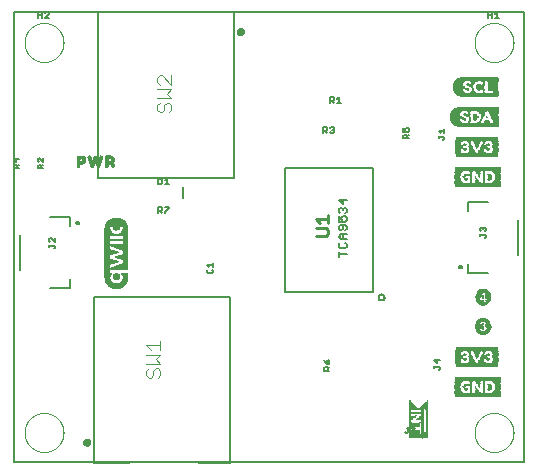
<source format=gto>
G75*
%MOIN*%
%OFA0B0*%
%FSLAX25Y25*%
%IPPOS*%
%LPD*%
%AMOC8*
5,1,8,0,0,1.08239X$1,22.5*
%
%ADD10C,0.00800*%
%ADD11R,0.00720X0.00030*%
%ADD12R,0.01050X0.00030*%
%ADD13R,0.01320X0.00030*%
%ADD14R,0.01500X0.00030*%
%ADD15R,0.01680X0.00030*%
%ADD16R,0.01860X0.00030*%
%ADD17R,0.02040X0.00030*%
%ADD18R,0.02160X0.00030*%
%ADD19R,0.02280X0.00030*%
%ADD20R,0.02400X0.00030*%
%ADD21R,0.02520X0.00030*%
%ADD22R,0.02640X0.00030*%
%ADD23R,0.02700X0.00030*%
%ADD24R,0.02820X0.00030*%
%ADD25R,0.02940X0.00030*%
%ADD26R,0.03000X0.00030*%
%ADD27R,0.03060X0.00030*%
%ADD28R,0.03180X0.00030*%
%ADD29R,0.03240X0.00030*%
%ADD30R,0.03300X0.00030*%
%ADD31R,0.03360X0.00030*%
%ADD32R,0.03480X0.00030*%
%ADD33R,0.03540X0.00030*%
%ADD34R,0.03600X0.00030*%
%ADD35R,0.03660X0.00030*%
%ADD36R,0.03720X0.00030*%
%ADD37R,0.03780X0.00030*%
%ADD38R,0.03840X0.00030*%
%ADD39R,0.03900X0.00030*%
%ADD40R,0.03960X0.00030*%
%ADD41R,0.04020X0.00030*%
%ADD42R,0.04080X0.00030*%
%ADD43R,0.04140X0.00030*%
%ADD44R,0.01890X0.00030*%
%ADD45R,0.01920X0.00030*%
%ADD46R,0.01770X0.00030*%
%ADD47R,0.01830X0.00030*%
%ADD48R,0.01710X0.00030*%
%ADD49R,0.01740X0.00030*%
%ADD50R,0.01650X0.00030*%
%ADD51R,0.01620X0.00030*%
%ADD52R,0.01590X0.00030*%
%ADD53R,0.01620X0.00030*%
%ADD54R,0.01560X0.00030*%
%ADD55R,0.01530X0.00030*%
%ADD56R,0.01470X0.00030*%
%ADD57R,0.01470X0.00030*%
%ADD58R,0.00180X0.00030*%
%ADD59R,0.01440X0.00030*%
%ADD60R,0.00360X0.00030*%
%ADD61R,0.00420X0.00030*%
%ADD62R,0.01440X0.00030*%
%ADD63R,0.00480X0.00030*%
%ADD64R,0.00540X0.00030*%
%ADD65R,0.00600X0.00030*%
%ADD66R,0.00660X0.00030*%
%ADD67R,0.00780X0.00030*%
%ADD68R,0.01770X0.00030*%
%ADD69R,0.02970X0.00030*%
%ADD70R,0.01590X0.00030*%
%ADD71R,0.02970X0.00030*%
%ADD72R,0.02910X0.00030*%
%ADD73R,0.02880X0.00030*%
%ADD74R,0.02850X0.00030*%
%ADD75R,0.02790X0.00030*%
%ADD76R,0.02370X0.00030*%
%ADD77R,0.00240X0.00030*%
%ADD78R,0.01800X0.00030*%
%ADD79R,0.01950X0.00030*%
%ADD80R,0.02010X0.00030*%
%ADD81R,0.02070X0.00030*%
%ADD82R,0.02220X0.00030*%
%ADD83R,0.02100X0.00030*%
%ADD84R,0.02430X0.00030*%
%ADD85R,0.01980X0.00030*%
%ADD86R,0.01890X0.00030*%
%ADD87R,0.02550X0.00030*%
%ADD88R,0.02730X0.00030*%
%ADD89R,0.02760X0.00030*%
%ADD90R,0.02790X0.00030*%
%ADD91R,0.00630X0.00030*%
%ADD92R,0.00570X0.00030*%
%ADD93R,0.00510X0.00030*%
%ADD94R,0.00330X0.00030*%
%ADD95R,0.00210X0.00030*%
%ADD96R,0.01020X0.00030*%
%ADD97R,0.04200X0.00030*%
%ADD98R,0.04260X0.00030*%
%ADD99R,0.01410X0.00030*%
%ADD100R,0.02250X0.00030*%
%ADD101R,0.02310X0.00030*%
%ADD102R,0.02340X0.00030*%
%ADD103R,0.02370X0.00030*%
%ADD104R,0.02460X0.00030*%
%ADD105R,0.02490X0.00030*%
%ADD106R,0.01740X0.00030*%
%ADD107R,0.01290X0.00030*%
%ADD108R,0.01380X0.00030*%
%ADD109R,0.01350X0.00030*%
%ADD110R,0.00690X0.00030*%
%ADD111R,0.00450X0.00030*%
%ADD112R,0.00390X0.00030*%
%ADD113R,0.00300X0.00030*%
%ADD114R,0.00270X0.00030*%
%ADD115R,0.01920X0.00030*%
%ADD116R,0.00150X0.00030*%
%ADD117R,0.00120X0.00030*%
%ADD118R,0.00090X0.00030*%
%ADD119R,0.02040X0.00030*%
%ADD120R,0.00060X0.00030*%
%ADD121R,0.00030X0.00030*%
%ADD122R,0.02130X0.00030*%
%ADD123R,0.02190X0.00030*%
%ADD124R,0.04230X0.00030*%
%ADD125C,0.00000*%
%ADD126C,0.00500*%
%ADD127C,0.01000*%
%ADD128C,0.00600*%
%ADD129R,0.14331X0.00157*%
%ADD130R,0.02835X0.00157*%
%ADD131R,0.07087X0.00157*%
%ADD132R,0.02362X0.00157*%
%ADD133R,0.01102X0.00157*%
%ADD134R,0.02205X0.00157*%
%ADD135R,0.00787X0.00157*%
%ADD136R,0.02047X0.00157*%
%ADD137R,0.00630X0.00157*%
%ADD138R,0.01890X0.00157*%
%ADD139R,0.00472X0.00157*%
%ADD140R,0.00315X0.00157*%
%ADD141R,0.01732X0.00157*%
%ADD142R,0.01575X0.00157*%
%ADD143R,0.01417X0.00157*%
%ADD144R,0.01260X0.00157*%
%ADD145R,0.00945X0.00157*%
%ADD146R,0.03465X0.00157*%
%ADD147R,0.00157X0.00157*%
%ADD148R,0.02992X0.00157*%
%ADD149R,0.02520X0.00157*%
%ADD150R,0.15276X0.00157*%
%ADD151R,0.03307X0.00157*%
%ADD152R,0.11024X0.00157*%
%ADD153R,0.02677X0.00157*%
%ADD154R,0.03150X0.00157*%
%ADD155R,0.12913X0.00157*%
%ADD156R,0.13386X0.00157*%
%ADD157R,0.13701X0.00157*%
%ADD158R,0.14016X0.00157*%
%ADD159R,0.14173X0.00157*%
%ADD160R,0.14488X0.00157*%
%ADD161R,0.03780X0.00157*%
%ADD162R,0.06142X0.00157*%
%ADD163R,0.03622X0.00157*%
%ADD164R,0.03937X0.00157*%
%ADD165R,0.04252X0.00157*%
%ADD166R,0.04882X0.00157*%
%ADD167R,0.05197X0.00157*%
%ADD168R,0.13858X0.00157*%
%ADD169R,0.14646X0.00157*%
%ADD170R,0.14961X0.00157*%
%ADD171R,0.15118X0.00157*%
%ADD172R,0.15433X0.00157*%
%ADD173R,0.04409X0.00157*%
%ADD174R,0.05354X0.00157*%
%ADD175C,0.00050*%
%ADD176R,0.00157X0.12756*%
%ADD177R,0.00157X0.12598*%
%ADD178R,0.00157X0.12441*%
%ADD179R,0.00157X0.12283*%
%ADD180R,0.00157X0.02677*%
%ADD181R,0.00157X0.01890*%
%ADD182R,0.00157X0.02362*%
%ADD183R,0.00157X0.01732*%
%ADD184R,0.00157X0.02205*%
%ADD185R,0.00157X0.01575*%
%ADD186R,0.00157X0.02047*%
%ADD187R,0.00157X0.11181*%
%ADD188R,0.00157X0.11024*%
%ADD189R,0.00157X0.10866*%
%ADD190R,0.00157X0.10709*%
%ADD191R,0.00157X0.01260*%
%ADD192R,0.00157X0.00630*%
%ADD193R,0.00157X0.00472*%
%ADD194R,0.00157X0.00945*%
%ADD195R,0.00157X0.01417*%
%ADD196R,0.00157X0.00315*%
%ADD197R,0.00157X0.00787*%
%ADD198R,0.00157X0.01102*%
%ADD199R,0.00157X0.02835*%
%ADD200R,0.00157X0.02992*%
%ADD201R,0.00157X0.12126*%
%ADD202C,0.00039*%
%ADD203C,0.01339*%
%ADD204C,0.00400*%
D10*
X0017370Y0015949D02*
X0017370Y0165949D01*
X0187370Y0165949D01*
X0187370Y0015949D01*
X0017370Y0015949D01*
X0029496Y0074138D02*
X0035992Y0074138D01*
X0035992Y0077091D01*
X0019260Y0080043D02*
X0019260Y0091854D01*
X0029496Y0097760D02*
X0035992Y0097760D01*
X0035992Y0094807D01*
X0038151Y0095791D02*
X0038153Y0095831D01*
X0038159Y0095870D01*
X0038169Y0095909D01*
X0038182Y0095946D01*
X0038200Y0095982D01*
X0038221Y0096016D01*
X0038245Y0096048D01*
X0038272Y0096077D01*
X0038302Y0096104D01*
X0038334Y0096127D01*
X0038369Y0096147D01*
X0038405Y0096163D01*
X0038443Y0096176D01*
X0038482Y0096185D01*
X0038521Y0096190D01*
X0038561Y0096191D01*
X0038601Y0096188D01*
X0038640Y0096181D01*
X0038678Y0096170D01*
X0038716Y0096156D01*
X0038751Y0096137D01*
X0038784Y0096116D01*
X0038816Y0096091D01*
X0038844Y0096063D01*
X0038870Y0096033D01*
X0038892Y0096000D01*
X0038911Y0095965D01*
X0038927Y0095928D01*
X0038939Y0095890D01*
X0038947Y0095851D01*
X0038951Y0095811D01*
X0038951Y0095771D01*
X0038947Y0095731D01*
X0038939Y0095692D01*
X0038927Y0095654D01*
X0038911Y0095617D01*
X0038892Y0095582D01*
X0038870Y0095549D01*
X0038844Y0095519D01*
X0038816Y0095491D01*
X0038784Y0095466D01*
X0038751Y0095445D01*
X0038716Y0095426D01*
X0038678Y0095412D01*
X0038640Y0095401D01*
X0038601Y0095394D01*
X0038561Y0095391D01*
X0038521Y0095392D01*
X0038482Y0095397D01*
X0038443Y0095406D01*
X0038405Y0095419D01*
X0038369Y0095435D01*
X0038334Y0095455D01*
X0038302Y0095478D01*
X0038272Y0095505D01*
X0038245Y0095534D01*
X0038221Y0095566D01*
X0038200Y0095600D01*
X0038182Y0095636D01*
X0038169Y0095673D01*
X0038159Y0095712D01*
X0038153Y0095751D01*
X0038151Y0095791D01*
X0073620Y0104074D02*
X0073620Y0107824D01*
X0107606Y0114118D02*
X0107606Y0072780D01*
X0137134Y0072780D01*
X0137134Y0114118D01*
X0107606Y0114118D01*
X0138870Y0070949D02*
X0138872Y0071012D01*
X0138878Y0071074D01*
X0138888Y0071136D01*
X0138901Y0071198D01*
X0138919Y0071258D01*
X0138940Y0071317D01*
X0138965Y0071375D01*
X0138994Y0071431D01*
X0139026Y0071485D01*
X0139061Y0071537D01*
X0139099Y0071586D01*
X0139141Y0071634D01*
X0139185Y0071678D01*
X0139233Y0071720D01*
X0139282Y0071758D01*
X0139334Y0071793D01*
X0139388Y0071825D01*
X0139444Y0071854D01*
X0139502Y0071879D01*
X0139561Y0071900D01*
X0139621Y0071918D01*
X0139683Y0071931D01*
X0139745Y0071941D01*
X0139807Y0071947D01*
X0139870Y0071949D01*
X0139933Y0071947D01*
X0139995Y0071941D01*
X0140057Y0071931D01*
X0140119Y0071918D01*
X0140179Y0071900D01*
X0140238Y0071879D01*
X0140296Y0071854D01*
X0140352Y0071825D01*
X0140406Y0071793D01*
X0140458Y0071758D01*
X0140507Y0071720D01*
X0140555Y0071678D01*
X0140599Y0071634D01*
X0140641Y0071586D01*
X0140679Y0071537D01*
X0140714Y0071485D01*
X0140746Y0071431D01*
X0140775Y0071375D01*
X0140800Y0071317D01*
X0140821Y0071258D01*
X0140839Y0071198D01*
X0140852Y0071136D01*
X0140862Y0071074D01*
X0140868Y0071012D01*
X0140870Y0070949D01*
X0140868Y0070886D01*
X0140862Y0070824D01*
X0140852Y0070762D01*
X0140839Y0070700D01*
X0140821Y0070640D01*
X0140800Y0070581D01*
X0140775Y0070523D01*
X0140746Y0070467D01*
X0140714Y0070413D01*
X0140679Y0070361D01*
X0140641Y0070312D01*
X0140599Y0070264D01*
X0140555Y0070220D01*
X0140507Y0070178D01*
X0140458Y0070140D01*
X0140406Y0070105D01*
X0140352Y0070073D01*
X0140296Y0070044D01*
X0140238Y0070019D01*
X0140179Y0069998D01*
X0140119Y0069980D01*
X0140057Y0069967D01*
X0139995Y0069957D01*
X0139933Y0069951D01*
X0139870Y0069949D01*
X0139807Y0069951D01*
X0139745Y0069957D01*
X0139683Y0069967D01*
X0139621Y0069980D01*
X0139561Y0069998D01*
X0139502Y0070019D01*
X0139444Y0070044D01*
X0139388Y0070073D01*
X0139334Y0070105D01*
X0139282Y0070140D01*
X0139233Y0070178D01*
X0139185Y0070220D01*
X0139141Y0070264D01*
X0139099Y0070312D01*
X0139061Y0070361D01*
X0139026Y0070413D01*
X0138994Y0070467D01*
X0138965Y0070523D01*
X0138940Y0070581D01*
X0138919Y0070640D01*
X0138901Y0070700D01*
X0138888Y0070762D01*
X0138878Y0070824D01*
X0138872Y0070886D01*
X0138870Y0070949D01*
X0165789Y0081106D02*
X0165791Y0081146D01*
X0165797Y0081185D01*
X0165807Y0081224D01*
X0165820Y0081261D01*
X0165838Y0081297D01*
X0165859Y0081331D01*
X0165883Y0081363D01*
X0165910Y0081392D01*
X0165940Y0081419D01*
X0165972Y0081442D01*
X0166007Y0081462D01*
X0166043Y0081478D01*
X0166081Y0081491D01*
X0166120Y0081500D01*
X0166159Y0081505D01*
X0166199Y0081506D01*
X0166239Y0081503D01*
X0166278Y0081496D01*
X0166316Y0081485D01*
X0166354Y0081471D01*
X0166389Y0081452D01*
X0166422Y0081431D01*
X0166454Y0081406D01*
X0166482Y0081378D01*
X0166508Y0081348D01*
X0166530Y0081315D01*
X0166549Y0081280D01*
X0166565Y0081243D01*
X0166577Y0081205D01*
X0166585Y0081166D01*
X0166589Y0081126D01*
X0166589Y0081086D01*
X0166585Y0081046D01*
X0166577Y0081007D01*
X0166565Y0080969D01*
X0166549Y0080932D01*
X0166530Y0080897D01*
X0166508Y0080864D01*
X0166482Y0080834D01*
X0166454Y0080806D01*
X0166422Y0080781D01*
X0166389Y0080760D01*
X0166354Y0080741D01*
X0166316Y0080727D01*
X0166278Y0080716D01*
X0166239Y0080709D01*
X0166199Y0080706D01*
X0166159Y0080707D01*
X0166120Y0080712D01*
X0166081Y0080721D01*
X0166043Y0080734D01*
X0166007Y0080750D01*
X0165972Y0080770D01*
X0165940Y0080793D01*
X0165910Y0080820D01*
X0165883Y0080849D01*
X0165859Y0080881D01*
X0165838Y0080915D01*
X0165820Y0080951D01*
X0165807Y0080988D01*
X0165797Y0081027D01*
X0165791Y0081066D01*
X0165789Y0081106D01*
X0168748Y0082091D02*
X0168748Y0079138D01*
X0175244Y0079138D01*
X0185480Y0085043D02*
X0185480Y0096854D01*
X0175244Y0102760D02*
X0168748Y0102760D01*
X0168748Y0099807D01*
D11*
X0173835Y0068209D03*
X0173775Y0060349D03*
X0173775Y0060319D03*
X0173775Y0060289D03*
X0173775Y0060259D03*
X0173775Y0058459D03*
D12*
X0173790Y0058489D03*
X0173850Y0068239D03*
D13*
X0173835Y0068269D03*
X0171975Y0070009D03*
X0171975Y0070039D03*
X0171975Y0070069D03*
X0171975Y0070099D03*
X0173835Y0073489D03*
X0173775Y0063739D03*
X0173775Y0058519D03*
D14*
X0173775Y0058549D03*
X0172245Y0059779D03*
X0172215Y0059809D03*
X0172185Y0059839D03*
X0172155Y0059899D03*
X0172005Y0060259D03*
X0171975Y0060379D03*
X0172035Y0062029D03*
X0172065Y0062089D03*
X0172065Y0062119D03*
X0172065Y0062149D03*
X0172095Y0062179D03*
X0172095Y0062209D03*
X0172125Y0062269D03*
X0172155Y0062329D03*
X0172185Y0062389D03*
X0172215Y0062449D03*
X0172245Y0062479D03*
X0173775Y0063709D03*
X0175575Y0060439D03*
X0175575Y0060409D03*
X0175575Y0060379D03*
X0175575Y0060349D03*
X0175545Y0060319D03*
X0175545Y0060289D03*
X0175545Y0060259D03*
X0175485Y0060109D03*
X0175425Y0059989D03*
X0175425Y0059959D03*
X0175395Y0059929D03*
X0175395Y0059899D03*
X0175365Y0059869D03*
X0173835Y0068299D03*
X0175305Y0069409D03*
X0175695Y0070369D03*
X0175695Y0070399D03*
X0175695Y0070429D03*
X0175695Y0070459D03*
X0175305Y0072349D03*
X0173835Y0073459D03*
X0171945Y0070579D03*
X0171945Y0070549D03*
D15*
X0172035Y0070819D03*
X0173835Y0068329D03*
X0175395Y0069709D03*
X0175395Y0069739D03*
X0175395Y0069769D03*
X0175395Y0071989D03*
X0175395Y0072019D03*
X0175395Y0072049D03*
X0173835Y0073429D03*
X0173775Y0063679D03*
X0172485Y0062719D03*
X0175485Y0061819D03*
X0175575Y0060919D03*
X0175575Y0060889D03*
X0175125Y0059599D03*
X0175095Y0059569D03*
X0173775Y0058579D03*
D16*
X0173775Y0058609D03*
X0175485Y0061129D03*
X0175455Y0061549D03*
X0173775Y0063649D03*
X0173835Y0068359D03*
X0172125Y0071089D03*
X0173835Y0073399D03*
X0175485Y0071539D03*
X0175485Y0071509D03*
X0175485Y0071479D03*
X0175485Y0071449D03*
X0175485Y0071419D03*
D17*
X0173835Y0073369D03*
X0172245Y0071389D03*
X0173835Y0068389D03*
X0173775Y0063619D03*
X0175395Y0061429D03*
X0173775Y0058639D03*
X0172245Y0060439D03*
D18*
X0173775Y0058669D03*
X0175335Y0061279D03*
X0175335Y0061339D03*
X0173775Y0063589D03*
X0173835Y0068419D03*
X0172395Y0071689D03*
X0172395Y0071719D03*
X0173835Y0073339D03*
D19*
X0173835Y0073309D03*
X0172845Y0072469D03*
X0172785Y0072379D03*
X0172725Y0072289D03*
X0172695Y0072229D03*
X0172665Y0072199D03*
X0172665Y0072169D03*
X0172635Y0072139D03*
X0172605Y0072079D03*
X0172785Y0069379D03*
X0172785Y0069349D03*
X0173835Y0068449D03*
X0173775Y0063559D03*
X0173775Y0058699D03*
D20*
X0173775Y0058729D03*
X0172335Y0061159D03*
X0172335Y0061189D03*
X0172335Y0061219D03*
X0172335Y0061249D03*
X0172335Y0061279D03*
X0172335Y0061309D03*
X0172335Y0061339D03*
X0172335Y0061369D03*
X0172335Y0061399D03*
X0172365Y0061489D03*
X0172365Y0061519D03*
X0173775Y0063529D03*
X0173835Y0068479D03*
X0172725Y0069559D03*
X0173835Y0073279D03*
D21*
X0173835Y0073249D03*
X0172665Y0069829D03*
X0172665Y0069799D03*
X0173835Y0068509D03*
X0173775Y0063499D03*
X0173775Y0058759D03*
D22*
X0173775Y0058789D03*
X0172485Y0061579D03*
X0173775Y0063469D03*
X0173835Y0068539D03*
X0173835Y0073219D03*
D23*
X0173835Y0073189D03*
X0173835Y0068569D03*
X0173775Y0063439D03*
X0172515Y0061609D03*
X0173775Y0058819D03*
D24*
X0173775Y0058849D03*
X0173775Y0063409D03*
X0173835Y0068599D03*
X0173835Y0073159D03*
D25*
X0173835Y0073129D03*
X0173835Y0068629D03*
X0173775Y0063379D03*
X0172605Y0060889D03*
X0172605Y0060859D03*
X0173775Y0058879D03*
D26*
X0173775Y0058909D03*
X0172665Y0060619D03*
X0172665Y0060649D03*
X0172665Y0060679D03*
X0173775Y0063349D03*
X0173835Y0068659D03*
X0173835Y0073099D03*
D27*
X0173835Y0073069D03*
X0173835Y0068689D03*
X0173775Y0063319D03*
X0173775Y0058939D03*
D28*
X0173775Y0058969D03*
X0173775Y0063289D03*
X0173835Y0068719D03*
X0173835Y0073039D03*
D29*
X0173835Y0073009D03*
X0173835Y0068749D03*
X0173775Y0063259D03*
X0173775Y0058999D03*
D30*
X0173775Y0059029D03*
X0173775Y0063229D03*
X0173835Y0068779D03*
X0173835Y0072979D03*
D31*
X0173835Y0072949D03*
X0173835Y0068809D03*
X0173775Y0063199D03*
X0173775Y0059059D03*
D32*
X0173775Y0059089D03*
X0173775Y0063169D03*
X0173835Y0068839D03*
X0173835Y0072919D03*
D33*
X0173835Y0072889D03*
X0173835Y0068869D03*
X0173775Y0063139D03*
X0173775Y0059119D03*
D34*
X0173775Y0059149D03*
X0173775Y0063109D03*
X0173835Y0068899D03*
X0173835Y0072859D03*
D35*
X0173835Y0072829D03*
X0173835Y0068929D03*
X0173775Y0063079D03*
X0173775Y0059179D03*
D36*
X0173775Y0059209D03*
X0173775Y0063049D03*
X0173835Y0068959D03*
X0173835Y0072799D03*
D37*
X0173835Y0072769D03*
X0173835Y0068989D03*
X0173775Y0063019D03*
X0173775Y0059239D03*
D38*
X0173775Y0059269D03*
X0173775Y0062989D03*
X0173835Y0069019D03*
X0173835Y0072739D03*
D39*
X0173835Y0072709D03*
X0173835Y0069049D03*
X0173775Y0062959D03*
X0173775Y0059299D03*
D40*
X0173775Y0059329D03*
X0173775Y0062929D03*
X0173835Y0069079D03*
X0173835Y0072679D03*
D41*
X0173835Y0072649D03*
X0173835Y0072619D03*
X0173835Y0069139D03*
X0173835Y0069109D03*
X0173775Y0062899D03*
X0173775Y0062869D03*
X0173775Y0059389D03*
X0173775Y0059359D03*
D42*
X0173775Y0059419D03*
X0173775Y0062839D03*
X0173835Y0069169D03*
X0173835Y0072589D03*
D43*
X0173835Y0072559D03*
X0173835Y0069199D03*
X0173775Y0062809D03*
X0173775Y0059449D03*
D44*
X0172620Y0059479D03*
X0172620Y0062779D03*
X0172140Y0071119D03*
X0172140Y0071149D03*
D45*
X0172185Y0071239D03*
X0175515Y0071209D03*
X0175515Y0071179D03*
X0175515Y0071149D03*
X0175515Y0071119D03*
X0175515Y0071089D03*
X0175515Y0071059D03*
X0175515Y0071029D03*
X0175515Y0070999D03*
X0175515Y0070969D03*
X0175515Y0070939D03*
X0175515Y0070909D03*
X0175515Y0070879D03*
X0175515Y0070849D03*
X0175515Y0070819D03*
X0175515Y0070789D03*
X0175515Y0070759D03*
X0175515Y0070729D03*
X0175515Y0070699D03*
X0175515Y0070669D03*
X0175515Y0070639D03*
X0175515Y0070609D03*
X0175515Y0070579D03*
X0175515Y0070549D03*
X0175425Y0061489D03*
X0175455Y0061159D03*
X0174915Y0059479D03*
D46*
X0175530Y0061039D03*
X0172530Y0059509D03*
X0175440Y0071779D03*
X0175440Y0071809D03*
D47*
X0175470Y0071629D03*
X0175470Y0071599D03*
X0175470Y0071569D03*
X0172110Y0071059D03*
X0172110Y0071029D03*
X0174990Y0062749D03*
X0175470Y0061609D03*
X0175470Y0061579D03*
X0175500Y0061099D03*
X0174990Y0059509D03*
D48*
X0175560Y0060949D03*
X0175500Y0061759D03*
X0175500Y0061789D03*
X0175110Y0062659D03*
X0175080Y0062689D03*
X0172500Y0059539D03*
X0175410Y0069799D03*
X0175410Y0069829D03*
X0175410Y0071929D03*
X0175410Y0071959D03*
X0172050Y0070879D03*
X0172050Y0070849D03*
D49*
X0172065Y0070909D03*
X0172545Y0062749D03*
X0175035Y0062719D03*
X0175485Y0061729D03*
X0175485Y0061699D03*
X0175485Y0061669D03*
X0175545Y0061009D03*
X0175545Y0060979D03*
X0175035Y0059539D03*
D50*
X0175590Y0060799D03*
X0175590Y0060829D03*
X0175590Y0060859D03*
X0175500Y0061849D03*
X0175500Y0061879D03*
X0175170Y0062599D03*
X0175140Y0062629D03*
X0172440Y0062689D03*
X0172440Y0059569D03*
X0175380Y0069649D03*
X0175380Y0069679D03*
X0175380Y0072079D03*
X0175380Y0072109D03*
X0172020Y0070789D03*
X0172020Y0070759D03*
D51*
X0172005Y0070729D03*
X0172395Y0062659D03*
X0172395Y0059599D03*
X0175485Y0061909D03*
X0175485Y0061939D03*
X0175485Y0061969D03*
X0175485Y0061999D03*
D52*
X0175470Y0062029D03*
X0175470Y0062059D03*
X0175380Y0062299D03*
X0175350Y0062359D03*
X0175320Y0062419D03*
X0175260Y0062479D03*
X0175260Y0062509D03*
X0175230Y0062539D03*
X0175230Y0059689D03*
X0175200Y0059659D03*
X0172380Y0059629D03*
X0172380Y0062629D03*
X0171990Y0070699D03*
D53*
X0175365Y0069619D03*
X0175365Y0069589D03*
X0175365Y0072139D03*
X0175365Y0072169D03*
X0175215Y0062569D03*
X0175155Y0059629D03*
X0172065Y0061969D03*
D54*
X0172305Y0062569D03*
X0172335Y0062599D03*
X0172305Y0059689D03*
X0172335Y0059659D03*
X0175245Y0059719D03*
X0175275Y0059749D03*
X0175605Y0060619D03*
X0175605Y0060649D03*
X0175605Y0060679D03*
X0175455Y0062089D03*
X0175455Y0062119D03*
X0175425Y0062179D03*
X0175425Y0062209D03*
X0175395Y0062239D03*
X0175395Y0062269D03*
X0175365Y0062329D03*
X0175335Y0062389D03*
X0175335Y0069499D03*
X0175335Y0069529D03*
X0175335Y0072229D03*
X0175335Y0072259D03*
X0171975Y0070669D03*
X0171975Y0070639D03*
D55*
X0171960Y0070609D03*
X0175320Y0069469D03*
X0175320Y0069439D03*
X0175320Y0072289D03*
X0175320Y0072319D03*
X0172290Y0062539D03*
X0172260Y0062509D03*
X0172050Y0062059D03*
X0172020Y0061999D03*
X0172260Y0059749D03*
X0172290Y0059719D03*
X0175290Y0059779D03*
X0175320Y0059809D03*
X0175350Y0059839D03*
X0175590Y0060469D03*
X0175590Y0060499D03*
X0175590Y0060529D03*
X0175590Y0060559D03*
X0175590Y0060589D03*
D56*
X0175470Y0060079D03*
X0175470Y0060049D03*
X0172170Y0059869D03*
X0172110Y0059959D03*
X0172110Y0059989D03*
X0172020Y0060199D03*
X0172020Y0060229D03*
X0172110Y0062239D03*
X0172170Y0062359D03*
X0175680Y0070219D03*
X0175680Y0070249D03*
X0175680Y0070279D03*
X0175680Y0070309D03*
X0175680Y0070339D03*
D57*
X0175290Y0069379D03*
X0175290Y0069349D03*
X0175290Y0072379D03*
X0175290Y0072409D03*
X0172200Y0062419D03*
X0172140Y0062299D03*
X0171990Y0060349D03*
X0171990Y0060319D03*
X0171990Y0060289D03*
X0172050Y0060139D03*
X0172050Y0060109D03*
X0172080Y0060049D03*
X0172140Y0059929D03*
X0175440Y0060019D03*
X0175500Y0060139D03*
X0175500Y0060169D03*
X0175530Y0060199D03*
X0175530Y0060229D03*
D58*
X0173775Y0059989D03*
X0173835Y0071239D03*
X0173835Y0071269D03*
D59*
X0171945Y0070519D03*
X0175665Y0070189D03*
X0175665Y0070159D03*
X0175665Y0070129D03*
X0175665Y0070099D03*
X0172035Y0060169D03*
X0172095Y0060019D03*
D60*
X0173775Y0060019D03*
X0173745Y0070999D03*
D61*
X0173715Y0070909D03*
X0173715Y0062209D03*
X0173775Y0060049D03*
D62*
X0172065Y0060079D03*
X0175275Y0069319D03*
X0175275Y0072439D03*
D63*
X0173685Y0070819D03*
X0173715Y0062179D03*
X0173775Y0060079D03*
D64*
X0173775Y0060109D03*
X0173655Y0070729D03*
D65*
X0173625Y0070639D03*
X0173775Y0060169D03*
X0173775Y0060139D03*
D66*
X0173775Y0060199D03*
X0173775Y0060229D03*
X0173685Y0061909D03*
X0173685Y0061939D03*
X0173685Y0061969D03*
X0173775Y0063799D03*
X0173595Y0070549D03*
X0173835Y0073549D03*
D67*
X0173775Y0060439D03*
X0173775Y0060409D03*
X0173775Y0060379D03*
D68*
X0172110Y0060409D03*
X0172080Y0070939D03*
X0172080Y0070969D03*
D69*
X0172650Y0060769D03*
X0172650Y0060739D03*
X0172650Y0060709D03*
X0172680Y0060589D03*
X0172680Y0060559D03*
X0172680Y0060529D03*
X0172680Y0060499D03*
X0172680Y0060469D03*
D70*
X0175590Y0060709D03*
X0175590Y0060739D03*
X0175590Y0060769D03*
X0175440Y0062149D03*
X0175290Y0062449D03*
X0175350Y0069559D03*
X0175350Y0072199D03*
D71*
X0172620Y0060829D03*
X0172620Y0060799D03*
D72*
X0172590Y0060919D03*
D73*
X0172575Y0060949D03*
D74*
X0172560Y0060979D03*
D75*
X0172530Y0061009D03*
X0172620Y0061819D03*
X0172620Y0061849D03*
X0172620Y0061879D03*
D76*
X0172320Y0061129D03*
X0172320Y0061099D03*
X0172320Y0061069D03*
X0172320Y0061039D03*
D77*
X0173745Y0061039D03*
X0173805Y0071149D03*
X0173805Y0071179D03*
D78*
X0175455Y0071659D03*
X0175455Y0071689D03*
X0175455Y0071719D03*
X0175455Y0071749D03*
X0172095Y0070999D03*
X0172155Y0061939D03*
X0175485Y0061639D03*
X0175515Y0061069D03*
D79*
X0175440Y0061189D03*
X0174900Y0062779D03*
X0172170Y0071209D03*
X0172200Y0071269D03*
D80*
X0172230Y0071329D03*
X0172230Y0071359D03*
X0172260Y0061909D03*
X0175410Y0061219D03*
D81*
X0175380Y0061249D03*
X0175380Y0061399D03*
X0172290Y0071479D03*
D82*
X0172485Y0071869D03*
X0172485Y0071899D03*
X0172515Y0071929D03*
X0172815Y0069289D03*
X0175305Y0061309D03*
D83*
X0175365Y0061369D03*
X0172305Y0071509D03*
X0172305Y0071539D03*
X0172335Y0071569D03*
D84*
X0172710Y0069619D03*
X0172710Y0069589D03*
X0172350Y0061459D03*
X0172350Y0061429D03*
D85*
X0175425Y0061459D03*
X0172215Y0071299D03*
D86*
X0175500Y0071299D03*
X0175500Y0071329D03*
X0175500Y0071359D03*
X0175500Y0071389D03*
X0175500Y0071269D03*
X0175500Y0071239D03*
X0175500Y0070519D03*
X0175500Y0070489D03*
X0175440Y0061519D03*
D87*
X0172440Y0061549D03*
X0172650Y0069859D03*
X0172650Y0069889D03*
X0172650Y0069919D03*
D88*
X0172560Y0061669D03*
X0172530Y0061639D03*
D89*
X0172575Y0061699D03*
X0172575Y0061729D03*
D90*
X0172590Y0061759D03*
X0172590Y0061789D03*
D91*
X0173700Y0061999D03*
X0173700Y0062029D03*
X0173700Y0062059D03*
X0173610Y0070579D03*
X0173610Y0070609D03*
D92*
X0173640Y0070669D03*
X0173640Y0070699D03*
X0173700Y0062119D03*
X0173700Y0062089D03*
D93*
X0173700Y0062149D03*
X0173670Y0070759D03*
X0173670Y0070789D03*
D94*
X0173760Y0071029D03*
X0173700Y0062239D03*
D95*
X0173700Y0062269D03*
X0173820Y0071209D03*
D96*
X0173835Y0073519D03*
X0173775Y0063769D03*
D97*
X0173835Y0069229D03*
X0173835Y0072529D03*
D98*
X0173835Y0069259D03*
D99*
X0175260Y0069289D03*
X0175650Y0070009D03*
X0175650Y0070039D03*
X0175650Y0070069D03*
X0175260Y0072469D03*
X0171930Y0070489D03*
X0171930Y0070459D03*
X0171930Y0070429D03*
X0171930Y0070399D03*
X0171930Y0070369D03*
D100*
X0172800Y0069319D03*
X0172530Y0071959D03*
X0172560Y0071989D03*
X0172560Y0072019D03*
X0172590Y0072049D03*
X0172620Y0072109D03*
D101*
X0172710Y0072259D03*
X0172740Y0072319D03*
X0172770Y0072349D03*
X0172800Y0072409D03*
X0172830Y0072439D03*
X0172770Y0069409D03*
D102*
X0172755Y0069439D03*
X0172755Y0069469D03*
D103*
X0172740Y0069499D03*
X0172740Y0069529D03*
D104*
X0172695Y0069649D03*
X0172695Y0069679D03*
D105*
X0172680Y0069709D03*
X0172680Y0069739D03*
X0172680Y0069769D03*
D106*
X0175425Y0069859D03*
X0175425Y0069889D03*
X0175425Y0069919D03*
X0175425Y0071839D03*
X0175425Y0071869D03*
X0175425Y0071899D03*
D107*
X0171990Y0069979D03*
X0171990Y0069949D03*
D108*
X0171945Y0070219D03*
X0171945Y0070249D03*
X0171945Y0070279D03*
X0171945Y0070309D03*
X0171945Y0070339D03*
X0175635Y0069979D03*
X0175635Y0069949D03*
D109*
X0171960Y0070129D03*
X0171960Y0070159D03*
X0171960Y0070189D03*
D110*
X0173580Y0070489D03*
X0173580Y0070519D03*
D111*
X0173700Y0070849D03*
X0173700Y0070879D03*
D112*
X0173730Y0070939D03*
X0173730Y0070969D03*
D113*
X0173775Y0071059D03*
X0173775Y0071089D03*
D114*
X0173790Y0071119D03*
D115*
X0172155Y0071179D03*
D116*
X0173850Y0071299D03*
D117*
X0173865Y0071329D03*
X0173865Y0071359D03*
D118*
X0173880Y0071389D03*
D119*
X0172275Y0071419D03*
X0172275Y0071449D03*
D120*
X0173895Y0071449D03*
X0173895Y0071419D03*
D121*
X0173910Y0071479D03*
D122*
X0172380Y0071659D03*
X0172350Y0071629D03*
X0172350Y0071599D03*
D123*
X0172410Y0071749D03*
X0172440Y0071779D03*
X0172440Y0071809D03*
X0172470Y0071839D03*
D124*
X0173850Y0072499D03*
D125*
X0170870Y0025949D02*
X0170872Y0026110D01*
X0170878Y0026270D01*
X0170888Y0026431D01*
X0170902Y0026591D01*
X0170920Y0026751D01*
X0170941Y0026910D01*
X0170967Y0027069D01*
X0170997Y0027227D01*
X0171030Y0027384D01*
X0171068Y0027541D01*
X0171109Y0027696D01*
X0171154Y0027850D01*
X0171203Y0028003D01*
X0171256Y0028155D01*
X0171312Y0028306D01*
X0171373Y0028455D01*
X0171436Y0028603D01*
X0171504Y0028749D01*
X0171575Y0028893D01*
X0171649Y0029035D01*
X0171727Y0029176D01*
X0171809Y0029314D01*
X0171894Y0029451D01*
X0171982Y0029585D01*
X0172074Y0029717D01*
X0172169Y0029847D01*
X0172267Y0029975D01*
X0172368Y0030100D01*
X0172472Y0030222D01*
X0172579Y0030342D01*
X0172689Y0030459D01*
X0172802Y0030574D01*
X0172918Y0030685D01*
X0173037Y0030794D01*
X0173158Y0030899D01*
X0173282Y0031002D01*
X0173408Y0031102D01*
X0173536Y0031198D01*
X0173667Y0031291D01*
X0173801Y0031381D01*
X0173936Y0031468D01*
X0174074Y0031551D01*
X0174213Y0031631D01*
X0174355Y0031707D01*
X0174498Y0031780D01*
X0174643Y0031849D01*
X0174790Y0031915D01*
X0174938Y0031977D01*
X0175088Y0032035D01*
X0175239Y0032090D01*
X0175392Y0032141D01*
X0175546Y0032188D01*
X0175701Y0032231D01*
X0175857Y0032270D01*
X0176013Y0032306D01*
X0176171Y0032337D01*
X0176329Y0032365D01*
X0176488Y0032389D01*
X0176648Y0032409D01*
X0176808Y0032425D01*
X0176968Y0032437D01*
X0177129Y0032445D01*
X0177290Y0032449D01*
X0177450Y0032449D01*
X0177611Y0032445D01*
X0177772Y0032437D01*
X0177932Y0032425D01*
X0178092Y0032409D01*
X0178252Y0032389D01*
X0178411Y0032365D01*
X0178569Y0032337D01*
X0178727Y0032306D01*
X0178883Y0032270D01*
X0179039Y0032231D01*
X0179194Y0032188D01*
X0179348Y0032141D01*
X0179501Y0032090D01*
X0179652Y0032035D01*
X0179802Y0031977D01*
X0179950Y0031915D01*
X0180097Y0031849D01*
X0180242Y0031780D01*
X0180385Y0031707D01*
X0180527Y0031631D01*
X0180666Y0031551D01*
X0180804Y0031468D01*
X0180939Y0031381D01*
X0181073Y0031291D01*
X0181204Y0031198D01*
X0181332Y0031102D01*
X0181458Y0031002D01*
X0181582Y0030899D01*
X0181703Y0030794D01*
X0181822Y0030685D01*
X0181938Y0030574D01*
X0182051Y0030459D01*
X0182161Y0030342D01*
X0182268Y0030222D01*
X0182372Y0030100D01*
X0182473Y0029975D01*
X0182571Y0029847D01*
X0182666Y0029717D01*
X0182758Y0029585D01*
X0182846Y0029451D01*
X0182931Y0029314D01*
X0183013Y0029176D01*
X0183091Y0029035D01*
X0183165Y0028893D01*
X0183236Y0028749D01*
X0183304Y0028603D01*
X0183367Y0028455D01*
X0183428Y0028306D01*
X0183484Y0028155D01*
X0183537Y0028003D01*
X0183586Y0027850D01*
X0183631Y0027696D01*
X0183672Y0027541D01*
X0183710Y0027384D01*
X0183743Y0027227D01*
X0183773Y0027069D01*
X0183799Y0026910D01*
X0183820Y0026751D01*
X0183838Y0026591D01*
X0183852Y0026431D01*
X0183862Y0026270D01*
X0183868Y0026110D01*
X0183870Y0025949D01*
X0183868Y0025788D01*
X0183862Y0025628D01*
X0183852Y0025467D01*
X0183838Y0025307D01*
X0183820Y0025147D01*
X0183799Y0024988D01*
X0183773Y0024829D01*
X0183743Y0024671D01*
X0183710Y0024514D01*
X0183672Y0024357D01*
X0183631Y0024202D01*
X0183586Y0024048D01*
X0183537Y0023895D01*
X0183484Y0023743D01*
X0183428Y0023592D01*
X0183367Y0023443D01*
X0183304Y0023295D01*
X0183236Y0023149D01*
X0183165Y0023005D01*
X0183091Y0022863D01*
X0183013Y0022722D01*
X0182931Y0022584D01*
X0182846Y0022447D01*
X0182758Y0022313D01*
X0182666Y0022181D01*
X0182571Y0022051D01*
X0182473Y0021923D01*
X0182372Y0021798D01*
X0182268Y0021676D01*
X0182161Y0021556D01*
X0182051Y0021439D01*
X0181938Y0021324D01*
X0181822Y0021213D01*
X0181703Y0021104D01*
X0181582Y0020999D01*
X0181458Y0020896D01*
X0181332Y0020796D01*
X0181204Y0020700D01*
X0181073Y0020607D01*
X0180939Y0020517D01*
X0180804Y0020430D01*
X0180666Y0020347D01*
X0180527Y0020267D01*
X0180385Y0020191D01*
X0180242Y0020118D01*
X0180097Y0020049D01*
X0179950Y0019983D01*
X0179802Y0019921D01*
X0179652Y0019863D01*
X0179501Y0019808D01*
X0179348Y0019757D01*
X0179194Y0019710D01*
X0179039Y0019667D01*
X0178883Y0019628D01*
X0178727Y0019592D01*
X0178569Y0019561D01*
X0178411Y0019533D01*
X0178252Y0019509D01*
X0178092Y0019489D01*
X0177932Y0019473D01*
X0177772Y0019461D01*
X0177611Y0019453D01*
X0177450Y0019449D01*
X0177290Y0019449D01*
X0177129Y0019453D01*
X0176968Y0019461D01*
X0176808Y0019473D01*
X0176648Y0019489D01*
X0176488Y0019509D01*
X0176329Y0019533D01*
X0176171Y0019561D01*
X0176013Y0019592D01*
X0175857Y0019628D01*
X0175701Y0019667D01*
X0175546Y0019710D01*
X0175392Y0019757D01*
X0175239Y0019808D01*
X0175088Y0019863D01*
X0174938Y0019921D01*
X0174790Y0019983D01*
X0174643Y0020049D01*
X0174498Y0020118D01*
X0174355Y0020191D01*
X0174213Y0020267D01*
X0174074Y0020347D01*
X0173936Y0020430D01*
X0173801Y0020517D01*
X0173667Y0020607D01*
X0173536Y0020700D01*
X0173408Y0020796D01*
X0173282Y0020896D01*
X0173158Y0020999D01*
X0173037Y0021104D01*
X0172918Y0021213D01*
X0172802Y0021324D01*
X0172689Y0021439D01*
X0172579Y0021556D01*
X0172472Y0021676D01*
X0172368Y0021798D01*
X0172267Y0021923D01*
X0172169Y0022051D01*
X0172074Y0022181D01*
X0171982Y0022313D01*
X0171894Y0022447D01*
X0171809Y0022584D01*
X0171727Y0022722D01*
X0171649Y0022863D01*
X0171575Y0023005D01*
X0171504Y0023149D01*
X0171436Y0023295D01*
X0171373Y0023443D01*
X0171312Y0023592D01*
X0171256Y0023743D01*
X0171203Y0023895D01*
X0171154Y0024048D01*
X0171109Y0024202D01*
X0171068Y0024357D01*
X0171030Y0024514D01*
X0170997Y0024671D01*
X0170967Y0024829D01*
X0170941Y0024988D01*
X0170920Y0025147D01*
X0170902Y0025307D01*
X0170888Y0025467D01*
X0170878Y0025628D01*
X0170872Y0025788D01*
X0170870Y0025949D01*
X0170870Y0155949D02*
X0170872Y0156110D01*
X0170878Y0156270D01*
X0170888Y0156431D01*
X0170902Y0156591D01*
X0170920Y0156751D01*
X0170941Y0156910D01*
X0170967Y0157069D01*
X0170997Y0157227D01*
X0171030Y0157384D01*
X0171068Y0157541D01*
X0171109Y0157696D01*
X0171154Y0157850D01*
X0171203Y0158003D01*
X0171256Y0158155D01*
X0171312Y0158306D01*
X0171373Y0158455D01*
X0171436Y0158603D01*
X0171504Y0158749D01*
X0171575Y0158893D01*
X0171649Y0159035D01*
X0171727Y0159176D01*
X0171809Y0159314D01*
X0171894Y0159451D01*
X0171982Y0159585D01*
X0172074Y0159717D01*
X0172169Y0159847D01*
X0172267Y0159975D01*
X0172368Y0160100D01*
X0172472Y0160222D01*
X0172579Y0160342D01*
X0172689Y0160459D01*
X0172802Y0160574D01*
X0172918Y0160685D01*
X0173037Y0160794D01*
X0173158Y0160899D01*
X0173282Y0161002D01*
X0173408Y0161102D01*
X0173536Y0161198D01*
X0173667Y0161291D01*
X0173801Y0161381D01*
X0173936Y0161468D01*
X0174074Y0161551D01*
X0174213Y0161631D01*
X0174355Y0161707D01*
X0174498Y0161780D01*
X0174643Y0161849D01*
X0174790Y0161915D01*
X0174938Y0161977D01*
X0175088Y0162035D01*
X0175239Y0162090D01*
X0175392Y0162141D01*
X0175546Y0162188D01*
X0175701Y0162231D01*
X0175857Y0162270D01*
X0176013Y0162306D01*
X0176171Y0162337D01*
X0176329Y0162365D01*
X0176488Y0162389D01*
X0176648Y0162409D01*
X0176808Y0162425D01*
X0176968Y0162437D01*
X0177129Y0162445D01*
X0177290Y0162449D01*
X0177450Y0162449D01*
X0177611Y0162445D01*
X0177772Y0162437D01*
X0177932Y0162425D01*
X0178092Y0162409D01*
X0178252Y0162389D01*
X0178411Y0162365D01*
X0178569Y0162337D01*
X0178727Y0162306D01*
X0178883Y0162270D01*
X0179039Y0162231D01*
X0179194Y0162188D01*
X0179348Y0162141D01*
X0179501Y0162090D01*
X0179652Y0162035D01*
X0179802Y0161977D01*
X0179950Y0161915D01*
X0180097Y0161849D01*
X0180242Y0161780D01*
X0180385Y0161707D01*
X0180527Y0161631D01*
X0180666Y0161551D01*
X0180804Y0161468D01*
X0180939Y0161381D01*
X0181073Y0161291D01*
X0181204Y0161198D01*
X0181332Y0161102D01*
X0181458Y0161002D01*
X0181582Y0160899D01*
X0181703Y0160794D01*
X0181822Y0160685D01*
X0181938Y0160574D01*
X0182051Y0160459D01*
X0182161Y0160342D01*
X0182268Y0160222D01*
X0182372Y0160100D01*
X0182473Y0159975D01*
X0182571Y0159847D01*
X0182666Y0159717D01*
X0182758Y0159585D01*
X0182846Y0159451D01*
X0182931Y0159314D01*
X0183013Y0159176D01*
X0183091Y0159035D01*
X0183165Y0158893D01*
X0183236Y0158749D01*
X0183304Y0158603D01*
X0183367Y0158455D01*
X0183428Y0158306D01*
X0183484Y0158155D01*
X0183537Y0158003D01*
X0183586Y0157850D01*
X0183631Y0157696D01*
X0183672Y0157541D01*
X0183710Y0157384D01*
X0183743Y0157227D01*
X0183773Y0157069D01*
X0183799Y0156910D01*
X0183820Y0156751D01*
X0183838Y0156591D01*
X0183852Y0156431D01*
X0183862Y0156270D01*
X0183868Y0156110D01*
X0183870Y0155949D01*
X0183868Y0155788D01*
X0183862Y0155628D01*
X0183852Y0155467D01*
X0183838Y0155307D01*
X0183820Y0155147D01*
X0183799Y0154988D01*
X0183773Y0154829D01*
X0183743Y0154671D01*
X0183710Y0154514D01*
X0183672Y0154357D01*
X0183631Y0154202D01*
X0183586Y0154048D01*
X0183537Y0153895D01*
X0183484Y0153743D01*
X0183428Y0153592D01*
X0183367Y0153443D01*
X0183304Y0153295D01*
X0183236Y0153149D01*
X0183165Y0153005D01*
X0183091Y0152863D01*
X0183013Y0152722D01*
X0182931Y0152584D01*
X0182846Y0152447D01*
X0182758Y0152313D01*
X0182666Y0152181D01*
X0182571Y0152051D01*
X0182473Y0151923D01*
X0182372Y0151798D01*
X0182268Y0151676D01*
X0182161Y0151556D01*
X0182051Y0151439D01*
X0181938Y0151324D01*
X0181822Y0151213D01*
X0181703Y0151104D01*
X0181582Y0150999D01*
X0181458Y0150896D01*
X0181332Y0150796D01*
X0181204Y0150700D01*
X0181073Y0150607D01*
X0180939Y0150517D01*
X0180804Y0150430D01*
X0180666Y0150347D01*
X0180527Y0150267D01*
X0180385Y0150191D01*
X0180242Y0150118D01*
X0180097Y0150049D01*
X0179950Y0149983D01*
X0179802Y0149921D01*
X0179652Y0149863D01*
X0179501Y0149808D01*
X0179348Y0149757D01*
X0179194Y0149710D01*
X0179039Y0149667D01*
X0178883Y0149628D01*
X0178727Y0149592D01*
X0178569Y0149561D01*
X0178411Y0149533D01*
X0178252Y0149509D01*
X0178092Y0149489D01*
X0177932Y0149473D01*
X0177772Y0149461D01*
X0177611Y0149453D01*
X0177450Y0149449D01*
X0177290Y0149449D01*
X0177129Y0149453D01*
X0176968Y0149461D01*
X0176808Y0149473D01*
X0176648Y0149489D01*
X0176488Y0149509D01*
X0176329Y0149533D01*
X0176171Y0149561D01*
X0176013Y0149592D01*
X0175857Y0149628D01*
X0175701Y0149667D01*
X0175546Y0149710D01*
X0175392Y0149757D01*
X0175239Y0149808D01*
X0175088Y0149863D01*
X0174938Y0149921D01*
X0174790Y0149983D01*
X0174643Y0150049D01*
X0174498Y0150118D01*
X0174355Y0150191D01*
X0174213Y0150267D01*
X0174074Y0150347D01*
X0173936Y0150430D01*
X0173801Y0150517D01*
X0173667Y0150607D01*
X0173536Y0150700D01*
X0173408Y0150796D01*
X0173282Y0150896D01*
X0173158Y0150999D01*
X0173037Y0151104D01*
X0172918Y0151213D01*
X0172802Y0151324D01*
X0172689Y0151439D01*
X0172579Y0151556D01*
X0172472Y0151676D01*
X0172368Y0151798D01*
X0172267Y0151923D01*
X0172169Y0152051D01*
X0172074Y0152181D01*
X0171982Y0152313D01*
X0171894Y0152447D01*
X0171809Y0152584D01*
X0171727Y0152722D01*
X0171649Y0152863D01*
X0171575Y0153005D01*
X0171504Y0153149D01*
X0171436Y0153295D01*
X0171373Y0153443D01*
X0171312Y0153592D01*
X0171256Y0153743D01*
X0171203Y0153895D01*
X0171154Y0154048D01*
X0171109Y0154202D01*
X0171068Y0154357D01*
X0171030Y0154514D01*
X0170997Y0154671D01*
X0170967Y0154829D01*
X0170941Y0154988D01*
X0170920Y0155147D01*
X0170902Y0155307D01*
X0170888Y0155467D01*
X0170878Y0155628D01*
X0170872Y0155788D01*
X0170870Y0155949D01*
X0020870Y0155949D02*
X0020872Y0156110D01*
X0020878Y0156270D01*
X0020888Y0156431D01*
X0020902Y0156591D01*
X0020920Y0156751D01*
X0020941Y0156910D01*
X0020967Y0157069D01*
X0020997Y0157227D01*
X0021030Y0157384D01*
X0021068Y0157541D01*
X0021109Y0157696D01*
X0021154Y0157850D01*
X0021203Y0158003D01*
X0021256Y0158155D01*
X0021312Y0158306D01*
X0021373Y0158455D01*
X0021436Y0158603D01*
X0021504Y0158749D01*
X0021575Y0158893D01*
X0021649Y0159035D01*
X0021727Y0159176D01*
X0021809Y0159314D01*
X0021894Y0159451D01*
X0021982Y0159585D01*
X0022074Y0159717D01*
X0022169Y0159847D01*
X0022267Y0159975D01*
X0022368Y0160100D01*
X0022472Y0160222D01*
X0022579Y0160342D01*
X0022689Y0160459D01*
X0022802Y0160574D01*
X0022918Y0160685D01*
X0023037Y0160794D01*
X0023158Y0160899D01*
X0023282Y0161002D01*
X0023408Y0161102D01*
X0023536Y0161198D01*
X0023667Y0161291D01*
X0023801Y0161381D01*
X0023936Y0161468D01*
X0024074Y0161551D01*
X0024213Y0161631D01*
X0024355Y0161707D01*
X0024498Y0161780D01*
X0024643Y0161849D01*
X0024790Y0161915D01*
X0024938Y0161977D01*
X0025088Y0162035D01*
X0025239Y0162090D01*
X0025392Y0162141D01*
X0025546Y0162188D01*
X0025701Y0162231D01*
X0025857Y0162270D01*
X0026013Y0162306D01*
X0026171Y0162337D01*
X0026329Y0162365D01*
X0026488Y0162389D01*
X0026648Y0162409D01*
X0026808Y0162425D01*
X0026968Y0162437D01*
X0027129Y0162445D01*
X0027290Y0162449D01*
X0027450Y0162449D01*
X0027611Y0162445D01*
X0027772Y0162437D01*
X0027932Y0162425D01*
X0028092Y0162409D01*
X0028252Y0162389D01*
X0028411Y0162365D01*
X0028569Y0162337D01*
X0028727Y0162306D01*
X0028883Y0162270D01*
X0029039Y0162231D01*
X0029194Y0162188D01*
X0029348Y0162141D01*
X0029501Y0162090D01*
X0029652Y0162035D01*
X0029802Y0161977D01*
X0029950Y0161915D01*
X0030097Y0161849D01*
X0030242Y0161780D01*
X0030385Y0161707D01*
X0030527Y0161631D01*
X0030666Y0161551D01*
X0030804Y0161468D01*
X0030939Y0161381D01*
X0031073Y0161291D01*
X0031204Y0161198D01*
X0031332Y0161102D01*
X0031458Y0161002D01*
X0031582Y0160899D01*
X0031703Y0160794D01*
X0031822Y0160685D01*
X0031938Y0160574D01*
X0032051Y0160459D01*
X0032161Y0160342D01*
X0032268Y0160222D01*
X0032372Y0160100D01*
X0032473Y0159975D01*
X0032571Y0159847D01*
X0032666Y0159717D01*
X0032758Y0159585D01*
X0032846Y0159451D01*
X0032931Y0159314D01*
X0033013Y0159176D01*
X0033091Y0159035D01*
X0033165Y0158893D01*
X0033236Y0158749D01*
X0033304Y0158603D01*
X0033367Y0158455D01*
X0033428Y0158306D01*
X0033484Y0158155D01*
X0033537Y0158003D01*
X0033586Y0157850D01*
X0033631Y0157696D01*
X0033672Y0157541D01*
X0033710Y0157384D01*
X0033743Y0157227D01*
X0033773Y0157069D01*
X0033799Y0156910D01*
X0033820Y0156751D01*
X0033838Y0156591D01*
X0033852Y0156431D01*
X0033862Y0156270D01*
X0033868Y0156110D01*
X0033870Y0155949D01*
X0033868Y0155788D01*
X0033862Y0155628D01*
X0033852Y0155467D01*
X0033838Y0155307D01*
X0033820Y0155147D01*
X0033799Y0154988D01*
X0033773Y0154829D01*
X0033743Y0154671D01*
X0033710Y0154514D01*
X0033672Y0154357D01*
X0033631Y0154202D01*
X0033586Y0154048D01*
X0033537Y0153895D01*
X0033484Y0153743D01*
X0033428Y0153592D01*
X0033367Y0153443D01*
X0033304Y0153295D01*
X0033236Y0153149D01*
X0033165Y0153005D01*
X0033091Y0152863D01*
X0033013Y0152722D01*
X0032931Y0152584D01*
X0032846Y0152447D01*
X0032758Y0152313D01*
X0032666Y0152181D01*
X0032571Y0152051D01*
X0032473Y0151923D01*
X0032372Y0151798D01*
X0032268Y0151676D01*
X0032161Y0151556D01*
X0032051Y0151439D01*
X0031938Y0151324D01*
X0031822Y0151213D01*
X0031703Y0151104D01*
X0031582Y0150999D01*
X0031458Y0150896D01*
X0031332Y0150796D01*
X0031204Y0150700D01*
X0031073Y0150607D01*
X0030939Y0150517D01*
X0030804Y0150430D01*
X0030666Y0150347D01*
X0030527Y0150267D01*
X0030385Y0150191D01*
X0030242Y0150118D01*
X0030097Y0150049D01*
X0029950Y0149983D01*
X0029802Y0149921D01*
X0029652Y0149863D01*
X0029501Y0149808D01*
X0029348Y0149757D01*
X0029194Y0149710D01*
X0029039Y0149667D01*
X0028883Y0149628D01*
X0028727Y0149592D01*
X0028569Y0149561D01*
X0028411Y0149533D01*
X0028252Y0149509D01*
X0028092Y0149489D01*
X0027932Y0149473D01*
X0027772Y0149461D01*
X0027611Y0149453D01*
X0027450Y0149449D01*
X0027290Y0149449D01*
X0027129Y0149453D01*
X0026968Y0149461D01*
X0026808Y0149473D01*
X0026648Y0149489D01*
X0026488Y0149509D01*
X0026329Y0149533D01*
X0026171Y0149561D01*
X0026013Y0149592D01*
X0025857Y0149628D01*
X0025701Y0149667D01*
X0025546Y0149710D01*
X0025392Y0149757D01*
X0025239Y0149808D01*
X0025088Y0149863D01*
X0024938Y0149921D01*
X0024790Y0149983D01*
X0024643Y0150049D01*
X0024498Y0150118D01*
X0024355Y0150191D01*
X0024213Y0150267D01*
X0024074Y0150347D01*
X0023936Y0150430D01*
X0023801Y0150517D01*
X0023667Y0150607D01*
X0023536Y0150700D01*
X0023408Y0150796D01*
X0023282Y0150896D01*
X0023158Y0150999D01*
X0023037Y0151104D01*
X0022918Y0151213D01*
X0022802Y0151324D01*
X0022689Y0151439D01*
X0022579Y0151556D01*
X0022472Y0151676D01*
X0022368Y0151798D01*
X0022267Y0151923D01*
X0022169Y0152051D01*
X0022074Y0152181D01*
X0021982Y0152313D01*
X0021894Y0152447D01*
X0021809Y0152584D01*
X0021727Y0152722D01*
X0021649Y0152863D01*
X0021575Y0153005D01*
X0021504Y0153149D01*
X0021436Y0153295D01*
X0021373Y0153443D01*
X0021312Y0153592D01*
X0021256Y0153743D01*
X0021203Y0153895D01*
X0021154Y0154048D01*
X0021109Y0154202D01*
X0021068Y0154357D01*
X0021030Y0154514D01*
X0020997Y0154671D01*
X0020967Y0154829D01*
X0020941Y0154988D01*
X0020920Y0155147D01*
X0020902Y0155307D01*
X0020888Y0155467D01*
X0020878Y0155628D01*
X0020872Y0155788D01*
X0020870Y0155949D01*
X0020870Y0025949D02*
X0020872Y0026110D01*
X0020878Y0026270D01*
X0020888Y0026431D01*
X0020902Y0026591D01*
X0020920Y0026751D01*
X0020941Y0026910D01*
X0020967Y0027069D01*
X0020997Y0027227D01*
X0021030Y0027384D01*
X0021068Y0027541D01*
X0021109Y0027696D01*
X0021154Y0027850D01*
X0021203Y0028003D01*
X0021256Y0028155D01*
X0021312Y0028306D01*
X0021373Y0028455D01*
X0021436Y0028603D01*
X0021504Y0028749D01*
X0021575Y0028893D01*
X0021649Y0029035D01*
X0021727Y0029176D01*
X0021809Y0029314D01*
X0021894Y0029451D01*
X0021982Y0029585D01*
X0022074Y0029717D01*
X0022169Y0029847D01*
X0022267Y0029975D01*
X0022368Y0030100D01*
X0022472Y0030222D01*
X0022579Y0030342D01*
X0022689Y0030459D01*
X0022802Y0030574D01*
X0022918Y0030685D01*
X0023037Y0030794D01*
X0023158Y0030899D01*
X0023282Y0031002D01*
X0023408Y0031102D01*
X0023536Y0031198D01*
X0023667Y0031291D01*
X0023801Y0031381D01*
X0023936Y0031468D01*
X0024074Y0031551D01*
X0024213Y0031631D01*
X0024355Y0031707D01*
X0024498Y0031780D01*
X0024643Y0031849D01*
X0024790Y0031915D01*
X0024938Y0031977D01*
X0025088Y0032035D01*
X0025239Y0032090D01*
X0025392Y0032141D01*
X0025546Y0032188D01*
X0025701Y0032231D01*
X0025857Y0032270D01*
X0026013Y0032306D01*
X0026171Y0032337D01*
X0026329Y0032365D01*
X0026488Y0032389D01*
X0026648Y0032409D01*
X0026808Y0032425D01*
X0026968Y0032437D01*
X0027129Y0032445D01*
X0027290Y0032449D01*
X0027450Y0032449D01*
X0027611Y0032445D01*
X0027772Y0032437D01*
X0027932Y0032425D01*
X0028092Y0032409D01*
X0028252Y0032389D01*
X0028411Y0032365D01*
X0028569Y0032337D01*
X0028727Y0032306D01*
X0028883Y0032270D01*
X0029039Y0032231D01*
X0029194Y0032188D01*
X0029348Y0032141D01*
X0029501Y0032090D01*
X0029652Y0032035D01*
X0029802Y0031977D01*
X0029950Y0031915D01*
X0030097Y0031849D01*
X0030242Y0031780D01*
X0030385Y0031707D01*
X0030527Y0031631D01*
X0030666Y0031551D01*
X0030804Y0031468D01*
X0030939Y0031381D01*
X0031073Y0031291D01*
X0031204Y0031198D01*
X0031332Y0031102D01*
X0031458Y0031002D01*
X0031582Y0030899D01*
X0031703Y0030794D01*
X0031822Y0030685D01*
X0031938Y0030574D01*
X0032051Y0030459D01*
X0032161Y0030342D01*
X0032268Y0030222D01*
X0032372Y0030100D01*
X0032473Y0029975D01*
X0032571Y0029847D01*
X0032666Y0029717D01*
X0032758Y0029585D01*
X0032846Y0029451D01*
X0032931Y0029314D01*
X0033013Y0029176D01*
X0033091Y0029035D01*
X0033165Y0028893D01*
X0033236Y0028749D01*
X0033304Y0028603D01*
X0033367Y0028455D01*
X0033428Y0028306D01*
X0033484Y0028155D01*
X0033537Y0028003D01*
X0033586Y0027850D01*
X0033631Y0027696D01*
X0033672Y0027541D01*
X0033710Y0027384D01*
X0033743Y0027227D01*
X0033773Y0027069D01*
X0033799Y0026910D01*
X0033820Y0026751D01*
X0033838Y0026591D01*
X0033852Y0026431D01*
X0033862Y0026270D01*
X0033868Y0026110D01*
X0033870Y0025949D01*
X0033868Y0025788D01*
X0033862Y0025628D01*
X0033852Y0025467D01*
X0033838Y0025307D01*
X0033820Y0025147D01*
X0033799Y0024988D01*
X0033773Y0024829D01*
X0033743Y0024671D01*
X0033710Y0024514D01*
X0033672Y0024357D01*
X0033631Y0024202D01*
X0033586Y0024048D01*
X0033537Y0023895D01*
X0033484Y0023743D01*
X0033428Y0023592D01*
X0033367Y0023443D01*
X0033304Y0023295D01*
X0033236Y0023149D01*
X0033165Y0023005D01*
X0033091Y0022863D01*
X0033013Y0022722D01*
X0032931Y0022584D01*
X0032846Y0022447D01*
X0032758Y0022313D01*
X0032666Y0022181D01*
X0032571Y0022051D01*
X0032473Y0021923D01*
X0032372Y0021798D01*
X0032268Y0021676D01*
X0032161Y0021556D01*
X0032051Y0021439D01*
X0031938Y0021324D01*
X0031822Y0021213D01*
X0031703Y0021104D01*
X0031582Y0020999D01*
X0031458Y0020896D01*
X0031332Y0020796D01*
X0031204Y0020700D01*
X0031073Y0020607D01*
X0030939Y0020517D01*
X0030804Y0020430D01*
X0030666Y0020347D01*
X0030527Y0020267D01*
X0030385Y0020191D01*
X0030242Y0020118D01*
X0030097Y0020049D01*
X0029950Y0019983D01*
X0029802Y0019921D01*
X0029652Y0019863D01*
X0029501Y0019808D01*
X0029348Y0019757D01*
X0029194Y0019710D01*
X0029039Y0019667D01*
X0028883Y0019628D01*
X0028727Y0019592D01*
X0028569Y0019561D01*
X0028411Y0019533D01*
X0028252Y0019509D01*
X0028092Y0019489D01*
X0027932Y0019473D01*
X0027772Y0019461D01*
X0027611Y0019453D01*
X0027450Y0019449D01*
X0027290Y0019449D01*
X0027129Y0019453D01*
X0026968Y0019461D01*
X0026808Y0019473D01*
X0026648Y0019489D01*
X0026488Y0019509D01*
X0026329Y0019533D01*
X0026171Y0019561D01*
X0026013Y0019592D01*
X0025857Y0019628D01*
X0025701Y0019667D01*
X0025546Y0019710D01*
X0025392Y0019757D01*
X0025239Y0019808D01*
X0025088Y0019863D01*
X0024938Y0019921D01*
X0024790Y0019983D01*
X0024643Y0020049D01*
X0024498Y0020118D01*
X0024355Y0020191D01*
X0024213Y0020267D01*
X0024074Y0020347D01*
X0023936Y0020430D01*
X0023801Y0020517D01*
X0023667Y0020607D01*
X0023536Y0020700D01*
X0023408Y0020796D01*
X0023282Y0020896D01*
X0023158Y0020999D01*
X0023037Y0021104D01*
X0022918Y0021213D01*
X0022802Y0021324D01*
X0022689Y0021439D01*
X0022579Y0021556D01*
X0022472Y0021676D01*
X0022368Y0021798D01*
X0022267Y0021923D01*
X0022169Y0022051D01*
X0022074Y0022181D01*
X0021982Y0022313D01*
X0021894Y0022447D01*
X0021809Y0022584D01*
X0021727Y0022722D01*
X0021649Y0022863D01*
X0021575Y0023005D01*
X0021504Y0023149D01*
X0021436Y0023295D01*
X0021373Y0023443D01*
X0021312Y0023592D01*
X0021256Y0023743D01*
X0021203Y0023895D01*
X0021154Y0024048D01*
X0021109Y0024202D01*
X0021068Y0024357D01*
X0021030Y0024514D01*
X0020997Y0024671D01*
X0020967Y0024829D01*
X0020941Y0024988D01*
X0020920Y0025147D01*
X0020902Y0025307D01*
X0020888Y0025467D01*
X0020878Y0025628D01*
X0020872Y0025788D01*
X0020870Y0025949D01*
D126*
X0043945Y0015862D02*
X0043945Y0070980D01*
X0089221Y0070980D01*
X0089221Y0015862D01*
X0079181Y0015862D01*
X0055559Y0015862D02*
X0043945Y0015862D01*
X0082035Y0078989D02*
X0083303Y0078989D01*
X0083620Y0079306D01*
X0083620Y0079940D01*
X0083303Y0080257D01*
X0083620Y0081199D02*
X0083620Y0082467D01*
X0083620Y0081833D02*
X0081719Y0081833D01*
X0082352Y0081199D01*
X0082035Y0080257D02*
X0081719Y0079940D01*
X0081719Y0079306D01*
X0082035Y0078989D01*
X0067620Y0099199D02*
X0067620Y0099516D01*
X0068888Y0100784D01*
X0068888Y0101100D01*
X0067620Y0101100D01*
X0066678Y0100784D02*
X0066678Y0100150D01*
X0066361Y0099833D01*
X0065410Y0099833D01*
X0066044Y0099833D02*
X0066678Y0099199D01*
X0065410Y0099199D02*
X0065410Y0101100D01*
X0066361Y0101100D01*
X0066678Y0100784D01*
X0066361Y0108699D02*
X0066678Y0109016D01*
X0066678Y0110284D01*
X0066361Y0110600D01*
X0065410Y0110600D01*
X0065410Y0108699D01*
X0066361Y0108699D01*
X0067620Y0108699D02*
X0068888Y0108699D01*
X0068254Y0108699D02*
X0068254Y0110600D01*
X0067620Y0109967D01*
X0045520Y0110917D02*
X0045520Y0166035D01*
X0055559Y0166035D01*
X0079181Y0166035D02*
X0090795Y0166035D01*
X0090795Y0110917D01*
X0045520Y0110917D01*
X0027120Y0113989D02*
X0025219Y0113989D01*
X0025219Y0114940D01*
X0025535Y0115257D01*
X0026169Y0115257D01*
X0026486Y0114940D01*
X0026486Y0113989D01*
X0026486Y0114623D02*
X0027120Y0115257D01*
X0027120Y0116199D02*
X0025852Y0117467D01*
X0025535Y0117467D01*
X0025219Y0117150D01*
X0025219Y0116516D01*
X0025535Y0116199D01*
X0027120Y0116199D02*
X0027120Y0117467D01*
X0019120Y0117150D02*
X0017219Y0117150D01*
X0018169Y0116199D01*
X0018169Y0117467D01*
X0018169Y0115257D02*
X0018486Y0114940D01*
X0018486Y0113989D01*
X0018486Y0114623D02*
X0019120Y0115257D01*
X0018169Y0115257D02*
X0017535Y0115257D01*
X0017219Y0114940D01*
X0017219Y0113989D01*
X0019120Y0113989D01*
X0029435Y0090757D02*
X0029119Y0090440D01*
X0029119Y0089806D01*
X0029435Y0089489D01*
X0029119Y0088547D02*
X0029119Y0087913D01*
X0029119Y0088230D02*
X0030703Y0088230D01*
X0031020Y0087913D01*
X0031020Y0087596D01*
X0030703Y0087279D01*
X0031020Y0089489D02*
X0029752Y0090757D01*
X0029435Y0090757D01*
X0031020Y0090757D02*
X0031020Y0089489D01*
X0028888Y0164199D02*
X0027620Y0164199D01*
X0028888Y0165467D01*
X0028888Y0165784D01*
X0028571Y0166100D01*
X0027937Y0166100D01*
X0027620Y0165784D01*
X0026678Y0166100D02*
X0026678Y0164199D01*
X0026678Y0165150D02*
X0025410Y0165150D01*
X0025410Y0166100D02*
X0025410Y0164199D01*
X0120410Y0127700D02*
X0120410Y0125799D01*
X0120410Y0126433D02*
X0121361Y0126433D01*
X0121678Y0126750D01*
X0121678Y0127384D01*
X0121361Y0127700D01*
X0120410Y0127700D01*
X0121044Y0126433D02*
X0121678Y0125799D01*
X0122620Y0126116D02*
X0122937Y0125799D01*
X0123571Y0125799D01*
X0123888Y0126116D01*
X0123888Y0126433D01*
X0123571Y0126750D01*
X0123254Y0126750D01*
X0123571Y0126750D02*
X0123888Y0127067D01*
X0123888Y0127384D01*
X0123571Y0127700D01*
X0122937Y0127700D01*
X0122620Y0127384D01*
X0122810Y0135799D02*
X0122810Y0137700D01*
X0123761Y0137700D01*
X0124078Y0137384D01*
X0124078Y0136750D01*
X0123761Y0136433D01*
X0122810Y0136433D01*
X0123444Y0136433D02*
X0124078Y0135799D01*
X0125020Y0135799D02*
X0126288Y0135799D01*
X0125654Y0135799D02*
X0125654Y0137700D01*
X0125020Y0137067D01*
X0147148Y0127467D02*
X0147148Y0126199D01*
X0148099Y0126199D01*
X0147782Y0126833D01*
X0147782Y0127150D01*
X0148099Y0127467D01*
X0148733Y0127467D01*
X0149050Y0127150D01*
X0149050Y0126516D01*
X0148733Y0126199D01*
X0149050Y0125257D02*
X0148416Y0124623D01*
X0148416Y0124940D02*
X0148416Y0123989D01*
X0149050Y0123989D02*
X0147148Y0123989D01*
X0147148Y0124940D01*
X0147465Y0125257D01*
X0148099Y0125257D01*
X0148416Y0124940D01*
X0158909Y0124807D02*
X0158909Y0124173D01*
X0158909Y0124490D02*
X0160493Y0124490D01*
X0160810Y0124173D01*
X0160810Y0123856D01*
X0160493Y0123539D01*
X0160810Y0125749D02*
X0160810Y0127016D01*
X0160810Y0126383D02*
X0158909Y0126383D01*
X0159542Y0125749D01*
X0173015Y0094276D02*
X0173332Y0094276D01*
X0173649Y0093960D01*
X0173966Y0094276D01*
X0174283Y0094276D01*
X0174600Y0093960D01*
X0174600Y0093326D01*
X0174283Y0093009D01*
X0173649Y0093643D02*
X0173649Y0093960D01*
X0173015Y0094276D02*
X0172698Y0093960D01*
X0172698Y0093326D01*
X0173015Y0093009D01*
X0172698Y0092067D02*
X0172698Y0091433D01*
X0172698Y0091750D02*
X0174283Y0091750D01*
X0174600Y0091433D01*
X0174600Y0091116D01*
X0174283Y0090799D01*
X0159430Y0049950D02*
X0157529Y0049950D01*
X0158479Y0048999D01*
X0158479Y0050266D01*
X0157529Y0048057D02*
X0157529Y0047423D01*
X0157529Y0047740D02*
X0159113Y0047740D01*
X0159430Y0047423D01*
X0159430Y0047106D01*
X0159113Y0046789D01*
X0151098Y0027600D02*
X0151098Y0027284D01*
X0149830Y0026016D01*
X0149830Y0025699D01*
X0148571Y0026016D02*
X0148571Y0027600D01*
X0148254Y0027600D02*
X0148888Y0027600D01*
X0149830Y0027600D02*
X0151098Y0027600D01*
X0148571Y0026016D02*
X0148254Y0025699D01*
X0147937Y0025699D01*
X0147620Y0026016D01*
X0122520Y0046489D02*
X0120619Y0046489D01*
X0120619Y0047440D01*
X0120935Y0047757D01*
X0121569Y0047757D01*
X0121886Y0047440D01*
X0121886Y0046489D01*
X0121886Y0047123D02*
X0122520Y0047757D01*
X0122203Y0048699D02*
X0122520Y0049016D01*
X0122520Y0049650D01*
X0122203Y0049967D01*
X0121886Y0049967D01*
X0121569Y0049650D01*
X0121569Y0048699D01*
X0122203Y0048699D01*
X0121569Y0048699D02*
X0120935Y0049333D01*
X0120619Y0049967D01*
X0175410Y0164199D02*
X0175410Y0166100D01*
X0175410Y0165150D02*
X0176678Y0165150D01*
X0176678Y0166100D02*
X0176678Y0164199D01*
X0177620Y0164199D02*
X0178888Y0164199D01*
X0178254Y0164199D02*
X0178254Y0166100D01*
X0177620Y0165467D01*
D127*
X0121890Y0098594D02*
X0121890Y0095925D01*
X0121890Y0097259D02*
X0117887Y0097259D01*
X0119221Y0095925D01*
X0117887Y0093990D02*
X0121223Y0093990D01*
X0121890Y0093323D01*
X0121890Y0091988D01*
X0121223Y0091321D01*
X0117887Y0091321D01*
D128*
X0125638Y0091199D02*
X0126505Y0090332D01*
X0128240Y0090332D01*
X0127806Y0089120D02*
X0128240Y0088686D01*
X0128240Y0087819D01*
X0127806Y0087385D01*
X0126072Y0087385D01*
X0125638Y0087819D01*
X0125638Y0088686D01*
X0126072Y0089120D01*
X0126939Y0090332D02*
X0126939Y0092067D01*
X0126505Y0092067D02*
X0128240Y0092067D01*
X0127806Y0093278D02*
X0128240Y0093712D01*
X0128240Y0094579D01*
X0127806Y0095013D01*
X0126072Y0095013D01*
X0125638Y0094579D01*
X0125638Y0093712D01*
X0126072Y0093278D01*
X0126505Y0093278D01*
X0126939Y0093712D01*
X0126939Y0095013D01*
X0126939Y0096225D02*
X0126505Y0097092D01*
X0126505Y0097526D01*
X0126939Y0097960D01*
X0127806Y0097960D01*
X0128240Y0097526D01*
X0128240Y0096659D01*
X0127806Y0096225D01*
X0126939Y0096225D02*
X0125638Y0096225D01*
X0125638Y0097960D01*
X0126072Y0099171D02*
X0125638Y0099605D01*
X0125638Y0100473D01*
X0126072Y0100906D01*
X0126505Y0100906D01*
X0126939Y0100473D01*
X0127373Y0100906D01*
X0127806Y0100906D01*
X0128240Y0100473D01*
X0128240Y0099605D01*
X0127806Y0099171D01*
X0126939Y0100039D02*
X0126939Y0100473D01*
X0126939Y0102118D02*
X0126939Y0103853D01*
X0125638Y0103419D02*
X0126939Y0102118D01*
X0128240Y0103419D02*
X0125638Y0103419D01*
X0126505Y0092067D02*
X0125638Y0091199D01*
X0125638Y0086174D02*
X0125638Y0084439D01*
X0125638Y0085306D02*
X0128240Y0085306D01*
D129*
X0171583Y0054098D03*
X0171583Y0053941D03*
X0171583Y0053783D03*
X0171583Y0053626D03*
X0171583Y0053469D03*
X0171583Y0053311D03*
X0171583Y0053154D03*
X0171583Y0048744D03*
X0171583Y0048587D03*
X0171583Y0048429D03*
X0171583Y0048272D03*
X0171583Y0048114D03*
X0171583Y0047957D03*
X0171583Y0047799D03*
X0171583Y0117799D03*
X0171583Y0117957D03*
X0171583Y0118114D03*
X0171583Y0118272D03*
X0171583Y0118429D03*
X0171583Y0118587D03*
X0171583Y0118744D03*
X0171583Y0123154D03*
X0171583Y0123311D03*
X0171583Y0123469D03*
X0171583Y0123626D03*
X0171583Y0123783D03*
X0171583Y0123941D03*
X0171583Y0124098D03*
X0171740Y0127957D03*
X0171740Y0133941D03*
X0171795Y0138587D03*
X0171795Y0143311D03*
D130*
X0172819Y0141421D03*
X0172819Y0141264D03*
X0172819Y0141106D03*
X0172819Y0140949D03*
X0172819Y0140791D03*
X0172819Y0140634D03*
X0172819Y0140476D03*
X0172819Y0140319D03*
X0177488Y0131579D03*
X0177488Y0131421D03*
X0177331Y0122996D03*
X0165835Y0122996D03*
X0165835Y0121421D03*
X0165835Y0121264D03*
X0165835Y0121106D03*
X0165835Y0120949D03*
X0165835Y0120791D03*
X0165835Y0120634D03*
X0168669Y0111736D03*
X0165677Y0109059D03*
X0178118Y0109059D03*
X0177331Y0052996D03*
X0165835Y0052996D03*
X0165835Y0051421D03*
X0165835Y0051264D03*
X0165835Y0051106D03*
X0165835Y0050949D03*
X0165835Y0050791D03*
X0165835Y0050634D03*
X0168669Y0041736D03*
X0165677Y0039059D03*
X0178118Y0039059D03*
D131*
X0171583Y0052996D03*
X0171583Y0122996D03*
D132*
X0171583Y0122839D03*
X0171583Y0122681D03*
X0173945Y0120634D03*
X0177567Y0122839D03*
X0175047Y0128902D03*
X0177724Y0130476D03*
X0177724Y0130634D03*
X0168276Y0131736D03*
X0165598Y0122839D03*
X0165441Y0109374D03*
X0178354Y0109374D03*
X0178354Y0112366D03*
X0169276Y0141736D03*
X0170535Y0142839D03*
X0171583Y0052839D03*
X0171583Y0052681D03*
X0173945Y0050634D03*
X0177567Y0052839D03*
X0178354Y0042366D03*
X0178354Y0039374D03*
X0165441Y0039374D03*
X0165598Y0052839D03*
D133*
X0167488Y0051579D03*
X0167646Y0051736D03*
X0167646Y0050161D03*
X0167646Y0050004D03*
X0169535Y0051264D03*
X0169063Y0052839D03*
X0171583Y0051421D03*
X0171583Y0051264D03*
X0174102Y0052839D03*
X0175362Y0051579D03*
X0175520Y0051736D03*
X0175520Y0050161D03*
X0175520Y0050004D03*
X0172213Y0042051D03*
X0171740Y0039689D03*
X0175835Y0040004D03*
X0175835Y0041736D03*
X0168118Y0041894D03*
X0167488Y0041264D03*
X0171740Y0109689D03*
X0172213Y0112051D03*
X0175835Y0111736D03*
X0175835Y0110004D03*
X0168118Y0111894D03*
X0167488Y0111264D03*
X0167646Y0120004D03*
X0167646Y0120161D03*
X0167488Y0121579D03*
X0167646Y0121736D03*
X0169063Y0122839D03*
X0169535Y0121264D03*
X0171583Y0121264D03*
X0171583Y0121421D03*
X0174102Y0122839D03*
X0175362Y0121579D03*
X0175520Y0121736D03*
X0175520Y0120161D03*
X0175520Y0120004D03*
X0172528Y0129059D03*
X0167488Y0130004D03*
X0168906Y0132839D03*
X0170378Y0139374D03*
X0168488Y0140004D03*
X0169748Y0141264D03*
X0170063Y0141894D03*
X0170221Y0142209D03*
X0170378Y0142366D03*
X0172425Y0141894D03*
X0173843Y0142839D03*
D134*
X0169354Y0141579D03*
X0173394Y0132524D03*
X0175126Y0129059D03*
X0177803Y0130161D03*
X0177803Y0130319D03*
X0177646Y0122681D03*
X0177646Y0120949D03*
X0177646Y0119059D03*
X0174024Y0120791D03*
X0174024Y0120949D03*
X0173236Y0119217D03*
X0169929Y0119217D03*
X0165520Y0119059D03*
X0165520Y0121579D03*
X0165520Y0122681D03*
X0168354Y0131579D03*
X0165362Y0112366D03*
X0165362Y0112209D03*
X0165362Y0109531D03*
X0178433Y0109531D03*
X0178433Y0112209D03*
X0177646Y0052681D03*
X0177646Y0050949D03*
X0177646Y0049059D03*
X0174024Y0050791D03*
X0174024Y0050949D03*
X0173236Y0049217D03*
X0169929Y0049217D03*
X0165520Y0049059D03*
X0165520Y0051579D03*
X0165520Y0052681D03*
X0165362Y0042366D03*
X0165362Y0042209D03*
X0165362Y0039531D03*
X0178433Y0039531D03*
X0178433Y0042209D03*
D135*
X0173945Y0038902D03*
X0171583Y0040004D03*
X0171583Y0040161D03*
X0172370Y0041579D03*
X0169693Y0041894D03*
X0169693Y0042681D03*
X0168118Y0039846D03*
X0167646Y0049846D03*
X0167646Y0051894D03*
X0169063Y0052681D03*
X0169535Y0051579D03*
X0171583Y0051106D03*
X0171583Y0050949D03*
X0173787Y0051736D03*
X0173787Y0051894D03*
X0174102Y0052681D03*
X0175520Y0051894D03*
X0175520Y0049846D03*
X0173945Y0108902D03*
X0171583Y0110004D03*
X0171583Y0110161D03*
X0172370Y0111579D03*
X0169693Y0111894D03*
X0169693Y0112681D03*
X0168118Y0109846D03*
X0167646Y0119846D03*
X0169535Y0121579D03*
X0169063Y0122681D03*
X0167646Y0121894D03*
X0171583Y0121106D03*
X0171583Y0120949D03*
X0173787Y0121736D03*
X0173787Y0121894D03*
X0174102Y0122681D03*
X0175520Y0121894D03*
X0175520Y0119846D03*
X0173472Y0130949D03*
X0173472Y0131106D03*
X0169063Y0131106D03*
X0169063Y0132051D03*
X0169063Y0132681D03*
X0169063Y0129217D03*
X0170378Y0139531D03*
X0170378Y0139689D03*
X0169906Y0141106D03*
X0172425Y0139846D03*
X0173843Y0141736D03*
D136*
X0173472Y0132366D03*
X0175047Y0129217D03*
X0177882Y0128902D03*
X0177882Y0129846D03*
X0177882Y0130004D03*
X0177724Y0122524D03*
X0177724Y0121106D03*
X0177724Y0119217D03*
X0174102Y0121106D03*
X0174102Y0121264D03*
X0173158Y0119374D03*
X0170008Y0119374D03*
X0171583Y0122366D03*
X0171583Y0122524D03*
X0165441Y0122524D03*
X0165441Y0119217D03*
X0165284Y0112051D03*
X0165284Y0109846D03*
X0165284Y0109689D03*
X0178512Y0109689D03*
X0178512Y0109846D03*
X0178512Y0112051D03*
X0177724Y0052524D03*
X0177724Y0051106D03*
X0177724Y0049217D03*
X0174102Y0051106D03*
X0174102Y0051264D03*
X0173158Y0049374D03*
X0171583Y0052366D03*
X0171583Y0052524D03*
X0170008Y0049374D03*
X0165441Y0049217D03*
X0165441Y0052524D03*
X0165284Y0042051D03*
X0165284Y0039846D03*
X0165284Y0039689D03*
X0178512Y0039689D03*
X0178512Y0039846D03*
X0178512Y0042051D03*
D137*
X0175598Y0039846D03*
X0174024Y0039059D03*
X0171504Y0040319D03*
X0172449Y0041421D03*
X0174024Y0042839D03*
X0169772Y0042524D03*
X0169772Y0042366D03*
X0169772Y0042209D03*
X0169772Y0042051D03*
X0169772Y0041264D03*
X0169772Y0039217D03*
X0169457Y0051736D03*
X0169457Y0051894D03*
X0169299Y0052209D03*
X0169142Y0052524D03*
X0173866Y0052209D03*
X0173866Y0052051D03*
X0174024Y0052524D03*
X0174024Y0109059D03*
X0175598Y0109846D03*
X0174024Y0112839D03*
X0172449Y0111421D03*
X0171504Y0110319D03*
X0169772Y0111264D03*
X0169772Y0112051D03*
X0169772Y0112209D03*
X0169772Y0112366D03*
X0169772Y0112524D03*
X0169772Y0109217D03*
X0169457Y0121736D03*
X0169457Y0121894D03*
X0169299Y0122209D03*
X0169142Y0122524D03*
X0173866Y0122209D03*
X0173866Y0122051D03*
X0174024Y0122524D03*
X0172764Y0129374D03*
X0172764Y0129531D03*
X0172921Y0129689D03*
X0173236Y0130319D03*
X0173394Y0130634D03*
X0173394Y0130791D03*
X0175126Y0130634D03*
X0170874Y0129846D03*
X0169142Y0129374D03*
X0169142Y0130949D03*
X0169142Y0132209D03*
X0169142Y0132366D03*
X0169142Y0132524D03*
X0167567Y0132051D03*
X0170299Y0139846D03*
X0170299Y0140004D03*
X0168567Y0142051D03*
X0173921Y0141894D03*
X0173921Y0142681D03*
X0173921Y0140004D03*
D138*
X0170457Y0139059D03*
X0169512Y0141421D03*
X0178016Y0138902D03*
X0177961Y0129689D03*
X0177961Y0129531D03*
X0175126Y0129374D03*
X0168512Y0131421D03*
X0165362Y0122366D03*
X0165362Y0122209D03*
X0165362Y0122051D03*
X0165362Y0121894D03*
X0165362Y0121736D03*
X0165362Y0120319D03*
X0165362Y0119374D03*
X0171661Y0122209D03*
X0174181Y0121421D03*
X0177803Y0121421D03*
X0177803Y0121264D03*
X0177803Y0120791D03*
X0177803Y0120634D03*
X0177803Y0119374D03*
X0177803Y0122209D03*
X0177803Y0122366D03*
X0171976Y0112839D03*
X0171976Y0108902D03*
X0165205Y0110004D03*
X0165205Y0110161D03*
X0165205Y0110319D03*
X0165205Y0111579D03*
X0165205Y0111736D03*
X0165205Y0111894D03*
X0178591Y0111894D03*
X0178591Y0111736D03*
X0178591Y0110161D03*
X0178591Y0110004D03*
X0177803Y0052366D03*
X0177803Y0052209D03*
X0177803Y0051421D03*
X0177803Y0051264D03*
X0177803Y0050791D03*
X0177803Y0050634D03*
X0177803Y0049374D03*
X0174181Y0051421D03*
X0171661Y0052209D03*
X0165362Y0052209D03*
X0165362Y0052366D03*
X0165362Y0052051D03*
X0165362Y0051894D03*
X0165362Y0051736D03*
X0165362Y0050319D03*
X0165362Y0049374D03*
X0165205Y0041894D03*
X0165205Y0041736D03*
X0165205Y0041579D03*
X0165205Y0040319D03*
X0165205Y0040161D03*
X0165205Y0040004D03*
X0171976Y0038902D03*
X0171976Y0042839D03*
X0178591Y0041894D03*
X0178591Y0041736D03*
X0178591Y0040161D03*
X0178591Y0040004D03*
D139*
X0173945Y0040004D03*
X0173945Y0040161D03*
X0173945Y0040319D03*
X0173945Y0040476D03*
X0173945Y0040634D03*
X0173945Y0040791D03*
X0173945Y0040949D03*
X0173945Y0041106D03*
X0173945Y0041264D03*
X0173945Y0041421D03*
X0173945Y0041579D03*
X0173945Y0041736D03*
X0173945Y0041894D03*
X0173945Y0042051D03*
X0173945Y0042209D03*
X0173945Y0042366D03*
X0173945Y0042524D03*
X0173945Y0042681D03*
X0172528Y0041264D03*
X0172528Y0041106D03*
X0171425Y0040476D03*
X0169850Y0040476D03*
X0169850Y0040319D03*
X0169850Y0040161D03*
X0169850Y0040004D03*
X0169850Y0039846D03*
X0169850Y0039689D03*
X0169850Y0039531D03*
X0169850Y0039374D03*
X0169850Y0040634D03*
X0169850Y0040791D03*
X0169850Y0040949D03*
X0169850Y0041106D03*
X0173945Y0039846D03*
X0173945Y0039689D03*
X0173945Y0039531D03*
X0173945Y0039374D03*
X0173945Y0039217D03*
X0171583Y0050634D03*
X0171583Y0050791D03*
X0169378Y0052051D03*
X0169221Y0052366D03*
X0173945Y0052366D03*
X0173945Y0109217D03*
X0173945Y0109374D03*
X0173945Y0109531D03*
X0173945Y0109689D03*
X0173945Y0109846D03*
X0173945Y0110004D03*
X0173945Y0110161D03*
X0173945Y0110319D03*
X0173945Y0110476D03*
X0173945Y0110634D03*
X0173945Y0110791D03*
X0173945Y0110949D03*
X0173945Y0111106D03*
X0173945Y0111264D03*
X0173945Y0111421D03*
X0173945Y0111579D03*
X0173945Y0111736D03*
X0173945Y0111894D03*
X0173945Y0112051D03*
X0173945Y0112209D03*
X0173945Y0112366D03*
X0173945Y0112524D03*
X0173945Y0112681D03*
X0172528Y0111264D03*
X0172528Y0111106D03*
X0171425Y0110476D03*
X0169850Y0110476D03*
X0169850Y0110319D03*
X0169850Y0110161D03*
X0169850Y0110004D03*
X0169850Y0109846D03*
X0169850Y0109689D03*
X0169850Y0109531D03*
X0169850Y0109374D03*
X0169850Y0110634D03*
X0169850Y0110791D03*
X0169850Y0110949D03*
X0169850Y0111106D03*
X0171583Y0120634D03*
X0171583Y0120791D03*
X0169378Y0122051D03*
X0169221Y0122366D03*
X0173945Y0122366D03*
X0173000Y0129846D03*
X0173158Y0130004D03*
X0173158Y0130161D03*
X0173315Y0130476D03*
X0175047Y0130791D03*
X0169221Y0130791D03*
X0169221Y0130634D03*
X0169221Y0130476D03*
X0169221Y0130319D03*
X0169221Y0130004D03*
X0169221Y0129846D03*
X0169221Y0129689D03*
X0169221Y0129531D03*
X0174000Y0139217D03*
X0174000Y0139689D03*
X0174000Y0139846D03*
X0174000Y0142051D03*
X0174000Y0142524D03*
X0170063Y0140949D03*
X0170063Y0140791D03*
X0170221Y0140476D03*
X0170221Y0140319D03*
X0170221Y0140161D03*
D140*
X0170142Y0140634D03*
X0174079Y0139531D03*
X0174079Y0139374D03*
X0174079Y0142209D03*
X0174079Y0142366D03*
X0175126Y0131106D03*
X0175126Y0130949D03*
X0169299Y0130161D03*
X0167724Y0122051D03*
X0175598Y0122051D03*
X0172606Y0110949D03*
X0171347Y0110791D03*
X0171347Y0110634D03*
X0167724Y0052051D03*
X0175598Y0052051D03*
X0172606Y0040949D03*
X0171347Y0040791D03*
X0171347Y0040634D03*
D141*
X0171898Y0039059D03*
X0165126Y0040476D03*
X0165126Y0040634D03*
X0165126Y0040791D03*
X0165126Y0040949D03*
X0165126Y0041106D03*
X0165126Y0041264D03*
X0165126Y0041421D03*
X0165284Y0049531D03*
X0165284Y0049689D03*
X0165284Y0049846D03*
X0165284Y0050004D03*
X0165284Y0050161D03*
X0170008Y0049689D03*
X0170008Y0049531D03*
X0171583Y0052051D03*
X0173158Y0049689D03*
X0173158Y0049531D03*
X0177882Y0049531D03*
X0177882Y0049689D03*
X0177882Y0049846D03*
X0177882Y0050004D03*
X0177882Y0050161D03*
X0177882Y0050319D03*
X0177882Y0050476D03*
X0177882Y0051579D03*
X0177882Y0051736D03*
X0177882Y0051894D03*
X0177882Y0052051D03*
X0178669Y0041579D03*
X0178669Y0041421D03*
X0178669Y0041264D03*
X0178669Y0041106D03*
X0178669Y0040949D03*
X0178669Y0040791D03*
X0178669Y0040634D03*
X0178669Y0040476D03*
X0178669Y0040319D03*
X0171898Y0109059D03*
X0165126Y0110476D03*
X0165126Y0110634D03*
X0165126Y0110791D03*
X0165126Y0110949D03*
X0165126Y0111106D03*
X0165126Y0111264D03*
X0165126Y0111421D03*
X0165284Y0119531D03*
X0165284Y0119689D03*
X0165284Y0119846D03*
X0165284Y0120004D03*
X0165284Y0120161D03*
X0170008Y0119689D03*
X0170008Y0119531D03*
X0171583Y0122051D03*
X0173158Y0119689D03*
X0173158Y0119531D03*
X0177882Y0119531D03*
X0177882Y0119689D03*
X0177882Y0119846D03*
X0177882Y0120004D03*
X0177882Y0120161D03*
X0177882Y0120319D03*
X0177882Y0120476D03*
X0177882Y0121579D03*
X0177882Y0121736D03*
X0177882Y0121894D03*
X0177882Y0122051D03*
X0178039Y0129059D03*
X0178039Y0129217D03*
X0178039Y0129374D03*
X0175047Y0129531D03*
X0173472Y0132209D03*
X0171268Y0131106D03*
X0171268Y0130949D03*
X0171268Y0130791D03*
X0172370Y0128902D03*
X0178095Y0139059D03*
X0178095Y0139217D03*
X0178095Y0139374D03*
X0178095Y0139531D03*
X0170535Y0142681D03*
X0178669Y0111579D03*
X0178669Y0111421D03*
X0178669Y0111264D03*
X0178669Y0111106D03*
X0178669Y0110949D03*
X0178669Y0110791D03*
X0178669Y0110634D03*
X0178669Y0110476D03*
X0178669Y0110319D03*
D142*
X0176071Y0110634D03*
X0176071Y0110791D03*
X0176071Y0110949D03*
X0176071Y0111106D03*
X0176071Y0111264D03*
X0171976Y0112681D03*
X0167882Y0110476D03*
X0167882Y0110319D03*
X0169929Y0119846D03*
X0169929Y0120004D03*
X0169457Y0120949D03*
X0171661Y0121894D03*
X0173394Y0120319D03*
X0173236Y0120004D03*
X0173236Y0119846D03*
X0175126Y0129689D03*
X0173551Y0131894D03*
X0173551Y0132051D03*
X0171189Y0131421D03*
X0171189Y0131264D03*
X0171189Y0130634D03*
X0171189Y0130476D03*
X0171189Y0130319D03*
X0170457Y0139217D03*
X0172504Y0141736D03*
X0171661Y0051894D03*
X0173394Y0050319D03*
X0173236Y0050004D03*
X0173236Y0049846D03*
X0169929Y0049846D03*
X0169929Y0050004D03*
X0169457Y0050949D03*
X0171976Y0042681D03*
X0176071Y0041264D03*
X0176071Y0041106D03*
X0176071Y0040949D03*
X0176071Y0040791D03*
X0176071Y0040634D03*
X0167882Y0040476D03*
X0167882Y0040319D03*
D143*
X0167961Y0040161D03*
X0171898Y0039217D03*
X0172055Y0042366D03*
X0172055Y0042524D03*
X0175992Y0041421D03*
X0175992Y0040476D03*
X0175992Y0040319D03*
X0173315Y0050161D03*
X0171583Y0051736D03*
X0169693Y0050634D03*
X0169850Y0050319D03*
X0169850Y0050161D03*
X0171898Y0109217D03*
X0172055Y0112366D03*
X0172055Y0112524D03*
X0175992Y0111421D03*
X0175992Y0110476D03*
X0175992Y0110319D03*
X0167961Y0110161D03*
X0169850Y0120161D03*
X0169850Y0120319D03*
X0169693Y0120634D03*
X0171583Y0121736D03*
X0173315Y0120161D03*
X0168906Y0128902D03*
X0171110Y0130161D03*
X0171110Y0131579D03*
X0172425Y0140004D03*
D144*
X0173764Y0138902D03*
X0170457Y0142524D03*
X0168409Y0140161D03*
X0171032Y0131736D03*
X0171032Y0130004D03*
X0168827Y0131264D03*
X0167409Y0130161D03*
X0173551Y0131579D03*
X0173551Y0131736D03*
X0173866Y0121579D03*
X0175441Y0120319D03*
X0171661Y0121579D03*
X0169772Y0120476D03*
X0169614Y0120791D03*
X0169457Y0121106D03*
X0167567Y0120319D03*
X0169614Y0112839D03*
X0172134Y0112209D03*
X0171819Y0109531D03*
X0171819Y0109374D03*
X0169614Y0108902D03*
X0168039Y0110004D03*
X0175913Y0110161D03*
X0175913Y0111579D03*
X0173866Y0051579D03*
X0175441Y0050319D03*
X0171661Y0051579D03*
X0169772Y0050476D03*
X0169614Y0050791D03*
X0169457Y0051106D03*
X0167567Y0050319D03*
X0169614Y0042839D03*
X0172134Y0042209D03*
X0171819Y0039531D03*
X0171819Y0039374D03*
X0169614Y0038902D03*
X0168039Y0040004D03*
X0175913Y0040161D03*
X0175913Y0041579D03*
D145*
X0175756Y0041894D03*
X0172291Y0041894D03*
X0172291Y0041736D03*
X0171661Y0039846D03*
X0169772Y0039059D03*
X0167409Y0040634D03*
X0167409Y0040791D03*
X0167409Y0040949D03*
X0167409Y0041106D03*
X0169457Y0051421D03*
X0169772Y0109059D03*
X0171661Y0109846D03*
X0172291Y0111736D03*
X0172291Y0111894D03*
X0175756Y0111894D03*
X0167409Y0111106D03*
X0167409Y0110949D03*
X0167409Y0110791D03*
X0167409Y0110634D03*
X0169457Y0121421D03*
X0168984Y0129059D03*
X0167567Y0129846D03*
X0167567Y0131894D03*
X0168984Y0131894D03*
X0170874Y0131894D03*
X0173551Y0131421D03*
X0173551Y0131264D03*
X0172606Y0129217D03*
X0173921Y0139059D03*
X0170142Y0142051D03*
X0168567Y0141894D03*
X0168567Y0139846D03*
D146*
X0166047Y0138902D03*
X0165890Y0139059D03*
X0165417Y0141264D03*
X0165417Y0141421D03*
X0165417Y0141579D03*
X0165417Y0141736D03*
X0165890Y0142839D03*
X0164417Y0131736D03*
X0164417Y0131579D03*
X0164417Y0131421D03*
X0164890Y0129059D03*
X0166150Y0120476D03*
X0177173Y0132839D03*
X0166150Y0050476D03*
D147*
X0171583Y0050476D03*
X0171583Y0050319D03*
X0171268Y0040949D03*
X0172685Y0040791D03*
X0151740Y0031413D03*
X0151583Y0030154D03*
X0171268Y0110949D03*
X0172685Y0110791D03*
X0171583Y0120319D03*
X0171583Y0120476D03*
D148*
X0173315Y0118902D03*
X0174260Y0120476D03*
X0169850Y0118902D03*
X0165756Y0112839D03*
X0168591Y0111579D03*
X0168591Y0111421D03*
X0178039Y0112839D03*
X0177409Y0131736D03*
X0177409Y0131894D03*
X0177409Y0132051D03*
X0174260Y0050476D03*
X0173315Y0048902D03*
X0169850Y0048902D03*
X0165756Y0042839D03*
X0168591Y0041579D03*
X0168591Y0041421D03*
X0178039Y0042839D03*
D149*
X0178276Y0042524D03*
X0178276Y0039217D03*
X0177488Y0048902D03*
X0173236Y0049059D03*
X0169929Y0049059D03*
X0165677Y0048902D03*
X0165520Y0042524D03*
X0165520Y0039217D03*
X0165520Y0109217D03*
X0165520Y0112524D03*
X0165677Y0118902D03*
X0169929Y0119059D03*
X0173236Y0119059D03*
X0177488Y0118902D03*
X0178276Y0112524D03*
X0178276Y0109217D03*
X0177646Y0130791D03*
X0177646Y0130949D03*
X0170457Y0138902D03*
D150*
X0171268Y0133311D03*
X0171268Y0128587D03*
X0171898Y0114098D03*
X0171898Y0113941D03*
X0171898Y0113783D03*
X0171898Y0113626D03*
X0171898Y0113469D03*
X0171898Y0113311D03*
X0171898Y0113154D03*
X0171898Y0108744D03*
X0171898Y0108587D03*
X0171898Y0108429D03*
X0171898Y0108272D03*
X0171898Y0108114D03*
X0171898Y0107957D03*
X0171898Y0107799D03*
X0171898Y0044098D03*
X0171898Y0043941D03*
X0171898Y0043783D03*
X0171898Y0043626D03*
X0171898Y0043469D03*
X0171898Y0043311D03*
X0171898Y0043154D03*
X0171898Y0038744D03*
X0171898Y0038587D03*
X0171898Y0038429D03*
X0171898Y0038272D03*
X0171898Y0038114D03*
X0171898Y0037957D03*
X0171898Y0037799D03*
D151*
X0177882Y0038902D03*
X0165913Y0042996D03*
X0177882Y0108902D03*
X0165913Y0112996D03*
X0164654Y0129374D03*
X0164496Y0129689D03*
X0164496Y0129846D03*
X0164496Y0130004D03*
X0164496Y0131894D03*
X0164496Y0132051D03*
X0164496Y0132209D03*
X0164654Y0132366D03*
X0164654Y0132524D03*
X0164811Y0132681D03*
X0165496Y0139846D03*
X0165496Y0140004D03*
X0165496Y0141894D03*
X0165496Y0142051D03*
X0165496Y0142209D03*
X0165654Y0142366D03*
X0165654Y0142524D03*
X0165811Y0142681D03*
X0170535Y0142996D03*
X0177252Y0132681D03*
X0177252Y0132524D03*
D152*
X0173394Y0132996D03*
X0174024Y0112996D03*
X0174024Y0042996D03*
D153*
X0178197Y0042681D03*
X0165598Y0042681D03*
X0165598Y0112681D03*
X0178197Y0112681D03*
X0177567Y0131106D03*
X0177567Y0131264D03*
X0173315Y0132681D03*
X0172898Y0140161D03*
X0172898Y0141579D03*
D154*
X0165732Y0139217D03*
X0165575Y0139374D03*
X0165575Y0139531D03*
X0165417Y0139689D03*
X0173236Y0132839D03*
X0177331Y0132366D03*
X0177331Y0132209D03*
X0164732Y0129217D03*
X0164575Y0129531D03*
X0165835Y0108902D03*
X0165835Y0038902D03*
D155*
X0172504Y0137799D03*
X0172504Y0144098D03*
D156*
X0172268Y0143941D03*
X0172268Y0137957D03*
D157*
X0172110Y0138114D03*
X0172110Y0143783D03*
D158*
X0171953Y0143626D03*
X0171953Y0138272D03*
D159*
X0171874Y0138429D03*
X0171874Y0143469D03*
D160*
X0171717Y0143154D03*
X0171717Y0138744D03*
D161*
X0165575Y0140949D03*
X0166205Y0142996D03*
X0165205Y0132996D03*
X0164575Y0130949D03*
X0177071Y0142681D03*
X0177071Y0142839D03*
D162*
X0175890Y0142996D03*
D163*
X0177150Y0142524D03*
X0177150Y0142366D03*
X0177150Y0142209D03*
X0177150Y0142051D03*
X0177150Y0141894D03*
X0177150Y0141736D03*
X0177150Y0141579D03*
X0177150Y0141421D03*
X0177150Y0141264D03*
X0177150Y0141106D03*
X0177150Y0140949D03*
X0177150Y0140791D03*
X0177150Y0140634D03*
X0177150Y0140476D03*
X0177150Y0140319D03*
X0177150Y0140161D03*
X0177150Y0140004D03*
X0177150Y0139846D03*
X0177150Y0139689D03*
X0165496Y0140161D03*
X0165496Y0141106D03*
X0164969Y0132839D03*
X0164496Y0131264D03*
X0164496Y0131106D03*
X0164496Y0130161D03*
X0165126Y0128902D03*
D164*
X0164654Y0130791D03*
X0165654Y0140791D03*
D165*
X0165811Y0140634D03*
D166*
X0166126Y0140476D03*
X0165126Y0130476D03*
D167*
X0166284Y0140319D03*
D168*
X0171976Y0134098D03*
X0171976Y0127799D03*
D169*
X0171583Y0128114D03*
X0171583Y0133783D03*
D170*
X0171425Y0133626D03*
X0171425Y0128272D03*
D171*
X0171347Y0128429D03*
X0171347Y0133469D03*
D172*
X0171189Y0133154D03*
X0171189Y0128744D03*
D173*
X0164890Y0130634D03*
D174*
X0165362Y0130319D03*
D175*
X0054980Y0094866D02*
X0055051Y0094622D01*
X0055075Y0094551D01*
X0055118Y0094091D01*
X0053595Y0094091D01*
X0053595Y0094098D01*
X0053618Y0094232D01*
X0053634Y0094402D01*
X0053642Y0094594D01*
X0053642Y0096815D01*
X0053925Y0096579D01*
X0054098Y0096409D01*
X0054347Y0096114D01*
X0054532Y0095870D01*
X0054673Y0095610D01*
X0054791Y0095386D01*
X0054898Y0095142D01*
X0054980Y0094866D01*
X0054977Y0094877D02*
X0053642Y0094877D01*
X0053626Y0094877D02*
X0052441Y0094877D01*
X0050311Y0094877D01*
X0050303Y0094877D02*
X0049130Y0094877D01*
X0049122Y0094877D02*
X0047690Y0094877D01*
X0047705Y0094925D02*
X0049122Y0094925D01*
X0049130Y0094925D02*
X0050303Y0094925D01*
X0050311Y0094925D02*
X0052441Y0094925D01*
X0053626Y0094925D01*
X0053642Y0094925D02*
X0054963Y0094925D01*
X0054948Y0094974D02*
X0053642Y0094974D01*
X0053626Y0094974D02*
X0052441Y0094974D01*
X0050311Y0094974D01*
X0050303Y0094974D02*
X0049130Y0094974D01*
X0049122Y0094974D02*
X0047720Y0094974D01*
X0047732Y0095012D02*
X0047618Y0094646D01*
X0049122Y0094646D01*
X0049122Y0096886D01*
X0048752Y0096587D01*
X0048595Y0096437D01*
X0048465Y0096280D01*
X0048323Y0096106D01*
X0048213Y0095976D01*
X0048110Y0095807D01*
X0047929Y0095476D01*
X0047799Y0095220D01*
X0047732Y0095012D01*
X0047736Y0095022D02*
X0049122Y0095022D01*
X0049130Y0095022D02*
X0050303Y0095022D01*
X0050311Y0095022D02*
X0052440Y0095022D01*
X0052441Y0095022D02*
X0053626Y0095022D01*
X0053642Y0095022D02*
X0054934Y0095022D01*
X0054919Y0095071D02*
X0053642Y0095071D01*
X0053626Y0095071D02*
X0052441Y0095071D01*
X0052440Y0095071D02*
X0050311Y0095071D01*
X0050303Y0095071D02*
X0049130Y0095071D01*
X0049122Y0095071D02*
X0047751Y0095071D01*
X0047767Y0095119D02*
X0049122Y0095119D01*
X0049130Y0095119D02*
X0050303Y0095119D01*
X0050311Y0095119D02*
X0052440Y0095119D01*
X0052441Y0095119D02*
X0053626Y0095119D01*
X0053642Y0095119D02*
X0054904Y0095119D01*
X0054886Y0095168D02*
X0053642Y0095168D01*
X0053626Y0095168D02*
X0052441Y0095168D01*
X0052440Y0095168D02*
X0050311Y0095168D01*
X0050302Y0095168D02*
X0049130Y0095168D01*
X0049122Y0095168D02*
X0047782Y0095168D01*
X0047798Y0095216D02*
X0049122Y0095216D01*
X0049130Y0095216D02*
X0050302Y0095216D01*
X0050311Y0095216D02*
X0052440Y0095216D01*
X0052441Y0095216D02*
X0053626Y0095216D01*
X0053642Y0095216D02*
X0054865Y0095216D01*
X0054844Y0095265D02*
X0053642Y0095265D01*
X0053626Y0095265D02*
X0052441Y0095265D01*
X0052440Y0095265D02*
X0050311Y0095265D01*
X0050302Y0095265D02*
X0049130Y0095265D01*
X0049122Y0095265D02*
X0047822Y0095265D01*
X0047846Y0095313D02*
X0049122Y0095313D01*
X0049130Y0095313D02*
X0050302Y0095313D01*
X0050311Y0095313D02*
X0052440Y0095313D01*
X0052441Y0095313D02*
X0053626Y0095313D01*
X0053642Y0095313D02*
X0054823Y0095313D01*
X0054802Y0095362D02*
X0053642Y0095362D01*
X0053626Y0095362D02*
X0052441Y0095362D01*
X0052440Y0095362D02*
X0050311Y0095362D01*
X0050302Y0095362D02*
X0049130Y0095362D01*
X0049122Y0095362D02*
X0047871Y0095362D01*
X0047896Y0095410D02*
X0049122Y0095410D01*
X0049130Y0095410D02*
X0050302Y0095410D01*
X0050311Y0095410D02*
X0052440Y0095410D01*
X0052441Y0095410D02*
X0053626Y0095410D01*
X0053642Y0095410D02*
X0054778Y0095410D01*
X0054753Y0095459D02*
X0053642Y0095459D01*
X0053626Y0095459D02*
X0052441Y0095459D01*
X0052440Y0095459D02*
X0050311Y0095459D01*
X0050302Y0095459D02*
X0049130Y0095459D01*
X0049122Y0095459D02*
X0047920Y0095459D01*
X0047946Y0095507D02*
X0049122Y0095507D01*
X0049130Y0095507D02*
X0050302Y0095507D01*
X0050311Y0095507D02*
X0052440Y0095507D01*
X0052441Y0095507D02*
X0053626Y0095507D01*
X0053642Y0095507D02*
X0054727Y0095507D01*
X0054702Y0095556D02*
X0053642Y0095556D01*
X0053626Y0095556D02*
X0052441Y0095556D01*
X0052440Y0095556D02*
X0050311Y0095556D01*
X0050302Y0095556D02*
X0049130Y0095556D01*
X0049122Y0095556D02*
X0047973Y0095556D01*
X0047999Y0095604D02*
X0049122Y0095604D01*
X0049130Y0095604D02*
X0050302Y0095604D01*
X0050311Y0095604D02*
X0052440Y0095604D01*
X0052441Y0095604D02*
X0053626Y0095604D01*
X0053642Y0095604D02*
X0054676Y0095604D01*
X0054650Y0095653D02*
X0053642Y0095653D01*
X0053626Y0095653D02*
X0052441Y0095653D01*
X0052440Y0095653D02*
X0050311Y0095653D01*
X0050302Y0095653D02*
X0049130Y0095653D01*
X0049122Y0095653D02*
X0048026Y0095653D01*
X0048052Y0095701D02*
X0049122Y0095701D01*
X0049130Y0095701D02*
X0050302Y0095701D01*
X0050311Y0095701D02*
X0052440Y0095701D01*
X0052441Y0095701D02*
X0053626Y0095701D01*
X0053642Y0095701D02*
X0054624Y0095701D01*
X0054597Y0095750D02*
X0053642Y0095750D01*
X0053626Y0095750D02*
X0052441Y0095750D01*
X0052439Y0095750D02*
X0050311Y0095750D01*
X0050302Y0095750D02*
X0049130Y0095750D01*
X0049122Y0095750D02*
X0048079Y0095750D01*
X0048106Y0095798D02*
X0049122Y0095798D01*
X0049130Y0095798D02*
X0050302Y0095798D01*
X0050311Y0095798D02*
X0052439Y0095798D01*
X0052441Y0095798D02*
X0053626Y0095798D01*
X0053642Y0095798D02*
X0054571Y0095798D01*
X0054544Y0095847D02*
X0053642Y0095847D01*
X0053626Y0095847D02*
X0052441Y0095847D01*
X0052439Y0095847D02*
X0050311Y0095847D01*
X0050302Y0095847D02*
X0049130Y0095847D01*
X0049122Y0095847D02*
X0048134Y0095847D01*
X0048164Y0095895D02*
X0049122Y0095895D01*
X0049130Y0095895D02*
X0050301Y0095895D01*
X0050311Y0095895D02*
X0052439Y0095895D01*
X0052441Y0095895D02*
X0053626Y0095895D01*
X0053642Y0095895D02*
X0054512Y0095895D01*
X0054476Y0095944D02*
X0053642Y0095944D01*
X0053626Y0095944D02*
X0052441Y0095944D01*
X0052439Y0095944D02*
X0050311Y0095944D01*
X0050301Y0095944D02*
X0049130Y0095944D01*
X0049122Y0095944D02*
X0048193Y0095944D01*
X0048226Y0095992D02*
X0049122Y0095992D01*
X0049130Y0095992D02*
X0050301Y0095992D01*
X0050311Y0095992D02*
X0052439Y0095992D01*
X0052441Y0095992D02*
X0053626Y0095992D01*
X0053642Y0095992D02*
X0054439Y0095992D01*
X0054402Y0096041D02*
X0053642Y0096041D01*
X0053626Y0096041D02*
X0052441Y0096041D01*
X0052439Y0096041D02*
X0050311Y0096041D01*
X0050301Y0096041D02*
X0049130Y0096041D01*
X0049122Y0096041D02*
X0048267Y0096041D01*
X0048309Y0096090D02*
X0049122Y0096090D01*
X0049130Y0096090D02*
X0050301Y0096090D01*
X0050311Y0096090D02*
X0052439Y0096090D01*
X0052441Y0096090D02*
X0053626Y0096090D01*
X0053642Y0096090D02*
X0054365Y0096090D01*
X0054326Y0096138D02*
X0053642Y0096138D01*
X0053626Y0096138D02*
X0052441Y0096138D01*
X0052439Y0096138D02*
X0050311Y0096138D01*
X0050301Y0096138D02*
X0049130Y0096138D01*
X0049122Y0096138D02*
X0048349Y0096138D01*
X0048389Y0096187D02*
X0049122Y0096187D01*
X0049130Y0096187D02*
X0050301Y0096187D01*
X0050311Y0096187D02*
X0052439Y0096187D01*
X0052441Y0096187D02*
X0053626Y0096187D01*
X0053642Y0096187D02*
X0054286Y0096187D01*
X0054245Y0096235D02*
X0053642Y0096235D01*
X0053626Y0096235D02*
X0052441Y0096235D01*
X0052439Y0096235D02*
X0050311Y0096235D01*
X0050301Y0096235D02*
X0049130Y0096235D01*
X0049122Y0096235D02*
X0048428Y0096235D01*
X0048468Y0096284D02*
X0049122Y0096284D01*
X0049130Y0096284D02*
X0050301Y0096284D01*
X0050311Y0096284D02*
X0052439Y0096284D01*
X0052441Y0096284D02*
X0053626Y0096284D01*
X0053642Y0096284D02*
X0054204Y0096284D01*
X0054163Y0096332D02*
X0053642Y0096332D01*
X0053626Y0096332D02*
X0052441Y0096332D01*
X0052439Y0096332D02*
X0050311Y0096332D01*
X0050301Y0096332D02*
X0049130Y0096332D01*
X0049122Y0096332D02*
X0048508Y0096332D01*
X0048548Y0096381D02*
X0049122Y0096381D01*
X0049130Y0096381D02*
X0050301Y0096381D01*
X0050311Y0096381D02*
X0052439Y0096381D01*
X0052441Y0096381D02*
X0053626Y0096381D01*
X0053642Y0096381D02*
X0054123Y0096381D01*
X0054078Y0096429D02*
X0053642Y0096429D01*
X0053626Y0096429D02*
X0052441Y0096429D01*
X0052438Y0096429D02*
X0050311Y0096429D01*
X0050301Y0096429D02*
X0049130Y0096429D01*
X0049122Y0096429D02*
X0048588Y0096429D01*
X0048637Y0096478D02*
X0049122Y0096478D01*
X0049130Y0096478D02*
X0050301Y0096478D01*
X0050311Y0096478D02*
X0052438Y0096478D01*
X0052441Y0096478D02*
X0053626Y0096478D01*
X0053642Y0096478D02*
X0054029Y0096478D01*
X0053979Y0096526D02*
X0053642Y0096526D01*
X0053626Y0096526D02*
X0052441Y0096526D01*
X0052438Y0096526D02*
X0050311Y0096526D01*
X0050301Y0096526D02*
X0049130Y0096526D01*
X0049122Y0096526D02*
X0048688Y0096526D01*
X0048739Y0096575D02*
X0049122Y0096575D01*
X0049130Y0096575D02*
X0050300Y0096575D01*
X0050311Y0096575D02*
X0052438Y0096575D01*
X0052441Y0096575D02*
X0053626Y0096575D01*
X0053642Y0096575D02*
X0053929Y0096575D01*
X0053872Y0096623D02*
X0053642Y0096623D01*
X0053626Y0096623D02*
X0052441Y0096623D01*
X0052438Y0096623D02*
X0050311Y0096623D01*
X0050300Y0096623D02*
X0049130Y0096623D01*
X0049122Y0096623D02*
X0048797Y0096623D01*
X0048857Y0096672D02*
X0049122Y0096672D01*
X0049130Y0096672D02*
X0050300Y0096672D01*
X0050311Y0096672D02*
X0052438Y0096672D01*
X0052441Y0096672D02*
X0053626Y0096672D01*
X0053642Y0096672D02*
X0053814Y0096672D01*
X0053756Y0096720D02*
X0053642Y0096720D01*
X0053626Y0096720D02*
X0052441Y0096720D01*
X0052438Y0096720D02*
X0050311Y0096720D01*
X0050300Y0096720D02*
X0049130Y0096720D01*
X0049122Y0096720D02*
X0048917Y0096720D01*
X0048977Y0096769D02*
X0049122Y0096769D01*
X0049130Y0096769D02*
X0050300Y0096769D01*
X0050311Y0096769D02*
X0052438Y0096769D01*
X0052441Y0096769D02*
X0053626Y0096769D01*
X0053642Y0096769D02*
X0053697Y0096769D01*
X0053626Y0096817D02*
X0052441Y0096817D01*
X0052438Y0096817D02*
X0050311Y0096817D01*
X0050300Y0096817D02*
X0049130Y0096817D01*
X0049122Y0096817D02*
X0049037Y0096817D01*
X0049097Y0096866D02*
X0049122Y0096866D01*
X0049130Y0096866D02*
X0050300Y0096866D01*
X0050311Y0096866D02*
X0052438Y0096866D01*
X0052441Y0096866D02*
X0053580Y0096866D01*
X0053626Y0096831D02*
X0053512Y0096917D01*
X0053098Y0097154D01*
X0052803Y0097307D01*
X0052669Y0097354D01*
X0052441Y0097425D01*
X0052441Y0094654D01*
X0052445Y0094650D01*
X0053626Y0094650D01*
X0053626Y0096831D01*
X0053516Y0096914D02*
X0052441Y0096914D01*
X0052438Y0096914D02*
X0050311Y0096914D01*
X0050300Y0096914D02*
X0049163Y0096914D01*
X0049130Y0096890D02*
X0049130Y0094654D01*
X0049126Y0094650D01*
X0050303Y0094650D01*
X0050299Y0097449D01*
X0049953Y0097339D01*
X0049760Y0097260D01*
X0049476Y0097106D01*
X0049256Y0096984D01*
X0049130Y0096890D01*
X0049227Y0096963D02*
X0050300Y0096963D01*
X0050311Y0096963D02*
X0052438Y0096963D01*
X0052441Y0096963D02*
X0053432Y0096963D01*
X0053348Y0097011D02*
X0052441Y0097011D01*
X0052438Y0097011D02*
X0050311Y0097011D01*
X0050300Y0097011D02*
X0049305Y0097011D01*
X0049392Y0097060D02*
X0050300Y0097060D01*
X0050311Y0097060D02*
X0052438Y0097060D01*
X0052441Y0097060D02*
X0053263Y0097060D01*
X0053178Y0097108D02*
X0052441Y0097108D01*
X0052438Y0097108D02*
X0050311Y0097108D01*
X0050300Y0097108D02*
X0049480Y0097108D01*
X0049570Y0097157D02*
X0050300Y0097157D01*
X0050311Y0097157D02*
X0052437Y0097157D01*
X0052441Y0097157D02*
X0053092Y0097157D01*
X0052999Y0097205D02*
X0052441Y0097205D01*
X0052437Y0097205D02*
X0050311Y0097205D01*
X0050300Y0097205D02*
X0049659Y0097205D01*
X0049749Y0097254D02*
X0050300Y0097254D01*
X0050311Y0097254D02*
X0052437Y0097254D01*
X0052441Y0097254D02*
X0052906Y0097254D01*
X0052812Y0097302D02*
X0052441Y0097302D01*
X0052437Y0097302D02*
X0050311Y0097302D01*
X0050299Y0097302D02*
X0049864Y0097302D01*
X0049991Y0097351D02*
X0050299Y0097351D01*
X0050311Y0097351D02*
X0052437Y0097351D01*
X0052441Y0097351D02*
X0052679Y0097351D01*
X0052524Y0097399D02*
X0052441Y0097399D01*
X0052437Y0097399D02*
X0050311Y0097399D01*
X0050299Y0097399D02*
X0050144Y0097399D01*
X0050296Y0097448D02*
X0050299Y0097448D01*
X0050311Y0097448D02*
X0052365Y0097448D01*
X0052437Y0097425D02*
X0052185Y0097504D01*
X0052000Y0097539D01*
X0051390Y0097602D01*
X0051047Y0097579D01*
X0050650Y0097535D01*
X0050524Y0097516D01*
X0050370Y0097469D01*
X0050311Y0097453D01*
X0050311Y0094650D01*
X0050315Y0094646D01*
X0052441Y0094646D01*
X0052437Y0097425D01*
X0052209Y0097496D02*
X0050461Y0097496D01*
X0050736Y0097545D02*
X0051947Y0097545D01*
X0051477Y0097593D02*
X0051259Y0097593D01*
X0050311Y0094828D02*
X0052441Y0094828D01*
X0053626Y0094828D01*
X0053642Y0094828D02*
X0054991Y0094828D01*
X0055005Y0094780D02*
X0053642Y0094780D01*
X0053626Y0094780D02*
X0052441Y0094780D01*
X0050311Y0094780D01*
X0050303Y0094780D02*
X0049130Y0094780D01*
X0049122Y0094780D02*
X0047660Y0094780D01*
X0047675Y0094828D02*
X0049122Y0094828D01*
X0049130Y0094828D02*
X0050303Y0094828D01*
X0050303Y0094731D02*
X0049130Y0094731D01*
X0049122Y0094731D02*
X0047645Y0094731D01*
X0047630Y0094683D02*
X0049122Y0094683D01*
X0049130Y0094683D02*
X0050303Y0094683D01*
X0050311Y0094683D02*
X0052441Y0094683D01*
X0053626Y0094683D01*
X0053642Y0094683D02*
X0055034Y0094683D01*
X0055020Y0094731D02*
X0053642Y0094731D01*
X0053626Y0094731D02*
X0052441Y0094731D01*
X0050311Y0094731D01*
X0050319Y0094638D02*
X0050319Y0094634D01*
X0050335Y0094398D01*
X0050378Y0094177D01*
X0050417Y0094059D01*
X0050516Y0093917D01*
X0050650Y0093768D01*
X0050827Y0093677D01*
X0051028Y0093594D01*
X0051323Y0093559D01*
X0051480Y0093559D01*
X0051839Y0093622D01*
X0052035Y0093724D01*
X0052193Y0093831D01*
X0052311Y0093984D01*
X0052398Y0094189D01*
X0052433Y0094374D01*
X0052433Y0094638D01*
X0050319Y0094638D01*
X0050319Y0094634D02*
X0052433Y0094634D01*
X0052433Y0094586D02*
X0050322Y0094586D01*
X0050325Y0094537D02*
X0052433Y0094537D01*
X0052433Y0094489D02*
X0050329Y0094489D01*
X0050332Y0094440D02*
X0052433Y0094440D01*
X0052433Y0094392D02*
X0050336Y0094392D01*
X0050345Y0094343D02*
X0052427Y0094343D01*
X0052418Y0094295D02*
X0050355Y0094295D01*
X0050364Y0094246D02*
X0052409Y0094246D01*
X0052399Y0094198D02*
X0050374Y0094198D01*
X0050387Y0094149D02*
X0052381Y0094149D01*
X0052360Y0094101D02*
X0050404Y0094101D01*
X0050422Y0094052D02*
X0052340Y0094052D01*
X0052319Y0094004D02*
X0050456Y0094004D01*
X0050490Y0093955D02*
X0052289Y0093955D01*
X0052251Y0093907D02*
X0050525Y0093907D01*
X0050569Y0093858D02*
X0052214Y0093858D01*
X0052162Y0093809D02*
X0050612Y0093809D01*
X0050663Y0093761D02*
X0052090Y0093761D01*
X0052013Y0093712D02*
X0050758Y0093712D01*
X0050859Y0093664D02*
X0051919Y0093664D01*
X0051801Y0093615D02*
X0050977Y0093615D01*
X0051257Y0093567D02*
X0051525Y0093567D01*
X0051879Y0092160D02*
X0053591Y0092160D01*
X0055142Y0092160D01*
X0055142Y0092112D02*
X0053591Y0092112D01*
X0051620Y0092112D01*
X0051508Y0092091D02*
X0051291Y0092091D01*
X0050480Y0092228D01*
X0049732Y0092724D01*
X0049307Y0093374D01*
X0049181Y0094012D01*
X0049181Y0091827D01*
X0049177Y0091819D01*
X0053591Y0091819D01*
X0053591Y0094059D01*
X0053472Y0093409D01*
X0053024Y0092697D01*
X0052327Y0092244D01*
X0051508Y0092091D01*
X0051168Y0092112D02*
X0049181Y0092112D01*
X0049169Y0092112D02*
X0047516Y0092112D01*
X0047516Y0092160D02*
X0049169Y0092160D01*
X0049181Y0092160D02*
X0050882Y0092160D01*
X0050597Y0092209D02*
X0049181Y0092209D01*
X0049169Y0092209D02*
X0047516Y0092209D01*
X0047516Y0092257D02*
X0049169Y0092257D01*
X0049181Y0092257D02*
X0050437Y0092257D01*
X0050364Y0092306D02*
X0049181Y0092306D01*
X0049169Y0092306D02*
X0047516Y0092306D01*
X0047516Y0092354D02*
X0049169Y0092354D01*
X0049181Y0092354D02*
X0050291Y0092354D01*
X0050218Y0092403D02*
X0049181Y0092403D01*
X0049169Y0092403D02*
X0047516Y0092403D01*
X0047516Y0092451D02*
X0049169Y0092451D01*
X0049181Y0092451D02*
X0050144Y0092451D01*
X0050071Y0092500D02*
X0049181Y0092500D01*
X0049169Y0092500D02*
X0047516Y0092500D01*
X0047516Y0092548D02*
X0049169Y0092548D01*
X0049181Y0092548D02*
X0049998Y0092548D01*
X0049925Y0092597D02*
X0049181Y0092597D01*
X0049169Y0092597D02*
X0047516Y0092597D01*
X0047516Y0092645D02*
X0049169Y0092645D01*
X0049181Y0092645D02*
X0049852Y0092645D01*
X0049779Y0092694D02*
X0049181Y0092694D01*
X0049169Y0092694D02*
X0047516Y0092694D01*
X0047516Y0092742D02*
X0049169Y0092742D01*
X0049181Y0092742D02*
X0049721Y0092742D01*
X0049689Y0092791D02*
X0049181Y0092791D01*
X0049169Y0092791D02*
X0047516Y0092791D01*
X0047516Y0092839D02*
X0049169Y0092839D01*
X0049181Y0092839D02*
X0049657Y0092839D01*
X0049625Y0092888D02*
X0049181Y0092888D01*
X0049169Y0092888D02*
X0047516Y0092888D01*
X0047516Y0092936D02*
X0049169Y0092936D01*
X0049181Y0092936D02*
X0049594Y0092936D01*
X0049562Y0092985D02*
X0049181Y0092985D01*
X0049169Y0092985D02*
X0047516Y0092985D01*
X0047516Y0093033D02*
X0049169Y0093033D01*
X0049181Y0093033D02*
X0049530Y0093033D01*
X0049498Y0093082D02*
X0049181Y0093082D01*
X0049169Y0093082D02*
X0047516Y0093082D01*
X0047516Y0093130D02*
X0049169Y0093130D01*
X0049181Y0093130D02*
X0049467Y0093130D01*
X0049435Y0093179D02*
X0049181Y0093179D01*
X0049169Y0093179D02*
X0047516Y0093179D01*
X0047516Y0093227D02*
X0049169Y0093227D01*
X0049181Y0093227D02*
X0049403Y0093227D01*
X0049371Y0093276D02*
X0049181Y0093276D01*
X0049169Y0093276D02*
X0047516Y0093276D01*
X0047516Y0093324D02*
X0049169Y0093324D01*
X0049181Y0093324D02*
X0049340Y0093324D01*
X0049308Y0093373D02*
X0049181Y0093373D01*
X0049169Y0093373D02*
X0047516Y0093373D01*
X0047516Y0093421D02*
X0049169Y0093421D01*
X0049181Y0093421D02*
X0049298Y0093421D01*
X0049288Y0093470D02*
X0049181Y0093470D01*
X0049169Y0093470D02*
X0047516Y0093470D01*
X0047516Y0093518D02*
X0049169Y0093518D01*
X0049181Y0093518D02*
X0049279Y0093518D01*
X0049269Y0093567D02*
X0049181Y0093567D01*
X0049169Y0093567D02*
X0047516Y0093567D01*
X0047516Y0093615D02*
X0049169Y0093615D01*
X0049181Y0093615D02*
X0049259Y0093615D01*
X0049250Y0093664D02*
X0049181Y0093664D01*
X0049169Y0093664D02*
X0047516Y0093664D01*
X0047516Y0093712D02*
X0049169Y0093712D01*
X0049181Y0093712D02*
X0049240Y0093712D01*
X0049231Y0093761D02*
X0049181Y0093761D01*
X0049169Y0093761D02*
X0047516Y0093761D01*
X0047516Y0093791D02*
X0047516Y0091835D01*
X0047516Y0091831D01*
X0049169Y0091831D01*
X0049169Y0094028D01*
X0049114Y0094390D01*
X0049114Y0094634D01*
X0047614Y0094634D01*
X0047516Y0093791D01*
X0047518Y0093809D02*
X0049169Y0093809D01*
X0049181Y0093809D02*
X0049221Y0093809D01*
X0049212Y0093858D02*
X0049181Y0093858D01*
X0049169Y0093858D02*
X0047524Y0093858D01*
X0047529Y0093907D02*
X0049169Y0093907D01*
X0049181Y0093907D02*
X0049202Y0093907D01*
X0049192Y0093955D02*
X0049181Y0093955D01*
X0049169Y0093955D02*
X0047535Y0093955D01*
X0047541Y0094004D02*
X0049169Y0094004D01*
X0049181Y0094004D02*
X0049183Y0094004D01*
X0049166Y0094052D02*
X0047546Y0094052D01*
X0047552Y0094101D02*
X0049158Y0094101D01*
X0049151Y0094149D02*
X0047558Y0094149D01*
X0047563Y0094198D02*
X0049143Y0094198D01*
X0049136Y0094246D02*
X0047569Y0094246D01*
X0047575Y0094295D02*
X0049129Y0094295D01*
X0049121Y0094343D02*
X0047580Y0094343D01*
X0047586Y0094392D02*
X0049114Y0094392D01*
X0049114Y0094440D02*
X0047592Y0094440D01*
X0047597Y0094489D02*
X0049114Y0094489D01*
X0049114Y0094537D02*
X0047603Y0094537D01*
X0047609Y0094586D02*
X0049114Y0094586D01*
X0049169Y0092063D02*
X0047516Y0092063D01*
X0047516Y0092015D02*
X0049169Y0092015D01*
X0049181Y0092015D02*
X0053591Y0092015D01*
X0055142Y0092015D01*
X0055142Y0092063D02*
X0053591Y0092063D01*
X0049181Y0092063D01*
X0049181Y0091966D02*
X0053591Y0091966D01*
X0055142Y0091966D01*
X0055142Y0091918D02*
X0053591Y0091918D01*
X0049181Y0091918D01*
X0049169Y0091918D02*
X0047516Y0091918D01*
X0047516Y0091966D02*
X0049169Y0091966D01*
X0049169Y0091869D02*
X0047516Y0091869D01*
X0047516Y0091815D02*
X0047520Y0088472D01*
X0047516Y0088476D01*
X0049169Y0088476D01*
X0049169Y0091819D01*
X0047516Y0091815D01*
X0047516Y0091772D02*
X0049169Y0091772D01*
X0049169Y0091723D02*
X0047516Y0091723D01*
X0047516Y0091675D02*
X0049169Y0091675D01*
X0049169Y0091626D02*
X0047516Y0091626D01*
X0047516Y0091578D02*
X0049169Y0091578D01*
X0049169Y0091529D02*
X0047516Y0091529D01*
X0047516Y0091481D02*
X0049169Y0091481D01*
X0049169Y0091432D02*
X0047516Y0091432D01*
X0047516Y0091384D02*
X0049169Y0091384D01*
X0049169Y0091335D02*
X0047516Y0091335D01*
X0047516Y0091287D02*
X0049169Y0091287D01*
X0049169Y0091238D02*
X0047516Y0091238D01*
X0047517Y0091190D02*
X0049169Y0091190D01*
X0049169Y0091141D02*
X0047517Y0091141D01*
X0047517Y0091093D02*
X0049169Y0091093D01*
X0049169Y0091044D02*
X0047517Y0091044D01*
X0047517Y0090996D02*
X0049169Y0090996D01*
X0049169Y0090947D02*
X0047517Y0090947D01*
X0047517Y0090899D02*
X0049169Y0090899D01*
X0049169Y0090850D02*
X0047517Y0090850D01*
X0047517Y0090802D02*
X0049169Y0090802D01*
X0049169Y0090753D02*
X0047517Y0090753D01*
X0047517Y0090705D02*
X0049169Y0090705D01*
X0049169Y0090656D02*
X0047517Y0090656D01*
X0047517Y0090608D02*
X0049169Y0090608D01*
X0049169Y0090559D02*
X0047517Y0090559D01*
X0047517Y0090511D02*
X0049169Y0090511D01*
X0049169Y0090462D02*
X0047517Y0090462D01*
X0047517Y0090414D02*
X0049169Y0090414D01*
X0049173Y0090366D02*
X0049173Y0090087D01*
X0049173Y0090083D01*
X0053579Y0090083D01*
X0053579Y0090366D01*
X0049173Y0090366D01*
X0049173Y0090365D02*
X0053579Y0090365D01*
X0053591Y0090365D02*
X0055142Y0090365D01*
X0055142Y0090317D02*
X0053591Y0090317D01*
X0053579Y0090317D02*
X0049173Y0090317D01*
X0049169Y0090317D02*
X0047518Y0090317D01*
X0047517Y0090365D02*
X0049169Y0090365D01*
X0049169Y0090268D02*
X0047518Y0090268D01*
X0047518Y0090220D02*
X0049169Y0090220D01*
X0049173Y0090220D02*
X0053579Y0090220D01*
X0053591Y0090220D02*
X0055142Y0090220D01*
X0055142Y0090268D02*
X0053591Y0090268D01*
X0053579Y0090268D02*
X0049173Y0090268D01*
X0049173Y0090171D02*
X0053579Y0090171D01*
X0053591Y0090171D02*
X0055142Y0090171D01*
X0055142Y0090123D02*
X0053591Y0090123D01*
X0053579Y0090123D02*
X0049173Y0090123D01*
X0049169Y0090123D02*
X0047518Y0090123D01*
X0047518Y0090171D02*
X0049169Y0090171D01*
X0049169Y0090074D02*
X0047518Y0090074D01*
X0047518Y0090026D02*
X0049169Y0090026D01*
X0049169Y0089977D02*
X0047518Y0089977D01*
X0047518Y0089929D02*
X0049169Y0089929D01*
X0049169Y0089880D02*
X0047518Y0089880D01*
X0047518Y0089832D02*
X0049169Y0089832D01*
X0049169Y0089783D02*
X0047518Y0089783D01*
X0047518Y0089735D02*
X0049169Y0089735D01*
X0049169Y0089686D02*
X0047518Y0089686D01*
X0047518Y0089638D02*
X0049169Y0089638D01*
X0049169Y0089589D02*
X0047518Y0089589D01*
X0047518Y0089540D02*
X0049169Y0089540D01*
X0049169Y0089492D02*
X0047519Y0089492D01*
X0047519Y0089443D02*
X0049169Y0089443D01*
X0049169Y0089395D02*
X0047519Y0089395D01*
X0047519Y0089346D02*
X0049169Y0089346D01*
X0049169Y0089298D02*
X0047519Y0089298D01*
X0047519Y0089249D02*
X0049169Y0089249D01*
X0049169Y0089201D02*
X0047519Y0089201D01*
X0047519Y0089152D02*
X0049169Y0089152D01*
X0049169Y0089104D02*
X0047519Y0089104D01*
X0047519Y0089055D02*
X0049169Y0089055D01*
X0049169Y0089007D02*
X0047519Y0089007D01*
X0047519Y0088958D02*
X0049169Y0088958D01*
X0049169Y0088910D02*
X0047519Y0088910D01*
X0047519Y0088861D02*
X0049169Y0088861D01*
X0049169Y0088813D02*
X0047519Y0088813D01*
X0047519Y0088764D02*
X0049169Y0088764D01*
X0049169Y0088716D02*
X0047519Y0088716D01*
X0047520Y0088667D02*
X0049169Y0088667D01*
X0049177Y0088626D02*
X0049177Y0088476D01*
X0049177Y0088472D01*
X0053587Y0086854D01*
X0053587Y0088626D01*
X0049177Y0088626D01*
X0049177Y0088619D02*
X0053587Y0088619D01*
X0053591Y0088619D02*
X0055142Y0088619D01*
X0055142Y0088667D02*
X0053591Y0088667D01*
X0053591Y0088716D02*
X0055142Y0088716D01*
X0055142Y0088764D02*
X0053591Y0088764D01*
X0053591Y0088813D02*
X0055142Y0088813D01*
X0055142Y0088861D02*
X0053591Y0088861D01*
X0053591Y0088910D02*
X0055142Y0088910D01*
X0055142Y0088958D02*
X0053591Y0088958D01*
X0053591Y0089007D02*
X0055142Y0089007D01*
X0055142Y0089055D02*
X0053591Y0089055D01*
X0053591Y0089104D02*
X0055142Y0089104D01*
X0055142Y0089152D02*
X0053591Y0089152D01*
X0053591Y0089201D02*
X0055142Y0089201D01*
X0055142Y0089249D02*
X0053591Y0089249D01*
X0053591Y0089298D02*
X0055142Y0089298D01*
X0055142Y0089346D02*
X0053591Y0089346D01*
X0053591Y0089395D02*
X0055142Y0089395D01*
X0055142Y0089443D02*
X0053591Y0089443D01*
X0053591Y0089492D02*
X0055142Y0089492D01*
X0055142Y0089540D02*
X0053591Y0089540D01*
X0053591Y0089589D02*
X0055142Y0089589D01*
X0055142Y0089638D02*
X0053591Y0089638D01*
X0053591Y0089686D02*
X0055142Y0089686D01*
X0055142Y0089735D02*
X0053591Y0089735D01*
X0053591Y0089740D02*
X0053591Y0086248D01*
X0053591Y0086244D01*
X0055142Y0086244D01*
X0055142Y0089740D01*
X0053591Y0089740D01*
X0053591Y0089752D02*
X0053602Y0089760D01*
X0055142Y0089756D01*
X0055142Y0093728D01*
X0055122Y0094083D01*
X0053591Y0094083D01*
X0053591Y0089752D01*
X0053591Y0089783D02*
X0055142Y0089783D01*
X0055142Y0089832D02*
X0053591Y0089832D01*
X0053591Y0089880D02*
X0055142Y0089880D01*
X0055142Y0089929D02*
X0053591Y0089929D01*
X0053591Y0089977D02*
X0055142Y0089977D01*
X0055142Y0090026D02*
X0053591Y0090026D01*
X0053591Y0090074D02*
X0055142Y0090074D01*
X0055142Y0090414D02*
X0053591Y0090414D01*
X0053591Y0090462D02*
X0055142Y0090462D01*
X0055142Y0090511D02*
X0053591Y0090511D01*
X0053591Y0090559D02*
X0055142Y0090559D01*
X0055142Y0090608D02*
X0053591Y0090608D01*
X0053591Y0090656D02*
X0055142Y0090656D01*
X0055142Y0090705D02*
X0053591Y0090705D01*
X0053591Y0090753D02*
X0055142Y0090753D01*
X0055142Y0090802D02*
X0053591Y0090802D01*
X0053591Y0090850D02*
X0055142Y0090850D01*
X0055142Y0090899D02*
X0053591Y0090899D01*
X0053591Y0090947D02*
X0055142Y0090947D01*
X0055142Y0090996D02*
X0053591Y0090996D01*
X0053591Y0091044D02*
X0055142Y0091044D01*
X0055142Y0091093D02*
X0053591Y0091093D01*
X0053591Y0091141D02*
X0055142Y0091141D01*
X0055142Y0091190D02*
X0053591Y0091190D01*
X0053591Y0091238D02*
X0055142Y0091238D01*
X0055142Y0091287D02*
X0053591Y0091287D01*
X0053591Y0091335D02*
X0055142Y0091335D01*
X0055142Y0091384D02*
X0053591Y0091384D01*
X0053591Y0091432D02*
X0055142Y0091432D01*
X0055142Y0091481D02*
X0053591Y0091481D01*
X0053591Y0091529D02*
X0055142Y0091529D01*
X0055142Y0091578D02*
X0053591Y0091578D01*
X0053591Y0091626D02*
X0055142Y0091626D01*
X0055142Y0091675D02*
X0053591Y0091675D01*
X0053591Y0091723D02*
X0055142Y0091723D01*
X0055142Y0091772D02*
X0053591Y0091772D01*
X0053591Y0091821D02*
X0055142Y0091821D01*
X0055142Y0091869D02*
X0053591Y0091869D01*
X0049181Y0091869D01*
X0049178Y0091821D02*
X0053591Y0091821D01*
X0053591Y0092209D02*
X0055142Y0092209D01*
X0055142Y0092257D02*
X0053591Y0092257D01*
X0052347Y0092257D01*
X0052422Y0092306D02*
X0053591Y0092306D01*
X0055142Y0092306D01*
X0055142Y0092354D02*
X0053591Y0092354D01*
X0052496Y0092354D01*
X0052571Y0092403D02*
X0053591Y0092403D01*
X0055142Y0092403D01*
X0055142Y0092451D02*
X0053591Y0092451D01*
X0052646Y0092451D01*
X0052720Y0092500D02*
X0053591Y0092500D01*
X0055142Y0092500D01*
X0055142Y0092548D02*
X0053591Y0092548D01*
X0052795Y0092548D01*
X0052870Y0092597D02*
X0053591Y0092597D01*
X0055142Y0092597D01*
X0055142Y0092645D02*
X0053591Y0092645D01*
X0052944Y0092645D01*
X0053019Y0092694D02*
X0053591Y0092694D01*
X0055142Y0092694D01*
X0055142Y0092742D02*
X0053591Y0092742D01*
X0053052Y0092742D01*
X0053083Y0092791D02*
X0053591Y0092791D01*
X0055142Y0092791D01*
X0055142Y0092839D02*
X0053591Y0092839D01*
X0053113Y0092839D01*
X0053144Y0092888D02*
X0053591Y0092888D01*
X0055142Y0092888D01*
X0055142Y0092936D02*
X0053591Y0092936D01*
X0053174Y0092936D01*
X0053205Y0092985D02*
X0053591Y0092985D01*
X0055142Y0092985D01*
X0055142Y0093033D02*
X0053591Y0093033D01*
X0053236Y0093033D01*
X0053266Y0093082D02*
X0053591Y0093082D01*
X0055142Y0093082D01*
X0055142Y0093130D02*
X0053591Y0093130D01*
X0053297Y0093130D01*
X0053327Y0093179D02*
X0053591Y0093179D01*
X0055142Y0093179D01*
X0055142Y0093227D02*
X0053591Y0093227D01*
X0053358Y0093227D01*
X0053388Y0093276D02*
X0053591Y0093276D01*
X0055142Y0093276D01*
X0055142Y0093324D02*
X0053591Y0093324D01*
X0053419Y0093324D01*
X0053449Y0093373D02*
X0053591Y0093373D01*
X0055142Y0093373D01*
X0055142Y0093421D02*
X0053591Y0093421D01*
X0053475Y0093421D01*
X0053483Y0093470D02*
X0053591Y0093470D01*
X0055142Y0093470D01*
X0055142Y0093518D02*
X0053591Y0093518D01*
X0053492Y0093518D01*
X0053501Y0093567D02*
X0053591Y0093567D01*
X0055142Y0093567D01*
X0055142Y0093615D02*
X0053591Y0093615D01*
X0053510Y0093615D01*
X0053519Y0093664D02*
X0053591Y0093664D01*
X0055142Y0093664D01*
X0055142Y0093712D02*
X0053591Y0093712D01*
X0053528Y0093712D01*
X0053536Y0093761D02*
X0053591Y0093761D01*
X0055140Y0093761D01*
X0055137Y0093809D02*
X0053591Y0093809D01*
X0053545Y0093809D01*
X0053554Y0093858D02*
X0053591Y0093858D01*
X0055135Y0093858D01*
X0055132Y0093907D02*
X0053591Y0093907D01*
X0053563Y0093907D01*
X0053572Y0093955D02*
X0053591Y0093955D01*
X0055129Y0093955D01*
X0055126Y0094004D02*
X0053591Y0094004D01*
X0053581Y0094004D01*
X0053589Y0094052D02*
X0053591Y0094052D01*
X0055124Y0094052D01*
X0055117Y0094101D02*
X0053595Y0094101D01*
X0053603Y0094149D02*
X0055113Y0094149D01*
X0055108Y0094198D02*
X0053612Y0094198D01*
X0053619Y0094246D02*
X0055104Y0094246D01*
X0055099Y0094295D02*
X0053624Y0094295D01*
X0053628Y0094343D02*
X0055094Y0094343D01*
X0055090Y0094392D02*
X0053633Y0094392D01*
X0053635Y0094440D02*
X0055085Y0094440D01*
X0055081Y0094489D02*
X0053637Y0094489D01*
X0053639Y0094537D02*
X0055076Y0094537D01*
X0055063Y0094586D02*
X0053641Y0094586D01*
X0053642Y0094634D02*
X0055048Y0094634D01*
X0053591Y0092209D02*
X0052138Y0092209D01*
X0053587Y0088570D02*
X0049177Y0088570D01*
X0049169Y0088570D02*
X0047520Y0088570D01*
X0047520Y0088522D02*
X0049169Y0088522D01*
X0049177Y0088522D02*
X0053587Y0088522D01*
X0053591Y0088522D02*
X0055142Y0088522D01*
X0055142Y0088570D02*
X0053591Y0088570D01*
X0053591Y0088473D02*
X0055142Y0088473D01*
X0055142Y0088425D02*
X0053591Y0088425D01*
X0053587Y0088425D02*
X0049307Y0088425D01*
X0049177Y0088473D02*
X0053587Y0088473D01*
X0053587Y0088376D02*
X0049439Y0088376D01*
X0049572Y0088328D02*
X0053587Y0088328D01*
X0053591Y0088328D02*
X0055142Y0088328D01*
X0055142Y0088376D02*
X0053591Y0088376D01*
X0053591Y0088279D02*
X0055142Y0088279D01*
X0055142Y0088231D02*
X0053591Y0088231D01*
X0053587Y0088231D02*
X0049836Y0088231D01*
X0049704Y0088279D02*
X0053587Y0088279D01*
X0053587Y0088182D02*
X0049968Y0088182D01*
X0050100Y0088134D02*
X0053587Y0088134D01*
X0053591Y0088134D02*
X0055142Y0088134D01*
X0055142Y0088182D02*
X0053591Y0088182D01*
X0053591Y0088085D02*
X0055142Y0088085D01*
X0055142Y0088037D02*
X0053591Y0088037D01*
X0053587Y0088037D02*
X0050365Y0088037D01*
X0050497Y0087988D02*
X0053587Y0087988D01*
X0053591Y0087988D02*
X0055142Y0087988D01*
X0055142Y0087940D02*
X0053591Y0087940D01*
X0053587Y0087940D02*
X0050629Y0087940D01*
X0050761Y0087891D02*
X0053587Y0087891D01*
X0053591Y0087891D02*
X0055142Y0087891D01*
X0055142Y0087843D02*
X0053591Y0087843D01*
X0053587Y0087843D02*
X0050894Y0087843D01*
X0051026Y0087794D02*
X0053587Y0087794D01*
X0053591Y0087794D02*
X0055142Y0087794D01*
X0055142Y0087746D02*
X0053591Y0087746D01*
X0053587Y0087746D02*
X0051158Y0087746D01*
X0051290Y0087697D02*
X0053587Y0087697D01*
X0053591Y0087697D02*
X0055142Y0087697D01*
X0055142Y0087649D02*
X0053591Y0087649D01*
X0053587Y0087649D02*
X0051422Y0087649D01*
X0051555Y0087600D02*
X0053587Y0087600D01*
X0053591Y0087600D02*
X0055142Y0087600D01*
X0055142Y0087552D02*
X0053591Y0087552D01*
X0053587Y0087552D02*
X0051687Y0087552D01*
X0051819Y0087503D02*
X0053587Y0087503D01*
X0053591Y0087503D02*
X0055142Y0087503D01*
X0055142Y0087455D02*
X0053591Y0087455D01*
X0053587Y0087455D02*
X0051951Y0087455D01*
X0052083Y0087406D02*
X0053587Y0087406D01*
X0053591Y0087406D02*
X0055142Y0087406D01*
X0055142Y0087357D02*
X0053591Y0087357D01*
X0053587Y0087357D02*
X0052216Y0087357D01*
X0052348Y0087309D02*
X0053587Y0087309D01*
X0053591Y0087309D02*
X0055142Y0087309D01*
X0055142Y0087260D02*
X0053591Y0087260D01*
X0053587Y0087260D02*
X0052480Y0087260D01*
X0052612Y0087212D02*
X0053587Y0087212D01*
X0053591Y0087212D02*
X0055142Y0087212D01*
X0055142Y0087163D02*
X0053591Y0087163D01*
X0053587Y0087163D02*
X0052744Y0087163D01*
X0052877Y0087115D02*
X0053587Y0087115D01*
X0053591Y0087115D02*
X0055142Y0087115D01*
X0055142Y0087066D02*
X0053591Y0087066D01*
X0053587Y0087066D02*
X0053009Y0087066D01*
X0053141Y0087018D02*
X0053587Y0087018D01*
X0053591Y0087018D02*
X0055142Y0087018D01*
X0055142Y0086969D02*
X0053591Y0086969D01*
X0053587Y0086969D02*
X0053273Y0086969D01*
X0053405Y0086921D02*
X0053587Y0086921D01*
X0053591Y0086921D02*
X0055142Y0086921D01*
X0055142Y0086872D02*
X0053591Y0086872D01*
X0053587Y0086872D02*
X0053538Y0086872D01*
X0053591Y0086824D02*
X0055142Y0086824D01*
X0055142Y0086775D02*
X0053591Y0086775D01*
X0053591Y0086727D02*
X0055142Y0086727D01*
X0055142Y0086678D02*
X0053591Y0086678D01*
X0053591Y0086630D02*
X0055142Y0086630D01*
X0055142Y0086581D02*
X0053591Y0086581D01*
X0053591Y0086533D02*
X0055142Y0086533D01*
X0055142Y0086484D02*
X0053591Y0086484D01*
X0053591Y0086436D02*
X0055142Y0086436D01*
X0055142Y0086387D02*
X0053591Y0086387D01*
X0053591Y0086339D02*
X0055142Y0086339D01*
X0055142Y0086290D02*
X0053591Y0086290D01*
X0053591Y0086232D02*
X0053591Y0083311D01*
X0053591Y0083303D01*
X0055142Y0083303D01*
X0055138Y0086236D01*
X0053591Y0086232D01*
X0053591Y0086193D02*
X0055138Y0086193D01*
X0055138Y0086145D02*
X0053591Y0086145D01*
X0053591Y0086096D02*
X0055138Y0086096D01*
X0055138Y0086048D02*
X0053591Y0086048D01*
X0053591Y0085999D02*
X0055138Y0085999D01*
X0055138Y0085951D02*
X0053591Y0085951D01*
X0053591Y0085902D02*
X0055138Y0085902D01*
X0055138Y0085854D02*
X0053591Y0085854D01*
X0053591Y0085805D02*
X0055138Y0085805D01*
X0055138Y0085757D02*
X0053591Y0085757D01*
X0053591Y0085708D02*
X0055139Y0085708D01*
X0055139Y0085660D02*
X0053591Y0085660D01*
X0053591Y0085611D02*
X0055139Y0085611D01*
X0055139Y0085563D02*
X0053591Y0085563D01*
X0053591Y0085514D02*
X0055139Y0085514D01*
X0055139Y0085466D02*
X0053591Y0085466D01*
X0053587Y0085417D02*
X0050894Y0084583D01*
X0050898Y0084579D01*
X0053587Y0083760D01*
X0053587Y0085417D01*
X0053586Y0085417D01*
X0053591Y0085417D02*
X0055139Y0085417D01*
X0055139Y0085369D02*
X0053591Y0085369D01*
X0053587Y0085369D02*
X0053429Y0085369D01*
X0053273Y0085320D02*
X0053587Y0085320D01*
X0053591Y0085320D02*
X0055139Y0085320D01*
X0055139Y0085271D02*
X0053591Y0085271D01*
X0053587Y0085271D02*
X0053116Y0085271D01*
X0052960Y0085223D02*
X0053587Y0085223D01*
X0053591Y0085223D02*
X0055139Y0085223D01*
X0055139Y0085174D02*
X0053591Y0085174D01*
X0053587Y0085174D02*
X0052803Y0085174D01*
X0052647Y0085126D02*
X0053587Y0085126D01*
X0053591Y0085126D02*
X0055139Y0085126D01*
X0055139Y0085077D02*
X0053591Y0085077D01*
X0053587Y0085077D02*
X0052490Y0085077D01*
X0052334Y0085029D02*
X0053587Y0085029D01*
X0053591Y0085029D02*
X0055139Y0085029D01*
X0055140Y0084980D02*
X0053591Y0084980D01*
X0053587Y0084980D02*
X0052177Y0084980D01*
X0052021Y0084932D02*
X0053587Y0084932D01*
X0053591Y0084932D02*
X0055140Y0084932D01*
X0055140Y0084883D02*
X0053591Y0084883D01*
X0053587Y0084883D02*
X0051864Y0084883D01*
X0051708Y0084835D02*
X0053587Y0084835D01*
X0053591Y0084835D02*
X0055140Y0084835D01*
X0055140Y0084786D02*
X0053591Y0084786D01*
X0053587Y0084786D02*
X0051551Y0084786D01*
X0051394Y0084738D02*
X0053587Y0084738D01*
X0053591Y0084738D02*
X0055140Y0084738D01*
X0055140Y0084689D02*
X0053591Y0084689D01*
X0053587Y0084689D02*
X0051238Y0084689D01*
X0051081Y0084641D02*
X0053587Y0084641D01*
X0053591Y0084641D02*
X0055140Y0084641D01*
X0055140Y0084592D02*
X0053591Y0084592D01*
X0053587Y0084592D02*
X0050925Y0084592D01*
X0051012Y0084544D02*
X0053587Y0084544D01*
X0053591Y0084544D02*
X0055140Y0084544D01*
X0055140Y0084495D02*
X0053591Y0084495D01*
X0053587Y0084495D02*
X0051172Y0084495D01*
X0051331Y0084447D02*
X0053587Y0084447D01*
X0053591Y0084447D02*
X0055140Y0084447D01*
X0055140Y0084398D02*
X0053591Y0084398D01*
X0053587Y0084398D02*
X0051490Y0084398D01*
X0051650Y0084350D02*
X0053587Y0084350D01*
X0053591Y0084350D02*
X0055140Y0084350D01*
X0055140Y0084301D02*
X0053591Y0084301D01*
X0053587Y0084301D02*
X0051809Y0084301D01*
X0051968Y0084253D02*
X0053587Y0084253D01*
X0053591Y0084253D02*
X0055141Y0084253D01*
X0055141Y0084204D02*
X0053591Y0084204D01*
X0053587Y0084204D02*
X0052127Y0084204D01*
X0052287Y0084156D02*
X0053587Y0084156D01*
X0053591Y0084156D02*
X0055141Y0084156D01*
X0055141Y0084107D02*
X0053591Y0084107D01*
X0053587Y0084107D02*
X0052446Y0084107D01*
X0052605Y0084059D02*
X0053587Y0084059D01*
X0053591Y0084059D02*
X0055141Y0084059D01*
X0055141Y0084010D02*
X0053591Y0084010D01*
X0053587Y0084010D02*
X0052765Y0084010D01*
X0052924Y0083962D02*
X0053587Y0083962D01*
X0053591Y0083962D02*
X0055141Y0083962D01*
X0055141Y0083913D02*
X0053591Y0083913D01*
X0053587Y0083913D02*
X0053083Y0083913D01*
X0053242Y0083865D02*
X0053587Y0083865D01*
X0053591Y0083865D02*
X0055141Y0083865D01*
X0055141Y0083816D02*
X0053591Y0083816D01*
X0053587Y0083816D02*
X0053402Y0083816D01*
X0053561Y0083768D02*
X0053587Y0083768D01*
X0053591Y0083768D02*
X0055141Y0083768D01*
X0055141Y0083719D02*
X0053591Y0083719D01*
X0053591Y0083671D02*
X0055141Y0083671D01*
X0055141Y0083622D02*
X0053591Y0083622D01*
X0053591Y0083574D02*
X0055141Y0083574D01*
X0055141Y0083525D02*
X0053591Y0083525D01*
X0053591Y0083477D02*
X0055142Y0083477D01*
X0055142Y0083428D02*
X0053591Y0083428D01*
X0053591Y0083380D02*
X0055142Y0083380D01*
X0055142Y0083331D02*
X0053591Y0083331D01*
X0053591Y0083291D02*
X0053591Y0082303D01*
X0049165Y0080685D01*
X0049165Y0080465D01*
X0049169Y0080465D01*
X0055142Y0080469D01*
X0049165Y0080469D01*
X0049161Y0080469D02*
X0047516Y0080469D01*
X0047516Y0080517D02*
X0049161Y0080517D01*
X0049165Y0080517D02*
X0055142Y0080517D01*
X0055142Y0080469D02*
X0055142Y0083291D01*
X0053591Y0083291D01*
X0053591Y0083283D02*
X0055142Y0083283D01*
X0055142Y0083234D02*
X0053591Y0083234D01*
X0053591Y0083186D02*
X0055142Y0083186D01*
X0055142Y0083137D02*
X0053591Y0083137D01*
X0053591Y0083088D02*
X0055142Y0083088D01*
X0055142Y0083040D02*
X0053591Y0083040D01*
X0053591Y0082991D02*
X0055142Y0082991D01*
X0055142Y0082943D02*
X0053591Y0082943D01*
X0053591Y0082894D02*
X0055142Y0082894D01*
X0055142Y0082846D02*
X0053591Y0082846D01*
X0053591Y0082797D02*
X0055142Y0082797D01*
X0055142Y0082749D02*
X0053591Y0082749D01*
X0053591Y0082700D02*
X0055142Y0082700D01*
X0055142Y0082652D02*
X0053591Y0082652D01*
X0053591Y0082603D02*
X0055142Y0082603D01*
X0055142Y0082555D02*
X0053591Y0082555D01*
X0053591Y0082506D02*
X0055142Y0082506D01*
X0055142Y0082458D02*
X0053591Y0082458D01*
X0053591Y0082409D02*
X0055142Y0082409D01*
X0055142Y0082361D02*
X0053591Y0082361D01*
X0053591Y0082312D02*
X0055142Y0082312D01*
X0055142Y0082264D02*
X0053483Y0082264D01*
X0053350Y0082215D02*
X0055142Y0082215D01*
X0055142Y0082167D02*
X0053218Y0082167D01*
X0053085Y0082118D02*
X0055142Y0082118D01*
X0055142Y0082070D02*
X0052952Y0082070D01*
X0052820Y0082021D02*
X0055142Y0082021D01*
X0055142Y0081973D02*
X0052687Y0081973D01*
X0052554Y0081924D02*
X0055142Y0081924D01*
X0055142Y0081876D02*
X0052422Y0081876D01*
X0052289Y0081827D02*
X0055142Y0081827D01*
X0055142Y0081779D02*
X0052156Y0081779D01*
X0052024Y0081730D02*
X0055142Y0081730D01*
X0055142Y0081682D02*
X0051891Y0081682D01*
X0051758Y0081633D02*
X0055142Y0081633D01*
X0055142Y0081585D02*
X0051626Y0081585D01*
X0051493Y0081536D02*
X0055142Y0081536D01*
X0055142Y0081488D02*
X0051360Y0081488D01*
X0051228Y0081439D02*
X0055142Y0081439D01*
X0055142Y0081391D02*
X0051095Y0081391D01*
X0050962Y0081342D02*
X0055142Y0081342D01*
X0055142Y0081294D02*
X0050830Y0081294D01*
X0050697Y0081245D02*
X0055142Y0081245D01*
X0055142Y0081197D02*
X0050564Y0081197D01*
X0050432Y0081148D02*
X0055142Y0081148D01*
X0055142Y0081100D02*
X0050299Y0081100D01*
X0050166Y0081051D02*
X0055142Y0081051D01*
X0055142Y0081002D02*
X0050034Y0081002D01*
X0049901Y0080954D02*
X0055142Y0080954D01*
X0055142Y0080905D02*
X0049768Y0080905D01*
X0049636Y0080857D02*
X0055142Y0080857D01*
X0055142Y0080808D02*
X0049503Y0080808D01*
X0049370Y0080760D02*
X0055142Y0080760D01*
X0055142Y0080711D02*
X0049238Y0080711D01*
X0049161Y0080711D02*
X0047516Y0080711D01*
X0047516Y0080663D02*
X0049161Y0080663D01*
X0049165Y0080663D02*
X0055142Y0080663D01*
X0055142Y0080614D02*
X0049165Y0080614D01*
X0049161Y0080614D02*
X0047516Y0080614D01*
X0047516Y0080566D02*
X0049161Y0080566D01*
X0049165Y0080566D02*
X0055142Y0080566D01*
X0055154Y0078996D02*
X0055154Y0077791D01*
X0055087Y0077118D01*
X0054854Y0076331D01*
X0053512Y0076957D01*
X0053587Y0077201D01*
X0053626Y0077441D01*
X0053638Y0077583D01*
X0053642Y0077701D01*
X0053642Y0077819D01*
X0053626Y0077961D01*
X0053606Y0078087D01*
X0053579Y0078201D01*
X0053532Y0078346D01*
X0053484Y0078457D01*
X0053417Y0078575D01*
X0053363Y0078661D01*
X0053303Y0078736D01*
X0053228Y0078827D01*
X0053150Y0078902D01*
X0053095Y0078941D01*
X0053055Y0078965D01*
X0053008Y0078992D01*
X0053012Y0078996D01*
X0055154Y0078996D01*
X0055154Y0078965D02*
X0053054Y0078965D01*
X0053129Y0078917D02*
X0055154Y0078917D01*
X0055154Y0078868D02*
X0053185Y0078868D01*
X0053234Y0078819D02*
X0055154Y0078819D01*
X0055154Y0078771D02*
X0053274Y0078771D01*
X0053314Y0078722D02*
X0055154Y0078722D01*
X0055154Y0078674D02*
X0053352Y0078674D01*
X0053385Y0078625D02*
X0055154Y0078625D01*
X0055154Y0078577D02*
X0053416Y0078577D01*
X0053444Y0078528D02*
X0055154Y0078528D01*
X0055154Y0078480D02*
X0053471Y0078480D01*
X0053495Y0078431D02*
X0055154Y0078431D01*
X0055154Y0078383D02*
X0053516Y0078383D01*
X0053535Y0078334D02*
X0055154Y0078334D01*
X0055154Y0078286D02*
X0053551Y0078286D01*
X0053567Y0078237D02*
X0055154Y0078237D01*
X0055154Y0078189D02*
X0053582Y0078189D01*
X0053593Y0078140D02*
X0055154Y0078140D01*
X0055154Y0078092D02*
X0053605Y0078092D01*
X0053613Y0078043D02*
X0055154Y0078043D01*
X0055154Y0077995D02*
X0053621Y0077995D01*
X0053628Y0077946D02*
X0055154Y0077946D01*
X0055154Y0077898D02*
X0053633Y0077898D01*
X0053638Y0077849D02*
X0055154Y0077849D01*
X0055154Y0077801D02*
X0053642Y0077801D01*
X0053642Y0077752D02*
X0055150Y0077752D01*
X0055145Y0077704D02*
X0053642Y0077704D01*
X0053640Y0077655D02*
X0055140Y0077655D01*
X0055135Y0077607D02*
X0053639Y0077607D01*
X0053636Y0077558D02*
X0055130Y0077558D01*
X0055126Y0077510D02*
X0053632Y0077510D01*
X0053628Y0077461D02*
X0055121Y0077461D01*
X0055116Y0077413D02*
X0053621Y0077413D01*
X0053613Y0077364D02*
X0055111Y0077364D01*
X0055106Y0077316D02*
X0053605Y0077316D01*
X0053598Y0077267D02*
X0055101Y0077267D01*
X0055097Y0077219D02*
X0053590Y0077219D01*
X0053577Y0077170D02*
X0055092Y0077170D01*
X0055087Y0077122D02*
X0053562Y0077122D01*
X0053548Y0077073D02*
X0055073Y0077073D01*
X0055059Y0077025D02*
X0053533Y0077025D01*
X0053518Y0076976D02*
X0055045Y0076976D01*
X0055030Y0076928D02*
X0053574Y0076928D01*
X0053553Y0076928D02*
X0053500Y0076928D01*
X0053508Y0076949D02*
X0053465Y0076831D01*
X0053402Y0076705D01*
X0053315Y0076567D01*
X0053236Y0076449D01*
X0053134Y0076331D01*
X0053024Y0076224D01*
X0052925Y0076138D01*
X0052831Y0076067D01*
X0052681Y0075972D01*
X0052598Y0075925D01*
X0053409Y0074618D01*
X0053598Y0074760D01*
X0053760Y0074894D01*
X0054051Y0075138D01*
X0054425Y0075594D01*
X0054492Y0075685D01*
X0054602Y0075866D01*
X0054689Y0076028D01*
X0054760Y0076161D01*
X0054847Y0076315D01*
X0053508Y0076949D01*
X0053482Y0076879D02*
X0053655Y0076879D01*
X0053678Y0076879D02*
X0055016Y0076879D01*
X0055002Y0076831D02*
X0053782Y0076831D01*
X0053758Y0076831D02*
X0053465Y0076831D01*
X0053440Y0076782D02*
X0053860Y0076782D01*
X0053886Y0076782D02*
X0054988Y0076782D01*
X0054973Y0076734D02*
X0053991Y0076734D01*
X0053963Y0076734D02*
X0053416Y0076734D01*
X0053389Y0076685D02*
X0054065Y0076685D01*
X0054095Y0076685D02*
X0054959Y0076685D01*
X0054945Y0076636D02*
X0054199Y0076636D01*
X0054168Y0076636D02*
X0053359Y0076636D01*
X0053328Y0076588D02*
X0054270Y0076588D01*
X0054303Y0076588D02*
X0054930Y0076588D01*
X0054916Y0076539D02*
X0054407Y0076539D01*
X0054372Y0076539D02*
X0053297Y0076539D01*
X0053264Y0076491D02*
X0054475Y0076491D01*
X0054511Y0076491D02*
X0054902Y0076491D01*
X0054887Y0076442D02*
X0054615Y0076442D01*
X0054577Y0076442D02*
X0053231Y0076442D01*
X0053189Y0076394D02*
X0054680Y0076394D01*
X0054719Y0076394D02*
X0054873Y0076394D01*
X0054859Y0076345D02*
X0054823Y0076345D01*
X0054782Y0076345D02*
X0053147Y0076345D01*
X0053099Y0076297D02*
X0054836Y0076297D01*
X0054809Y0076248D02*
X0053049Y0076248D01*
X0052996Y0076200D02*
X0054782Y0076200D01*
X0054755Y0076151D02*
X0052941Y0076151D01*
X0052879Y0076103D02*
X0054729Y0076103D01*
X0054703Y0076054D02*
X0052811Y0076054D01*
X0052734Y0076006D02*
X0054677Y0076006D01*
X0054651Y0075957D02*
X0052655Y0075957D01*
X0052609Y0075909D02*
X0054625Y0075909D01*
X0054599Y0075860D02*
X0052639Y0075860D01*
X0052622Y0075860D02*
X0052459Y0075860D01*
X0052472Y0075866D02*
X0052339Y0075807D01*
X0052213Y0075764D01*
X0052020Y0075720D01*
X0051847Y0075681D01*
X0051721Y0075661D01*
X0051465Y0075646D01*
X0051362Y0075642D01*
X0051232Y0075646D01*
X0051303Y0074012D01*
X0051472Y0074016D01*
X0051673Y0074035D01*
X0051858Y0074055D01*
X0052012Y0074071D01*
X0052142Y0074098D01*
X0052402Y0074169D01*
X0052732Y0074280D01*
X0052945Y0074366D01*
X0053122Y0074465D01*
X0053319Y0074571D01*
X0053398Y0074614D01*
X0053402Y0074610D01*
X0052587Y0075917D01*
X0052472Y0075866D01*
X0052568Y0075909D02*
X0052592Y0075909D01*
X0052652Y0075812D02*
X0052349Y0075812D01*
X0052210Y0075763D02*
X0052683Y0075763D01*
X0052699Y0075763D02*
X0054540Y0075763D01*
X0054510Y0075715D02*
X0052729Y0075715D01*
X0052713Y0075715D02*
X0051995Y0075715D01*
X0051751Y0075666D02*
X0052743Y0075666D01*
X0052759Y0075666D02*
X0054478Y0075666D01*
X0054442Y0075618D02*
X0052789Y0075618D01*
X0052773Y0075618D02*
X0051234Y0075618D01*
X0051210Y0075618D02*
X0048227Y0075618D01*
X0048240Y0075598D02*
X0048398Y0075406D01*
X0048492Y0075295D01*
X0048575Y0075201D01*
X0048638Y0075130D01*
X0048748Y0075031D01*
X0048913Y0074894D01*
X0049067Y0074768D01*
X0049181Y0074681D01*
X0049287Y0074606D01*
X0049409Y0074535D01*
X0049524Y0074472D01*
X0049831Y0074315D01*
X0050142Y0074205D01*
X0050236Y0074177D01*
X0050232Y0074177D01*
X0050626Y0074071D01*
X0050866Y0074047D01*
X0051134Y0074020D01*
X0051291Y0074008D01*
X0051209Y0075650D01*
X0050937Y0075673D01*
X0050823Y0075689D01*
X0050697Y0075717D01*
X0050567Y0075748D01*
X0050406Y0075799D01*
X0050284Y0075850D01*
X0050142Y0075917D01*
X0050004Y0075992D01*
X0049917Y0076051D01*
X0049799Y0076142D01*
X0049658Y0076268D01*
X0049488Y0076476D01*
X0049409Y0076587D01*
X0049331Y0076728D01*
X0048146Y0075736D01*
X0048240Y0075598D01*
X0048264Y0075569D02*
X0051213Y0075569D01*
X0051236Y0075569D02*
X0052804Y0075569D01*
X0052819Y0075569D02*
X0054405Y0075569D01*
X0054365Y0075521D02*
X0052849Y0075521D01*
X0052834Y0075521D02*
X0051238Y0075521D01*
X0051215Y0075521D02*
X0048304Y0075521D01*
X0048343Y0075472D02*
X0051218Y0075472D01*
X0051240Y0075472D02*
X0052864Y0075472D01*
X0052880Y0075472D02*
X0054325Y0075472D01*
X0054285Y0075424D02*
X0052910Y0075424D01*
X0052894Y0075424D02*
X0051242Y0075424D01*
X0051220Y0075424D02*
X0048383Y0075424D01*
X0048424Y0075375D02*
X0051223Y0075375D01*
X0051244Y0075375D02*
X0052925Y0075375D01*
X0052940Y0075375D02*
X0054246Y0075375D01*
X0054206Y0075327D02*
X0052970Y0075327D01*
X0052955Y0075327D02*
X0051246Y0075327D01*
X0051225Y0075327D02*
X0048465Y0075327D01*
X0048507Y0075278D02*
X0051227Y0075278D01*
X0051248Y0075278D02*
X0052985Y0075278D01*
X0053000Y0075278D02*
X0054166Y0075278D01*
X0054126Y0075230D02*
X0053030Y0075230D01*
X0053015Y0075230D02*
X0051250Y0075230D01*
X0051230Y0075230D02*
X0048550Y0075230D01*
X0048592Y0075181D02*
X0051232Y0075181D01*
X0051252Y0075181D02*
X0053046Y0075181D01*
X0053060Y0075181D02*
X0054087Y0075181D01*
X0054045Y0075133D02*
X0053090Y0075133D01*
X0053076Y0075133D02*
X0051255Y0075133D01*
X0051235Y0075133D02*
X0048635Y0075133D01*
X0048689Y0075084D02*
X0051237Y0075084D01*
X0051257Y0075084D02*
X0053106Y0075084D01*
X0053120Y0075084D02*
X0053987Y0075084D01*
X0053929Y0075036D02*
X0053150Y0075036D01*
X0053136Y0075036D02*
X0051259Y0075036D01*
X0051240Y0075036D02*
X0048743Y0075036D01*
X0048801Y0074987D02*
X0051242Y0074987D01*
X0051261Y0074987D02*
X0053167Y0074987D01*
X0053181Y0074987D02*
X0053871Y0074987D01*
X0053813Y0074939D02*
X0053211Y0074939D01*
X0053197Y0074939D02*
X0051263Y0074939D01*
X0051245Y0074939D02*
X0048860Y0074939D01*
X0048918Y0074890D02*
X0051247Y0074890D01*
X0051265Y0074890D02*
X0053227Y0074890D01*
X0053241Y0074890D02*
X0053756Y0074890D01*
X0053697Y0074842D02*
X0053271Y0074842D01*
X0053257Y0074842D02*
X0051267Y0074842D01*
X0051249Y0074842D02*
X0048977Y0074842D01*
X0049036Y0074793D02*
X0051252Y0074793D01*
X0051269Y0074793D02*
X0053288Y0074793D01*
X0053301Y0074793D02*
X0053639Y0074793D01*
X0053578Y0074745D02*
X0053331Y0074745D01*
X0053318Y0074745D02*
X0051271Y0074745D01*
X0051254Y0074745D02*
X0049098Y0074745D01*
X0049161Y0074696D02*
X0051257Y0074696D01*
X0051274Y0074696D02*
X0053348Y0074696D01*
X0053361Y0074696D02*
X0053513Y0074696D01*
X0053449Y0074648D02*
X0053391Y0074648D01*
X0053378Y0074648D02*
X0051276Y0074648D01*
X0051259Y0074648D02*
X0049229Y0074648D01*
X0049300Y0074599D02*
X0051262Y0074599D01*
X0051278Y0074599D02*
X0053370Y0074599D01*
X0053281Y0074550D02*
X0051280Y0074550D01*
X0051264Y0074550D02*
X0049384Y0074550D01*
X0049470Y0074502D02*
X0051267Y0074502D01*
X0051282Y0074502D02*
X0053191Y0074502D01*
X0053102Y0074453D02*
X0051284Y0074453D01*
X0051269Y0074453D02*
X0049561Y0074453D01*
X0049655Y0074405D02*
X0051271Y0074405D01*
X0051286Y0074405D02*
X0053015Y0074405D01*
X0052921Y0074356D02*
X0051288Y0074356D01*
X0051274Y0074356D02*
X0049750Y0074356D01*
X0049851Y0074308D02*
X0051276Y0074308D01*
X0051290Y0074308D02*
X0052802Y0074308D01*
X0052672Y0074259D02*
X0051292Y0074259D01*
X0051279Y0074259D02*
X0049987Y0074259D01*
X0050124Y0074211D02*
X0051281Y0074211D01*
X0051295Y0074211D02*
X0052526Y0074211D01*
X0052376Y0074162D02*
X0051297Y0074162D01*
X0051284Y0074162D02*
X0050287Y0074162D01*
X0050467Y0074114D02*
X0051286Y0074114D01*
X0051299Y0074114D02*
X0052198Y0074114D01*
X0051958Y0074065D02*
X0051301Y0074065D01*
X0051288Y0074065D02*
X0050682Y0074065D01*
X0051171Y0074017D02*
X0051291Y0074017D01*
X0051303Y0074017D02*
X0051484Y0074017D01*
X0051017Y0075666D02*
X0048194Y0075666D01*
X0048160Y0075715D02*
X0050705Y0075715D01*
X0050519Y0075763D02*
X0048178Y0075763D01*
X0048156Y0075763D02*
X0048130Y0075763D01*
X0048134Y0075756D02*
X0048138Y0075748D01*
X0049327Y0076736D01*
X0049272Y0076858D01*
X0049217Y0076996D01*
X0049177Y0077157D01*
X0049142Y0077354D01*
X0049126Y0077520D01*
X0049118Y0077705D01*
X0049118Y0077772D01*
X0049130Y0077894D01*
X0049138Y0077976D01*
X0049161Y0078094D01*
X0049173Y0078146D01*
X0049197Y0078240D01*
X0049232Y0078327D01*
X0049280Y0078441D01*
X0049339Y0078551D01*
X0049402Y0078654D01*
X0049492Y0078772D01*
X0049583Y0078870D01*
X0049681Y0078969D01*
X0049717Y0079000D01*
X0047516Y0079000D01*
X0047516Y0077925D01*
X0047567Y0077280D01*
X0047610Y0077016D01*
X0047756Y0076524D01*
X0047858Y0076256D01*
X0047988Y0076016D01*
X0048134Y0075756D01*
X0048103Y0075812D02*
X0048215Y0075812D01*
X0048236Y0075812D02*
X0050376Y0075812D01*
X0050263Y0075860D02*
X0048294Y0075860D01*
X0048273Y0075860D02*
X0048075Y0075860D01*
X0048048Y0075909D02*
X0048331Y0075909D01*
X0048352Y0075909D02*
X0050160Y0075909D01*
X0050068Y0075957D02*
X0048410Y0075957D01*
X0048390Y0075957D02*
X0048021Y0075957D01*
X0047994Y0076006D02*
X0048448Y0076006D01*
X0048468Y0076006D02*
X0049984Y0076006D01*
X0049913Y0076054D02*
X0048526Y0076054D01*
X0048506Y0076054D02*
X0047967Y0076054D01*
X0047941Y0076103D02*
X0048565Y0076103D01*
X0048584Y0076103D02*
X0049850Y0076103D01*
X0049788Y0076151D02*
X0048642Y0076151D01*
X0048623Y0076151D02*
X0047915Y0076151D01*
X0047889Y0076200D02*
X0048681Y0076200D01*
X0048700Y0076200D02*
X0049734Y0076200D01*
X0049679Y0076248D02*
X0048757Y0076248D01*
X0048740Y0076248D02*
X0047862Y0076248D01*
X0047843Y0076297D02*
X0048798Y0076297D01*
X0048815Y0076297D02*
X0049634Y0076297D01*
X0049595Y0076345D02*
X0048873Y0076345D01*
X0048857Y0076345D02*
X0047824Y0076345D01*
X0047806Y0076394D02*
X0048915Y0076394D01*
X0048931Y0076394D02*
X0049555Y0076394D01*
X0049516Y0076442D02*
X0048989Y0076442D01*
X0048973Y0076442D02*
X0047787Y0076442D01*
X0047768Y0076491D02*
X0049032Y0076491D01*
X0049047Y0076491D02*
X0049478Y0076491D01*
X0049443Y0076539D02*
X0049105Y0076539D01*
X0049090Y0076539D02*
X0047751Y0076539D01*
X0047737Y0076588D02*
X0049148Y0076588D01*
X0049163Y0076588D02*
X0049409Y0076588D01*
X0049382Y0076636D02*
X0049221Y0076636D01*
X0049207Y0076636D02*
X0047723Y0076636D01*
X0047708Y0076685D02*
X0049265Y0076685D01*
X0049279Y0076685D02*
X0049355Y0076685D01*
X0049324Y0076734D02*
X0047694Y0076734D01*
X0047679Y0076782D02*
X0049306Y0076782D01*
X0049284Y0076831D02*
X0047665Y0076831D01*
X0047651Y0076879D02*
X0049263Y0076879D01*
X0049244Y0076928D02*
X0047636Y0076928D01*
X0047622Y0076976D02*
X0049225Y0076976D01*
X0049210Y0077025D02*
X0047609Y0077025D01*
X0047601Y0077073D02*
X0049198Y0077073D01*
X0049186Y0077122D02*
X0047593Y0077122D01*
X0047585Y0077170D02*
X0049175Y0077170D01*
X0049166Y0077219D02*
X0047577Y0077219D01*
X0047569Y0077267D02*
X0049157Y0077267D01*
X0049149Y0077316D02*
X0047564Y0077316D01*
X0047560Y0077364D02*
X0049141Y0077364D01*
X0049136Y0077413D02*
X0047556Y0077413D01*
X0047553Y0077461D02*
X0049132Y0077461D01*
X0049127Y0077510D02*
X0047549Y0077510D01*
X0047545Y0077558D02*
X0049124Y0077558D01*
X0049122Y0077607D02*
X0047541Y0077607D01*
X0047537Y0077655D02*
X0049120Y0077655D01*
X0049118Y0077704D02*
X0047533Y0077704D01*
X0047530Y0077752D02*
X0049118Y0077752D01*
X0049121Y0077801D02*
X0047526Y0077801D01*
X0047522Y0077849D02*
X0049126Y0077849D01*
X0049130Y0077898D02*
X0047518Y0077898D01*
X0047516Y0077946D02*
X0049135Y0077946D01*
X0049142Y0077995D02*
X0047516Y0077995D01*
X0047516Y0078043D02*
X0049151Y0078043D01*
X0049161Y0078092D02*
X0047516Y0078092D01*
X0047516Y0078140D02*
X0049172Y0078140D01*
X0049184Y0078189D02*
X0047516Y0078189D01*
X0047516Y0078237D02*
X0049196Y0078237D01*
X0049216Y0078286D02*
X0047516Y0078286D01*
X0047516Y0078334D02*
X0049235Y0078334D01*
X0049256Y0078383D02*
X0047516Y0078383D01*
X0047516Y0078431D02*
X0049276Y0078431D01*
X0049300Y0078480D02*
X0047516Y0078480D01*
X0047516Y0078528D02*
X0049326Y0078528D01*
X0049354Y0078577D02*
X0047516Y0078577D01*
X0047516Y0078625D02*
X0049384Y0078625D01*
X0049417Y0078674D02*
X0047516Y0078674D01*
X0047516Y0078722D02*
X0049454Y0078722D01*
X0049492Y0078771D02*
X0047516Y0078771D01*
X0047516Y0078819D02*
X0049536Y0078819D01*
X0049581Y0078868D02*
X0047516Y0078868D01*
X0047516Y0078917D02*
X0049629Y0078917D01*
X0049678Y0078965D02*
X0047516Y0078965D01*
X0047516Y0079004D02*
X0047516Y0079012D01*
X0049161Y0079012D01*
X0049161Y0082154D01*
X0047516Y0082154D01*
X0047516Y0079004D01*
X0047516Y0079014D02*
X0049161Y0079014D01*
X0049161Y0079062D02*
X0047516Y0079062D01*
X0047516Y0079111D02*
X0049161Y0079111D01*
X0049161Y0079159D02*
X0047516Y0079159D01*
X0047516Y0079208D02*
X0049161Y0079208D01*
X0049161Y0079256D02*
X0047516Y0079256D01*
X0047516Y0079305D02*
X0049161Y0079305D01*
X0049161Y0079353D02*
X0047516Y0079353D01*
X0047516Y0079402D02*
X0049161Y0079402D01*
X0049161Y0079450D02*
X0047516Y0079450D01*
X0047516Y0079499D02*
X0049161Y0079499D01*
X0049161Y0079547D02*
X0047516Y0079547D01*
X0047516Y0079596D02*
X0049161Y0079596D01*
X0049161Y0079644D02*
X0047516Y0079644D01*
X0047516Y0079693D02*
X0049161Y0079693D01*
X0049161Y0079741D02*
X0047516Y0079741D01*
X0047516Y0079790D02*
X0049161Y0079790D01*
X0049161Y0079838D02*
X0047516Y0079838D01*
X0047516Y0079887D02*
X0049161Y0079887D01*
X0049161Y0079935D02*
X0047516Y0079935D01*
X0047516Y0079984D02*
X0049161Y0079984D01*
X0049161Y0080032D02*
X0047516Y0080032D01*
X0047516Y0080081D02*
X0049161Y0080081D01*
X0049161Y0080129D02*
X0047516Y0080129D01*
X0047516Y0080178D02*
X0049161Y0080178D01*
X0049161Y0080226D02*
X0047516Y0080226D01*
X0047516Y0080275D02*
X0049161Y0080275D01*
X0049161Y0080323D02*
X0047516Y0080323D01*
X0047516Y0080372D02*
X0049161Y0080372D01*
X0049161Y0080420D02*
X0047516Y0080420D01*
X0047516Y0080760D02*
X0049161Y0080760D01*
X0049161Y0080808D02*
X0047516Y0080808D01*
X0047516Y0080857D02*
X0049161Y0080857D01*
X0049161Y0080905D02*
X0047516Y0080905D01*
X0047516Y0080954D02*
X0049161Y0080954D01*
X0049161Y0081002D02*
X0047516Y0081002D01*
X0047516Y0081051D02*
X0049161Y0081051D01*
X0049161Y0081100D02*
X0047516Y0081100D01*
X0047516Y0081148D02*
X0049161Y0081148D01*
X0049161Y0081197D02*
X0047516Y0081197D01*
X0047516Y0081245D02*
X0049161Y0081245D01*
X0049161Y0081294D02*
X0047516Y0081294D01*
X0047516Y0081342D02*
X0049161Y0081342D01*
X0049161Y0081391D02*
X0047516Y0081391D01*
X0047516Y0081439D02*
X0049161Y0081439D01*
X0049161Y0081488D02*
X0047516Y0081488D01*
X0047516Y0081536D02*
X0049161Y0081536D01*
X0049161Y0081585D02*
X0047516Y0081585D01*
X0047516Y0081633D02*
X0049161Y0081633D01*
X0049161Y0081682D02*
X0047516Y0081682D01*
X0047516Y0081730D02*
X0049161Y0081730D01*
X0049161Y0081779D02*
X0047516Y0081779D01*
X0047516Y0081827D02*
X0049161Y0081827D01*
X0049161Y0081876D02*
X0047516Y0081876D01*
X0047516Y0081924D02*
X0049161Y0081924D01*
X0049161Y0081973D02*
X0047516Y0081973D01*
X0047516Y0082021D02*
X0049161Y0082021D01*
X0049161Y0082070D02*
X0047516Y0082070D01*
X0047516Y0082118D02*
X0049161Y0082118D01*
X0049161Y0082165D02*
X0049165Y0088469D01*
X0047516Y0088469D01*
X0047516Y0082169D01*
X0047516Y0082165D01*
X0049161Y0082165D01*
X0049161Y0082167D02*
X0047516Y0082167D01*
X0047516Y0082215D02*
X0049161Y0082215D01*
X0049177Y0082215D02*
X0049334Y0082215D01*
X0049177Y0082177D02*
X0049173Y0083909D01*
X0052150Y0083039D01*
X0049177Y0082169D01*
X0049177Y0082177D01*
X0049177Y0082264D02*
X0049500Y0082264D01*
X0049666Y0082312D02*
X0049177Y0082312D01*
X0049162Y0082312D02*
X0047516Y0082312D01*
X0047516Y0082264D02*
X0049162Y0082264D01*
X0049162Y0082361D02*
X0047516Y0082361D01*
X0047516Y0082409D02*
X0049162Y0082409D01*
X0049177Y0082409D02*
X0049997Y0082409D01*
X0049832Y0082361D02*
X0049177Y0082361D01*
X0049177Y0082458D02*
X0050163Y0082458D01*
X0050329Y0082506D02*
X0049176Y0082506D01*
X0049162Y0082506D02*
X0047516Y0082506D01*
X0047516Y0082458D02*
X0049162Y0082458D01*
X0049162Y0082555D02*
X0047516Y0082555D01*
X0047516Y0082603D02*
X0049162Y0082603D01*
X0049176Y0082603D02*
X0050660Y0082603D01*
X0050494Y0082555D02*
X0049176Y0082555D01*
X0049176Y0082652D02*
X0050826Y0082652D01*
X0050992Y0082700D02*
X0049176Y0082700D01*
X0049162Y0082700D02*
X0047516Y0082700D01*
X0047516Y0082652D02*
X0049162Y0082652D01*
X0049162Y0082749D02*
X0047516Y0082749D01*
X0047516Y0082797D02*
X0049162Y0082797D01*
X0049176Y0082797D02*
X0051323Y0082797D01*
X0051157Y0082749D02*
X0049176Y0082749D01*
X0049176Y0082846D02*
X0051489Y0082846D01*
X0051655Y0082894D02*
X0049176Y0082894D01*
X0049162Y0082894D02*
X0047516Y0082894D01*
X0047516Y0082846D02*
X0049162Y0082846D01*
X0049162Y0082943D02*
X0047516Y0082943D01*
X0047516Y0082991D02*
X0049162Y0082991D01*
X0049175Y0082991D02*
X0051986Y0082991D01*
X0051982Y0083088D02*
X0049175Y0083088D01*
X0049162Y0083088D02*
X0047516Y0083088D01*
X0047516Y0083040D02*
X0049162Y0083040D01*
X0049175Y0083040D02*
X0052148Y0083040D01*
X0051820Y0082943D02*
X0049175Y0082943D01*
X0049175Y0083137D02*
X0051816Y0083137D01*
X0051650Y0083186D02*
X0049175Y0083186D01*
X0049162Y0083186D02*
X0047516Y0083186D01*
X0047516Y0083234D02*
X0049162Y0083234D01*
X0049175Y0083234D02*
X0051484Y0083234D01*
X0051318Y0083283D02*
X0049175Y0083283D01*
X0049162Y0083283D02*
X0047516Y0083283D01*
X0047516Y0083331D02*
X0049162Y0083331D01*
X0049175Y0083331D02*
X0051152Y0083331D01*
X0050986Y0083380D02*
X0049174Y0083380D01*
X0049162Y0083380D02*
X0047516Y0083380D01*
X0047516Y0083428D02*
X0049162Y0083428D01*
X0049174Y0083428D02*
X0050820Y0083428D01*
X0050654Y0083477D02*
X0049174Y0083477D01*
X0049162Y0083477D02*
X0047516Y0083477D01*
X0047516Y0083525D02*
X0049162Y0083525D01*
X0049174Y0083525D02*
X0050488Y0083525D01*
X0050322Y0083574D02*
X0049174Y0083574D01*
X0049162Y0083574D02*
X0047516Y0083574D01*
X0047516Y0083622D02*
X0049162Y0083622D01*
X0049174Y0083622D02*
X0050156Y0083622D01*
X0049990Y0083671D02*
X0049174Y0083671D01*
X0049162Y0083671D02*
X0047516Y0083671D01*
X0047516Y0083719D02*
X0049162Y0083719D01*
X0049174Y0083719D02*
X0049824Y0083719D01*
X0049658Y0083768D02*
X0049174Y0083768D01*
X0049162Y0083768D02*
X0047516Y0083768D01*
X0047516Y0083816D02*
X0049162Y0083816D01*
X0049173Y0083816D02*
X0049492Y0083816D01*
X0049326Y0083865D02*
X0049173Y0083865D01*
X0049163Y0083865D02*
X0047516Y0083865D01*
X0047516Y0083913D02*
X0049163Y0083913D01*
X0049163Y0083962D02*
X0047516Y0083962D01*
X0047516Y0084010D02*
X0049163Y0084010D01*
X0049163Y0084059D02*
X0047516Y0084059D01*
X0047516Y0084107D02*
X0049163Y0084107D01*
X0049163Y0084156D02*
X0047516Y0084156D01*
X0047516Y0084204D02*
X0049163Y0084204D01*
X0049163Y0084253D02*
X0047516Y0084253D01*
X0047516Y0084301D02*
X0049163Y0084301D01*
X0049163Y0084350D02*
X0047516Y0084350D01*
X0047516Y0084398D02*
X0049163Y0084398D01*
X0049163Y0084447D02*
X0047516Y0084447D01*
X0047516Y0084495D02*
X0049163Y0084495D01*
X0049163Y0084544D02*
X0047516Y0084544D01*
X0047516Y0084592D02*
X0049163Y0084592D01*
X0049163Y0084641D02*
X0047516Y0084641D01*
X0047516Y0084689D02*
X0049163Y0084689D01*
X0049163Y0084738D02*
X0047516Y0084738D01*
X0047516Y0084786D02*
X0049163Y0084786D01*
X0049163Y0084835D02*
X0047516Y0084835D01*
X0047516Y0084883D02*
X0049163Y0084883D01*
X0049163Y0084932D02*
X0047516Y0084932D01*
X0047516Y0084980D02*
X0049163Y0084980D01*
X0049163Y0085029D02*
X0047516Y0085029D01*
X0047516Y0085077D02*
X0049163Y0085077D01*
X0049163Y0085126D02*
X0047516Y0085126D01*
X0047516Y0085174D02*
X0049163Y0085174D01*
X0049163Y0085223D02*
X0047516Y0085223D01*
X0047516Y0085271D02*
X0049163Y0085271D01*
X0049173Y0085299D02*
X0049177Y0085307D01*
X0049177Y0087043D01*
X0052142Y0086165D01*
X0049173Y0085299D01*
X0049177Y0085320D02*
X0049245Y0085320D01*
X0049163Y0085320D02*
X0047516Y0085320D01*
X0047516Y0085369D02*
X0049163Y0085369D01*
X0049177Y0085369D02*
X0049411Y0085369D01*
X0049577Y0085417D02*
X0049177Y0085417D01*
X0049163Y0085417D02*
X0047516Y0085417D01*
X0047516Y0085466D02*
X0049164Y0085466D01*
X0049177Y0085466D02*
X0049743Y0085466D01*
X0049910Y0085514D02*
X0049177Y0085514D01*
X0049164Y0085514D02*
X0047516Y0085514D01*
X0047516Y0085563D02*
X0049164Y0085563D01*
X0049177Y0085563D02*
X0050076Y0085563D01*
X0050242Y0085611D02*
X0049177Y0085611D01*
X0049164Y0085611D02*
X0047516Y0085611D01*
X0047516Y0085660D02*
X0049164Y0085660D01*
X0049177Y0085660D02*
X0050408Y0085660D01*
X0050575Y0085708D02*
X0049177Y0085708D01*
X0049164Y0085708D02*
X0047516Y0085708D01*
X0047516Y0085757D02*
X0049164Y0085757D01*
X0049177Y0085757D02*
X0050741Y0085757D01*
X0050907Y0085805D02*
X0049177Y0085805D01*
X0049164Y0085805D02*
X0047516Y0085805D01*
X0047516Y0085854D02*
X0049164Y0085854D01*
X0049177Y0085854D02*
X0051073Y0085854D01*
X0051240Y0085902D02*
X0049177Y0085902D01*
X0049164Y0085902D02*
X0047516Y0085902D01*
X0047516Y0085951D02*
X0049164Y0085951D01*
X0049177Y0085951D02*
X0051406Y0085951D01*
X0051572Y0085999D02*
X0049177Y0085999D01*
X0049164Y0085999D02*
X0047516Y0085999D01*
X0047516Y0086048D02*
X0049164Y0086048D01*
X0049177Y0086048D02*
X0051738Y0086048D01*
X0051905Y0086096D02*
X0049177Y0086096D01*
X0049164Y0086096D02*
X0047516Y0086096D01*
X0047516Y0086145D02*
X0049164Y0086145D01*
X0049177Y0086145D02*
X0052071Y0086145D01*
X0052048Y0086193D02*
X0049177Y0086193D01*
X0049164Y0086193D02*
X0047516Y0086193D01*
X0047516Y0086242D02*
X0049164Y0086242D01*
X0049177Y0086242D02*
X0051884Y0086242D01*
X0051720Y0086290D02*
X0049177Y0086290D01*
X0049164Y0086290D02*
X0047516Y0086290D01*
X0047516Y0086339D02*
X0049164Y0086339D01*
X0049177Y0086339D02*
X0051556Y0086339D01*
X0051393Y0086387D02*
X0049177Y0086387D01*
X0049164Y0086387D02*
X0047516Y0086387D01*
X0047516Y0086436D02*
X0049164Y0086436D01*
X0049177Y0086436D02*
X0051229Y0086436D01*
X0051065Y0086484D02*
X0049177Y0086484D01*
X0049164Y0086484D02*
X0047516Y0086484D01*
X0047516Y0086533D02*
X0049164Y0086533D01*
X0049177Y0086533D02*
X0050901Y0086533D01*
X0050737Y0086581D02*
X0049177Y0086581D01*
X0049164Y0086581D02*
X0047516Y0086581D01*
X0047516Y0086630D02*
X0049164Y0086630D01*
X0049177Y0086630D02*
X0050573Y0086630D01*
X0050410Y0086678D02*
X0049177Y0086678D01*
X0049164Y0086678D02*
X0047516Y0086678D01*
X0047516Y0086727D02*
X0049164Y0086727D01*
X0049177Y0086727D02*
X0050246Y0086727D01*
X0050082Y0086775D02*
X0049177Y0086775D01*
X0049164Y0086775D02*
X0047516Y0086775D01*
X0047516Y0086824D02*
X0049164Y0086824D01*
X0049177Y0086824D02*
X0049918Y0086824D01*
X0049754Y0086872D02*
X0049177Y0086872D01*
X0049164Y0086872D02*
X0047516Y0086872D01*
X0047516Y0086921D02*
X0049164Y0086921D01*
X0049177Y0086921D02*
X0049591Y0086921D01*
X0049427Y0086969D02*
X0049177Y0086969D01*
X0049164Y0086969D02*
X0047516Y0086969D01*
X0047516Y0087018D02*
X0049164Y0087018D01*
X0049177Y0087018D02*
X0049263Y0087018D01*
X0049165Y0087066D02*
X0047516Y0087066D01*
X0047516Y0087115D02*
X0049165Y0087115D01*
X0049165Y0087163D02*
X0047516Y0087163D01*
X0047516Y0087212D02*
X0049165Y0087212D01*
X0049165Y0087260D02*
X0047516Y0087260D01*
X0047516Y0087309D02*
X0049165Y0087309D01*
X0049165Y0087357D02*
X0047516Y0087357D01*
X0047516Y0087406D02*
X0049165Y0087406D01*
X0049165Y0087455D02*
X0047516Y0087455D01*
X0047516Y0087503D02*
X0049165Y0087503D01*
X0049165Y0087552D02*
X0047516Y0087552D01*
X0047516Y0087600D02*
X0049165Y0087600D01*
X0049165Y0087649D02*
X0047516Y0087649D01*
X0047516Y0087697D02*
X0049165Y0087697D01*
X0049165Y0087746D02*
X0047516Y0087746D01*
X0047516Y0087794D02*
X0049165Y0087794D01*
X0049165Y0087843D02*
X0047516Y0087843D01*
X0047516Y0087891D02*
X0049165Y0087891D01*
X0049165Y0087940D02*
X0047516Y0087940D01*
X0047516Y0087988D02*
X0049165Y0087988D01*
X0049165Y0088037D02*
X0047516Y0088037D01*
X0047516Y0088085D02*
X0049165Y0088085D01*
X0049165Y0088134D02*
X0047516Y0088134D01*
X0047516Y0088182D02*
X0049165Y0088182D01*
X0049165Y0088231D02*
X0047516Y0088231D01*
X0047516Y0088279D02*
X0049165Y0088279D01*
X0049165Y0088328D02*
X0047516Y0088328D01*
X0047516Y0088376D02*
X0049165Y0088376D01*
X0049165Y0088425D02*
X0047516Y0088425D01*
X0047519Y0088473D02*
X0047520Y0088473D01*
X0047520Y0088619D02*
X0049169Y0088619D01*
X0050233Y0088085D02*
X0053587Y0088085D01*
X0049162Y0083137D02*
X0047516Y0083137D01*
X0050567Y0078693D02*
X0050445Y0078531D01*
X0050358Y0078339D01*
X0050319Y0078146D01*
X0050319Y0077945D01*
X0050366Y0077740D01*
X0050465Y0077555D01*
X0050591Y0077390D01*
X0050598Y0077390D01*
X0050945Y0077181D01*
X0051354Y0077110D01*
X0051764Y0077165D01*
X0051972Y0077248D01*
X0052158Y0077362D01*
X0052409Y0077650D01*
X0052492Y0078063D01*
X0052394Y0078465D01*
X0052264Y0078638D01*
X0052122Y0078768D01*
X0051933Y0078882D01*
X0051744Y0078945D01*
X0051532Y0078980D01*
X0051311Y0078988D01*
X0051095Y0078957D01*
X0050925Y0078917D01*
X0050776Y0078835D01*
X0050567Y0078693D01*
X0050553Y0078674D02*
X0052224Y0078674D01*
X0052273Y0078625D02*
X0050516Y0078625D01*
X0050479Y0078577D02*
X0052309Y0078577D01*
X0052346Y0078528D02*
X0050444Y0078528D01*
X0050422Y0078480D02*
X0052382Y0078480D01*
X0052402Y0078431D02*
X0050400Y0078431D01*
X0050378Y0078383D02*
X0052414Y0078383D01*
X0052426Y0078334D02*
X0050357Y0078334D01*
X0050348Y0078286D02*
X0052438Y0078286D01*
X0052449Y0078237D02*
X0050338Y0078237D01*
X0050328Y0078189D02*
X0052461Y0078189D01*
X0052473Y0078140D02*
X0050319Y0078140D01*
X0050319Y0078092D02*
X0052485Y0078092D01*
X0052488Y0078043D02*
X0050319Y0078043D01*
X0050319Y0077995D02*
X0052479Y0077995D01*
X0052469Y0077946D02*
X0050319Y0077946D01*
X0050330Y0077898D02*
X0052459Y0077898D01*
X0052449Y0077849D02*
X0050341Y0077849D01*
X0050352Y0077801D02*
X0052440Y0077801D01*
X0052430Y0077752D02*
X0050363Y0077752D01*
X0050386Y0077704D02*
X0052420Y0077704D01*
X0052411Y0077655D02*
X0050411Y0077655D01*
X0050437Y0077607D02*
X0052372Y0077607D01*
X0052329Y0077558D02*
X0050463Y0077558D01*
X0050499Y0077510D02*
X0052287Y0077510D01*
X0052244Y0077461D02*
X0050536Y0077461D01*
X0050573Y0077413D02*
X0052202Y0077413D01*
X0052159Y0077364D02*
X0050641Y0077364D01*
X0050722Y0077316D02*
X0052082Y0077316D01*
X0052003Y0077267D02*
X0050802Y0077267D01*
X0050883Y0077219D02*
X0051898Y0077219D01*
X0051776Y0077170D02*
X0051008Y0077170D01*
X0051289Y0077122D02*
X0051439Y0077122D01*
X0052171Y0078722D02*
X0050610Y0078722D01*
X0050682Y0078771D02*
X0052117Y0078771D01*
X0052036Y0078819D02*
X0050753Y0078819D01*
X0050836Y0078868D02*
X0051956Y0078868D01*
X0051829Y0078917D02*
X0050924Y0078917D01*
X0051152Y0078965D02*
X0051623Y0078965D01*
X0052669Y0075812D02*
X0054569Y0075812D01*
D176*
X0149221Y0030469D03*
X0155520Y0030469D03*
D177*
X0155362Y0030390D03*
X0149378Y0030390D03*
D178*
X0149535Y0030311D03*
X0155205Y0030311D03*
D179*
X0155047Y0030232D03*
X0149693Y0030232D03*
D180*
X0150008Y0034720D03*
X0154890Y0034878D03*
D181*
X0154260Y0034642D03*
X0154102Y0034484D03*
X0150638Y0034484D03*
X0154102Y0025035D03*
X0154890Y0025035D03*
D182*
X0154732Y0034878D03*
X0150165Y0034720D03*
D183*
X0150795Y0034406D03*
X0150008Y0028579D03*
X0153315Y0024957D03*
X0154260Y0024957D03*
X0154732Y0024957D03*
D184*
X0154575Y0034799D03*
X0150323Y0034642D03*
D185*
X0150953Y0034327D03*
X0150008Y0030862D03*
X0150165Y0028500D03*
X0150323Y0028500D03*
X0150480Y0028500D03*
X0150638Y0028500D03*
X0150795Y0028500D03*
X0150953Y0028500D03*
X0151110Y0028500D03*
X0151268Y0028500D03*
X0151425Y0028500D03*
X0151583Y0028500D03*
X0151740Y0028500D03*
X0151898Y0028500D03*
X0152055Y0028500D03*
X0152213Y0028500D03*
X0152370Y0028500D03*
X0152528Y0028500D03*
X0153315Y0030862D03*
X0153158Y0024878D03*
X0153000Y0024878D03*
X0152843Y0024878D03*
X0154417Y0024878D03*
X0154575Y0024878D03*
D186*
X0154417Y0034720D03*
X0150480Y0034563D03*
D187*
X0153945Y0029681D03*
D188*
X0153787Y0029602D03*
D189*
X0153630Y0029524D03*
D190*
X0153472Y0029445D03*
D191*
X0153000Y0030705D03*
X0150323Y0030862D03*
X0150165Y0030862D03*
X0151268Y0034169D03*
X0153315Y0034012D03*
D192*
X0152843Y0033854D03*
X0152685Y0033854D03*
X0152528Y0033854D03*
X0152370Y0033854D03*
X0152213Y0033854D03*
X0152055Y0033854D03*
X0151898Y0033854D03*
X0153315Y0032437D03*
X0152213Y0030390D03*
X0152055Y0030390D03*
X0151110Y0031177D03*
D193*
X0151268Y0031256D03*
X0151898Y0030311D03*
X0153315Y0029209D03*
X0153158Y0032516D03*
X0153000Y0032516D03*
X0152843Y0032516D03*
X0152685Y0032516D03*
X0152528Y0032516D03*
X0152370Y0032516D03*
X0152213Y0032516D03*
X0152055Y0032516D03*
X0151898Y0032516D03*
X0151740Y0032516D03*
X0151583Y0032516D03*
X0151425Y0032516D03*
X0151268Y0032516D03*
X0151110Y0032516D03*
X0150953Y0032516D03*
X0150795Y0032516D03*
X0150638Y0032516D03*
X0150480Y0032516D03*
X0150323Y0032516D03*
X0150165Y0032516D03*
X0150008Y0032516D03*
D194*
X0150638Y0031020D03*
X0152528Y0030547D03*
X0153158Y0034012D03*
X0151583Y0034012D03*
D195*
X0151110Y0034248D03*
X0153158Y0030783D03*
X0152685Y0028579D03*
D196*
X0152843Y0029130D03*
X0153000Y0029130D03*
X0153158Y0029130D03*
X0151740Y0030232D03*
X0151583Y0031335D03*
X0151425Y0031335D03*
D197*
X0150953Y0031098D03*
X0150795Y0031098D03*
X0152370Y0030469D03*
X0151740Y0033933D03*
X0153000Y0033933D03*
D198*
X0151425Y0034091D03*
X0150480Y0030941D03*
X0152685Y0030626D03*
X0152843Y0030626D03*
D199*
X0152685Y0025508D03*
X0152528Y0025508D03*
X0152370Y0025508D03*
X0152213Y0025508D03*
X0152055Y0025508D03*
X0151898Y0025508D03*
X0151740Y0025508D03*
X0151583Y0025508D03*
X0151425Y0025508D03*
X0151268Y0025508D03*
X0151110Y0025508D03*
X0150953Y0025508D03*
X0150795Y0025508D03*
X0150638Y0025508D03*
X0150480Y0025508D03*
X0150323Y0025508D03*
X0150165Y0025508D03*
D200*
X0150008Y0025587D03*
D201*
X0149850Y0030154D03*
D202*
X0050597Y0114705D02*
X0050321Y0114548D01*
X0050046Y0114508D01*
X0049849Y0114627D01*
X0049573Y0115256D01*
X0049377Y0115571D01*
X0048865Y0115571D01*
X0048668Y0115493D01*
X0048668Y0114941D01*
X0048628Y0114705D01*
X0048432Y0114548D01*
X0048117Y0114508D01*
X0047841Y0114587D01*
X0047762Y0114784D01*
X0047762Y0118012D01*
X0047841Y0118209D01*
X0048117Y0118288D01*
X0049219Y0118288D01*
X0049455Y0118249D01*
X0049731Y0118209D01*
X0049967Y0118091D01*
X0050203Y0117934D01*
X0049573Y0117264D01*
X0049337Y0117382D01*
X0048825Y0117382D01*
X0048668Y0117264D01*
X0048668Y0116477D01*
X0049337Y0116477D01*
X0049573Y0116556D01*
X0049731Y0116753D01*
X0049731Y0117028D01*
X0049613Y0117264D01*
X0050203Y0117894D01*
X0050400Y0117737D01*
X0050518Y0117501D01*
X0050597Y0117264D01*
X0050636Y0116989D01*
X0050636Y0116713D01*
X0050558Y0116438D01*
X0050479Y0116201D01*
X0050282Y0116004D01*
X0050321Y0115808D01*
X0050558Y0115296D01*
X0050597Y0115178D01*
X0050676Y0114902D01*
X0050597Y0114705D01*
X0050597Y0114706D02*
X0049814Y0114706D01*
X0049798Y0114744D02*
X0050612Y0114744D01*
X0050627Y0114781D02*
X0049781Y0114781D01*
X0049765Y0114819D02*
X0050643Y0114819D01*
X0050658Y0114857D02*
X0049748Y0114857D01*
X0049731Y0114895D02*
X0050673Y0114895D01*
X0050667Y0114933D02*
X0049715Y0114933D01*
X0049698Y0114971D02*
X0050656Y0114971D01*
X0050645Y0115009D02*
X0049682Y0115009D01*
X0049665Y0115047D02*
X0050634Y0115047D01*
X0050624Y0115084D02*
X0049649Y0115084D01*
X0049632Y0115122D02*
X0050613Y0115122D01*
X0050602Y0115160D02*
X0049615Y0115160D01*
X0049599Y0115198D02*
X0050590Y0115198D01*
X0050578Y0115236D02*
X0049582Y0115236D01*
X0049562Y0115274D02*
X0050565Y0115274D01*
X0050550Y0115312D02*
X0049539Y0115312D01*
X0049515Y0115350D02*
X0050533Y0115350D01*
X0050515Y0115387D02*
X0049491Y0115387D01*
X0049468Y0115425D02*
X0050498Y0115425D01*
X0050480Y0115463D02*
X0049444Y0115463D01*
X0049420Y0115501D02*
X0050463Y0115501D01*
X0050445Y0115539D02*
X0049397Y0115539D01*
X0048784Y0115539D02*
X0047762Y0115539D01*
X0047762Y0115501D02*
X0048689Y0115501D01*
X0048668Y0115463D02*
X0047762Y0115463D01*
X0047762Y0115425D02*
X0048668Y0115425D01*
X0048668Y0115387D02*
X0047762Y0115387D01*
X0047762Y0115350D02*
X0048668Y0115350D01*
X0048668Y0115312D02*
X0047762Y0115312D01*
X0047762Y0115274D02*
X0048668Y0115274D01*
X0048668Y0115236D02*
X0047762Y0115236D01*
X0047762Y0115198D02*
X0048668Y0115198D01*
X0048668Y0115160D02*
X0047762Y0115160D01*
X0047762Y0115122D02*
X0048668Y0115122D01*
X0048668Y0115084D02*
X0047762Y0115084D01*
X0047762Y0115047D02*
X0048668Y0115047D01*
X0048668Y0115009D02*
X0047762Y0115009D01*
X0047762Y0114971D02*
X0048668Y0114971D01*
X0048666Y0114933D02*
X0047762Y0114933D01*
X0047762Y0114895D02*
X0048660Y0114895D01*
X0048654Y0114857D02*
X0047762Y0114857D01*
X0047762Y0114819D02*
X0048647Y0114819D01*
X0048641Y0114781D02*
X0047763Y0114781D01*
X0047779Y0114744D02*
X0048635Y0114744D01*
X0048629Y0114706D02*
X0047794Y0114706D01*
X0047809Y0114668D02*
X0048582Y0114668D01*
X0048534Y0114630D02*
X0047824Y0114630D01*
X0047839Y0114592D02*
X0048487Y0114592D01*
X0048440Y0114554D02*
X0047957Y0114554D01*
X0048089Y0114516D02*
X0048179Y0114516D01*
X0047762Y0115577D02*
X0050428Y0115577D01*
X0050410Y0115615D02*
X0047762Y0115615D01*
X0047762Y0115653D02*
X0050393Y0115653D01*
X0050375Y0115691D02*
X0047762Y0115691D01*
X0047762Y0115728D02*
X0050358Y0115728D01*
X0050340Y0115766D02*
X0047762Y0115766D01*
X0047762Y0115804D02*
X0050323Y0115804D01*
X0050315Y0115842D02*
X0047762Y0115842D01*
X0047762Y0115880D02*
X0050307Y0115880D01*
X0050299Y0115918D02*
X0047762Y0115918D01*
X0047762Y0115956D02*
X0050292Y0115956D01*
X0050284Y0115994D02*
X0047762Y0115994D01*
X0047762Y0116031D02*
X0050309Y0116031D01*
X0050347Y0116069D02*
X0047762Y0116069D01*
X0047762Y0116107D02*
X0050385Y0116107D01*
X0050423Y0116145D02*
X0047762Y0116145D01*
X0047762Y0116183D02*
X0050461Y0116183D01*
X0050485Y0116221D02*
X0047762Y0116221D01*
X0047762Y0116259D02*
X0050498Y0116259D01*
X0050511Y0116297D02*
X0047762Y0116297D01*
X0047762Y0116335D02*
X0050523Y0116335D01*
X0050536Y0116372D02*
X0047762Y0116372D01*
X0047762Y0116410D02*
X0050549Y0116410D01*
X0050561Y0116448D02*
X0047762Y0116448D01*
X0047762Y0116486D02*
X0048668Y0116486D01*
X0048668Y0116524D02*
X0047762Y0116524D01*
X0047762Y0116562D02*
X0048668Y0116562D01*
X0048668Y0116600D02*
X0047762Y0116600D01*
X0047762Y0116638D02*
X0048668Y0116638D01*
X0048668Y0116675D02*
X0047762Y0116675D01*
X0047762Y0116713D02*
X0048668Y0116713D01*
X0048668Y0116751D02*
X0047762Y0116751D01*
X0047762Y0116789D02*
X0048668Y0116789D01*
X0048668Y0116827D02*
X0047762Y0116827D01*
X0047762Y0116865D02*
X0048668Y0116865D01*
X0048668Y0116903D02*
X0047762Y0116903D01*
X0047762Y0116941D02*
X0048668Y0116941D01*
X0048668Y0116979D02*
X0047762Y0116979D01*
X0047762Y0117016D02*
X0048668Y0117016D01*
X0048668Y0117054D02*
X0047762Y0117054D01*
X0047762Y0117092D02*
X0048668Y0117092D01*
X0048668Y0117130D02*
X0047762Y0117130D01*
X0047762Y0117168D02*
X0048668Y0117168D01*
X0048668Y0117206D02*
X0047762Y0117206D01*
X0047762Y0117244D02*
X0048668Y0117244D01*
X0048691Y0117282D02*
X0047762Y0117282D01*
X0047762Y0117319D02*
X0048741Y0117319D01*
X0048792Y0117357D02*
X0047762Y0117357D01*
X0047762Y0117395D02*
X0049697Y0117395D01*
X0049700Y0117357D02*
X0050566Y0117357D01*
X0050579Y0117319D02*
X0049664Y0117319D01*
X0049661Y0117357D02*
X0049387Y0117357D01*
X0049463Y0117319D02*
X0049625Y0117319D01*
X0049629Y0117282D02*
X0050591Y0117282D01*
X0050600Y0117244D02*
X0049623Y0117244D01*
X0049642Y0117206D02*
X0050605Y0117206D01*
X0050611Y0117168D02*
X0049661Y0117168D01*
X0049680Y0117130D02*
X0050616Y0117130D01*
X0050622Y0117092D02*
X0049699Y0117092D01*
X0049718Y0117054D02*
X0050627Y0117054D01*
X0050632Y0117016D02*
X0049731Y0117016D01*
X0049731Y0116979D02*
X0050636Y0116979D01*
X0050636Y0116941D02*
X0049731Y0116941D01*
X0049731Y0116903D02*
X0050636Y0116903D01*
X0050636Y0116865D02*
X0049731Y0116865D01*
X0049731Y0116827D02*
X0050636Y0116827D01*
X0050636Y0116789D02*
X0049731Y0116789D01*
X0049730Y0116751D02*
X0050636Y0116751D01*
X0050636Y0116713D02*
X0049699Y0116713D01*
X0049669Y0116675D02*
X0050626Y0116675D01*
X0050615Y0116638D02*
X0049639Y0116638D01*
X0049609Y0116600D02*
X0050604Y0116600D01*
X0050593Y0116562D02*
X0049578Y0116562D01*
X0049478Y0116524D02*
X0050582Y0116524D01*
X0050571Y0116486D02*
X0049364Y0116486D01*
X0049539Y0117282D02*
X0049590Y0117282D01*
X0049735Y0117395D02*
X0050553Y0117395D01*
X0050541Y0117433D02*
X0049771Y0117433D01*
X0049768Y0117471D02*
X0047762Y0117471D01*
X0047762Y0117509D02*
X0049803Y0117509D01*
X0049806Y0117471D02*
X0050528Y0117471D01*
X0050514Y0117509D02*
X0049842Y0117509D01*
X0049839Y0117547D02*
X0047762Y0117547D01*
X0047762Y0117585D02*
X0049875Y0117585D01*
X0049913Y0117585D02*
X0050476Y0117585D01*
X0050457Y0117622D02*
X0049949Y0117622D01*
X0049946Y0117660D02*
X0047762Y0117660D01*
X0047762Y0117622D02*
X0049910Y0117622D01*
X0049877Y0117547D02*
X0050495Y0117547D01*
X0050438Y0117660D02*
X0049984Y0117660D01*
X0049982Y0117698D02*
X0047762Y0117698D01*
X0047762Y0117736D02*
X0050017Y0117736D01*
X0050020Y0117698D02*
X0050419Y0117698D01*
X0050400Y0117736D02*
X0050055Y0117736D01*
X0050053Y0117774D02*
X0047762Y0117774D01*
X0047762Y0117812D02*
X0050089Y0117812D01*
X0050126Y0117812D02*
X0050306Y0117812D01*
X0050259Y0117850D02*
X0050162Y0117850D01*
X0050124Y0117850D02*
X0047762Y0117850D01*
X0047762Y0117888D02*
X0050160Y0117888D01*
X0050197Y0117888D02*
X0050212Y0117888D01*
X0050196Y0117926D02*
X0047762Y0117926D01*
X0047762Y0117963D02*
X0050159Y0117963D01*
X0050102Y0118001D02*
X0047762Y0118001D01*
X0047773Y0118039D02*
X0050045Y0118039D01*
X0049988Y0118077D02*
X0047788Y0118077D01*
X0047803Y0118115D02*
X0049919Y0118115D01*
X0049844Y0118153D02*
X0047819Y0118153D01*
X0047834Y0118191D02*
X0049768Y0118191D01*
X0049595Y0118229D02*
X0047909Y0118229D01*
X0048041Y0118266D02*
X0049348Y0118266D01*
X0050091Y0117774D02*
X0050354Y0117774D01*
X0049732Y0117433D02*
X0047762Y0117433D01*
X0046772Y0117736D02*
X0045847Y0117736D01*
X0045834Y0117698D02*
X0046761Y0117698D01*
X0046751Y0117660D02*
X0045820Y0117660D01*
X0045806Y0117622D02*
X0046740Y0117622D01*
X0046739Y0117619D02*
X0046817Y0117894D01*
X0046739Y0118052D01*
X0046463Y0118209D01*
X0046188Y0118288D01*
X0045991Y0118130D01*
X0045361Y0116398D01*
X0045282Y0116319D01*
X0044770Y0117855D01*
X0044691Y0118091D01*
X0044455Y0118249D01*
X0044180Y0118209D01*
X0043983Y0118091D01*
X0043865Y0117816D01*
X0043353Y0116319D01*
X0043274Y0116398D01*
X0042762Y0117934D01*
X0042644Y0118170D01*
X0042447Y0118288D01*
X0042172Y0118209D01*
X0041896Y0118052D01*
X0041857Y0117855D01*
X0041936Y0117579D01*
X0042880Y0114784D01*
X0043038Y0114587D01*
X0043314Y0114508D01*
X0043550Y0114548D01*
X0043747Y0114784D01*
X0044062Y0115690D01*
X0044062Y0115691D02*
X0042574Y0115691D01*
X0042561Y0115728D02*
X0044075Y0115728D01*
X0044087Y0115766D02*
X0042548Y0115766D01*
X0042536Y0115804D02*
X0044100Y0115804D01*
X0044112Y0115842D02*
X0042523Y0115842D01*
X0042510Y0115880D02*
X0044125Y0115880D01*
X0044138Y0115918D02*
X0042497Y0115918D01*
X0042484Y0115956D02*
X0044150Y0115956D01*
X0044163Y0115994D02*
X0042472Y0115994D01*
X0042459Y0116031D02*
X0044176Y0116031D01*
X0044188Y0116069D02*
X0042446Y0116069D01*
X0042433Y0116107D02*
X0044201Y0116107D01*
X0044213Y0116145D02*
X0042420Y0116145D01*
X0042408Y0116183D02*
X0044226Y0116183D01*
X0044239Y0116221D02*
X0042395Y0116221D01*
X0042382Y0116259D02*
X0044251Y0116259D01*
X0044264Y0116297D02*
X0042369Y0116297D01*
X0042356Y0116335D02*
X0043338Y0116335D01*
X0043358Y0116335D02*
X0044277Y0116335D01*
X0044289Y0116372D02*
X0043371Y0116372D01*
X0043384Y0116410D02*
X0044302Y0116410D01*
X0044314Y0116448D02*
X0043397Y0116448D01*
X0043410Y0116486D02*
X0044327Y0116486D01*
X0044347Y0116486D02*
X0045227Y0116486D01*
X0045239Y0116448D02*
X0044360Y0116448D01*
X0044372Y0116410D02*
X0045252Y0116410D01*
X0045264Y0116372D02*
X0044385Y0116372D01*
X0044398Y0116335D02*
X0045277Y0116335D01*
X0045297Y0116335D02*
X0046305Y0116335D01*
X0046317Y0116372D02*
X0045335Y0116372D01*
X0045365Y0116410D02*
X0046330Y0116410D01*
X0046343Y0116448D02*
X0045379Y0116448D01*
X0045393Y0116486D02*
X0046356Y0116486D01*
X0046369Y0116524D02*
X0045406Y0116524D01*
X0045420Y0116562D02*
X0046381Y0116562D01*
X0046394Y0116600D02*
X0045434Y0116600D01*
X0045448Y0116638D02*
X0046407Y0116638D01*
X0046420Y0116675D02*
X0045462Y0116675D01*
X0045475Y0116713D02*
X0046433Y0116713D01*
X0046445Y0116751D02*
X0045489Y0116751D01*
X0045503Y0116789D02*
X0046458Y0116789D01*
X0046471Y0116827D02*
X0045517Y0116827D01*
X0045530Y0116865D02*
X0046484Y0116865D01*
X0046497Y0116903D02*
X0045544Y0116903D01*
X0045558Y0116941D02*
X0046510Y0116941D01*
X0046522Y0116979D02*
X0045572Y0116979D01*
X0045586Y0117016D02*
X0046535Y0117016D01*
X0046548Y0117054D02*
X0045599Y0117054D01*
X0045613Y0117092D02*
X0046561Y0117092D01*
X0046574Y0117130D02*
X0045627Y0117130D01*
X0045641Y0117168D02*
X0046586Y0117168D01*
X0046599Y0117206D02*
X0045654Y0117206D01*
X0045668Y0117244D02*
X0046612Y0117244D01*
X0046625Y0117282D02*
X0045682Y0117282D01*
X0045696Y0117319D02*
X0046638Y0117319D01*
X0046650Y0117357D02*
X0045710Y0117357D01*
X0045723Y0117395D02*
X0046663Y0117395D01*
X0046676Y0117433D02*
X0045737Y0117433D01*
X0045751Y0117471D02*
X0046689Y0117471D01*
X0046702Y0117509D02*
X0045765Y0117509D01*
X0045778Y0117547D02*
X0046714Y0117547D01*
X0046727Y0117585D02*
X0045792Y0117585D01*
X0045861Y0117774D02*
X0046783Y0117774D01*
X0046794Y0117812D02*
X0045875Y0117812D01*
X0045889Y0117850D02*
X0046805Y0117850D01*
X0046816Y0117888D02*
X0045902Y0117888D01*
X0045916Y0117926D02*
X0046802Y0117926D01*
X0046783Y0117963D02*
X0045930Y0117963D01*
X0045944Y0118001D02*
X0046764Y0118001D01*
X0046745Y0118039D02*
X0045957Y0118039D01*
X0045971Y0118077D02*
X0046694Y0118077D01*
X0046628Y0118115D02*
X0045985Y0118115D01*
X0046019Y0118153D02*
X0046562Y0118153D01*
X0046496Y0118191D02*
X0046066Y0118191D01*
X0046113Y0118229D02*
X0046395Y0118229D01*
X0046263Y0118266D02*
X0046161Y0118266D01*
X0046739Y0117619D02*
X0045794Y0114823D01*
X0045636Y0114627D01*
X0045400Y0114508D01*
X0045125Y0114548D01*
X0044928Y0114745D01*
X0044849Y0114981D01*
X0044337Y0116516D01*
X0044062Y0115690D01*
X0044049Y0115653D02*
X0042587Y0115653D01*
X0042600Y0115615D02*
X0044036Y0115615D01*
X0044022Y0115577D02*
X0042612Y0115577D01*
X0042625Y0115539D02*
X0044009Y0115539D01*
X0043996Y0115501D02*
X0042638Y0115501D01*
X0042651Y0115463D02*
X0043983Y0115463D01*
X0043970Y0115425D02*
X0042664Y0115425D01*
X0042676Y0115387D02*
X0043956Y0115387D01*
X0043943Y0115350D02*
X0042689Y0115350D01*
X0042702Y0115312D02*
X0043930Y0115312D01*
X0043917Y0115274D02*
X0042715Y0115274D01*
X0042728Y0115236D02*
X0043904Y0115236D01*
X0043891Y0115198D02*
X0042740Y0115198D01*
X0042753Y0115160D02*
X0043877Y0115160D01*
X0043864Y0115122D02*
X0042766Y0115122D01*
X0042779Y0115084D02*
X0043851Y0115084D01*
X0043838Y0115047D02*
X0042792Y0115047D01*
X0042805Y0115009D02*
X0043825Y0115009D01*
X0043812Y0114971D02*
X0042817Y0114971D01*
X0042830Y0114933D02*
X0043798Y0114933D01*
X0043785Y0114895D02*
X0042843Y0114895D01*
X0042856Y0114857D02*
X0043772Y0114857D01*
X0043759Y0114819D02*
X0042869Y0114819D01*
X0042883Y0114781D02*
X0043744Y0114781D01*
X0043713Y0114744D02*
X0042913Y0114744D01*
X0042943Y0114706D02*
X0043681Y0114706D01*
X0043650Y0114668D02*
X0042973Y0114668D01*
X0043004Y0114630D02*
X0043618Y0114630D01*
X0043587Y0114592D02*
X0043034Y0114592D01*
X0043154Y0114554D02*
X0043555Y0114554D01*
X0043360Y0114516D02*
X0043286Y0114516D01*
X0044827Y0115047D02*
X0045869Y0115047D01*
X0045882Y0115084D02*
X0044814Y0115084D01*
X0044802Y0115122D02*
X0045895Y0115122D01*
X0045908Y0115160D02*
X0044789Y0115160D01*
X0044777Y0115198D02*
X0045920Y0115198D01*
X0045933Y0115236D02*
X0044764Y0115236D01*
X0044751Y0115274D02*
X0045946Y0115274D01*
X0045959Y0115312D02*
X0044739Y0115312D01*
X0044726Y0115350D02*
X0045972Y0115350D01*
X0045985Y0115387D02*
X0044713Y0115387D01*
X0044701Y0115425D02*
X0045997Y0115425D01*
X0046010Y0115463D02*
X0044688Y0115463D01*
X0044676Y0115501D02*
X0046023Y0115501D01*
X0046036Y0115539D02*
X0044663Y0115539D01*
X0044650Y0115577D02*
X0046049Y0115577D01*
X0046061Y0115615D02*
X0044638Y0115615D01*
X0044625Y0115653D02*
X0046074Y0115653D01*
X0046087Y0115691D02*
X0044612Y0115691D01*
X0044600Y0115728D02*
X0046100Y0115728D01*
X0046113Y0115766D02*
X0044587Y0115766D01*
X0044575Y0115804D02*
X0046125Y0115804D01*
X0046138Y0115842D02*
X0044562Y0115842D01*
X0044549Y0115880D02*
X0046151Y0115880D01*
X0046164Y0115918D02*
X0044537Y0115918D01*
X0044524Y0115956D02*
X0046177Y0115956D01*
X0046189Y0115994D02*
X0044511Y0115994D01*
X0044499Y0116031D02*
X0046202Y0116031D01*
X0046215Y0116069D02*
X0044486Y0116069D01*
X0044473Y0116107D02*
X0046228Y0116107D01*
X0046241Y0116145D02*
X0044461Y0116145D01*
X0044448Y0116183D02*
X0046253Y0116183D01*
X0046266Y0116221D02*
X0044436Y0116221D01*
X0044423Y0116259D02*
X0046279Y0116259D01*
X0046292Y0116297D02*
X0044410Y0116297D01*
X0045201Y0116562D02*
X0043436Y0116562D01*
X0043449Y0116600D02*
X0045189Y0116600D01*
X0045176Y0116638D02*
X0043462Y0116638D01*
X0043475Y0116675D02*
X0045163Y0116675D01*
X0045151Y0116713D02*
X0043488Y0116713D01*
X0043501Y0116751D02*
X0045138Y0116751D01*
X0045125Y0116789D02*
X0043514Y0116789D01*
X0043527Y0116827D02*
X0045113Y0116827D01*
X0045100Y0116865D02*
X0043539Y0116865D01*
X0043552Y0116903D02*
X0045088Y0116903D01*
X0045075Y0116941D02*
X0043565Y0116941D01*
X0043578Y0116979D02*
X0045062Y0116979D01*
X0045050Y0117016D02*
X0043591Y0117016D01*
X0043604Y0117054D02*
X0045037Y0117054D01*
X0045024Y0117092D02*
X0043617Y0117092D01*
X0043630Y0117130D02*
X0045012Y0117130D01*
X0044999Y0117168D02*
X0043643Y0117168D01*
X0043656Y0117206D02*
X0044987Y0117206D01*
X0044974Y0117244D02*
X0043669Y0117244D01*
X0043682Y0117282D02*
X0044961Y0117282D01*
X0044949Y0117319D02*
X0043695Y0117319D01*
X0043708Y0117357D02*
X0044936Y0117357D01*
X0044923Y0117395D02*
X0043721Y0117395D01*
X0043734Y0117433D02*
X0044911Y0117433D01*
X0044898Y0117471D02*
X0043747Y0117471D01*
X0043760Y0117509D02*
X0044886Y0117509D01*
X0044873Y0117547D02*
X0043773Y0117547D01*
X0043786Y0117585D02*
X0044860Y0117585D01*
X0044848Y0117622D02*
X0043799Y0117622D01*
X0043812Y0117660D02*
X0044835Y0117660D01*
X0044822Y0117698D02*
X0043825Y0117698D01*
X0043838Y0117736D02*
X0044810Y0117736D01*
X0044797Y0117774D02*
X0043851Y0117774D01*
X0043863Y0117812D02*
X0044785Y0117812D01*
X0044772Y0117850D02*
X0043879Y0117850D01*
X0043896Y0117888D02*
X0044759Y0117888D01*
X0044747Y0117926D02*
X0043912Y0117926D01*
X0043928Y0117963D02*
X0044734Y0117963D01*
X0044721Y0118001D02*
X0043944Y0118001D01*
X0043961Y0118039D02*
X0044709Y0118039D01*
X0044696Y0118077D02*
X0043977Y0118077D01*
X0044023Y0118115D02*
X0044656Y0118115D01*
X0044599Y0118153D02*
X0044086Y0118153D01*
X0044149Y0118191D02*
X0044542Y0118191D01*
X0044485Y0118229D02*
X0044315Y0118229D01*
X0042828Y0117736D02*
X0041891Y0117736D01*
X0041902Y0117698D02*
X0042841Y0117698D01*
X0042853Y0117660D02*
X0041912Y0117660D01*
X0041923Y0117622D02*
X0042866Y0117622D01*
X0042879Y0117585D02*
X0041934Y0117585D01*
X0041947Y0117547D02*
X0042891Y0117547D01*
X0042904Y0117509D02*
X0041959Y0117509D01*
X0041972Y0117471D02*
X0042917Y0117471D01*
X0042929Y0117433D02*
X0041985Y0117433D01*
X0041998Y0117395D02*
X0042942Y0117395D01*
X0042954Y0117357D02*
X0042011Y0117357D01*
X0042023Y0117319D02*
X0042967Y0117319D01*
X0042980Y0117282D02*
X0042036Y0117282D01*
X0042049Y0117244D02*
X0042992Y0117244D01*
X0043005Y0117206D02*
X0042062Y0117206D01*
X0042075Y0117168D02*
X0043018Y0117168D01*
X0043030Y0117130D02*
X0042087Y0117130D01*
X0042100Y0117092D02*
X0043043Y0117092D01*
X0043055Y0117054D02*
X0042113Y0117054D01*
X0042126Y0117016D02*
X0043068Y0117016D01*
X0043081Y0116979D02*
X0042139Y0116979D01*
X0042151Y0116941D02*
X0043093Y0116941D01*
X0043106Y0116903D02*
X0042164Y0116903D01*
X0042177Y0116865D02*
X0043119Y0116865D01*
X0043131Y0116827D02*
X0042190Y0116827D01*
X0042203Y0116789D02*
X0043144Y0116789D01*
X0043156Y0116751D02*
X0042215Y0116751D01*
X0042228Y0116713D02*
X0043169Y0116713D01*
X0043182Y0116675D02*
X0042241Y0116675D01*
X0042254Y0116638D02*
X0043194Y0116638D01*
X0043207Y0116600D02*
X0042267Y0116600D01*
X0042280Y0116562D02*
X0043220Y0116562D01*
X0043232Y0116524D02*
X0042292Y0116524D01*
X0042305Y0116486D02*
X0043245Y0116486D01*
X0043257Y0116448D02*
X0042318Y0116448D01*
X0042331Y0116410D02*
X0043270Y0116410D01*
X0043300Y0116372D02*
X0042344Y0116372D01*
X0043423Y0116524D02*
X0045214Y0116524D01*
X0044840Y0115009D02*
X0045856Y0115009D01*
X0045844Y0114971D02*
X0044852Y0114971D01*
X0044865Y0114933D02*
X0045831Y0114933D01*
X0045818Y0114895D02*
X0044878Y0114895D01*
X0044890Y0114857D02*
X0045805Y0114857D01*
X0045791Y0114819D02*
X0044903Y0114819D01*
X0044915Y0114781D02*
X0045760Y0114781D01*
X0045730Y0114744D02*
X0044929Y0114744D01*
X0044967Y0114706D02*
X0045700Y0114706D01*
X0045669Y0114668D02*
X0045005Y0114668D01*
X0045042Y0114630D02*
X0045639Y0114630D01*
X0045567Y0114592D02*
X0045080Y0114592D01*
X0045118Y0114554D02*
X0045491Y0114554D01*
X0045416Y0114516D02*
X0045346Y0114516D01*
X0042816Y0117774D02*
X0041880Y0117774D01*
X0041869Y0117812D02*
X0042803Y0117812D01*
X0042790Y0117850D02*
X0041858Y0117850D01*
X0041863Y0117888D02*
X0042778Y0117888D01*
X0042765Y0117926D02*
X0041871Y0117926D01*
X0041879Y0117963D02*
X0042747Y0117963D01*
X0042729Y0118001D02*
X0041886Y0118001D01*
X0041894Y0118039D02*
X0042710Y0118039D01*
X0042691Y0118077D02*
X0041941Y0118077D01*
X0042007Y0118115D02*
X0042672Y0118115D01*
X0042653Y0118153D02*
X0042073Y0118153D01*
X0042139Y0118191D02*
X0042609Y0118191D01*
X0042546Y0118229D02*
X0042240Y0118229D01*
X0042372Y0118266D02*
X0042483Y0118266D01*
X0041030Y0117540D02*
X0040873Y0117737D01*
X0040676Y0117934D01*
X0040440Y0118091D01*
X0040203Y0118209D01*
X0039967Y0118249D01*
X0038589Y0118249D01*
X0038353Y0118170D01*
X0038274Y0117973D01*
X0038274Y0114745D01*
X0038392Y0114587D01*
X0038668Y0114508D01*
X0038983Y0114508D01*
X0039140Y0114666D01*
X0039180Y0114902D01*
X0039180Y0115453D01*
X0039377Y0115532D01*
X0039888Y0115532D01*
X0040164Y0115571D01*
X0040400Y0115650D01*
X0040636Y0115808D01*
X0040833Y0115965D01*
X0040991Y0116162D01*
X0041109Y0116438D01*
X0041188Y0116674D01*
X0041188Y0117225D01*
X0041148Y0117304D01*
X0041030Y0117540D01*
X0041025Y0117547D02*
X0038274Y0117547D01*
X0038274Y0117585D02*
X0040994Y0117585D01*
X0040964Y0117622D02*
X0038274Y0117622D01*
X0038274Y0117660D02*
X0040934Y0117660D01*
X0040903Y0117698D02*
X0038274Y0117698D01*
X0038274Y0117736D02*
X0040873Y0117736D01*
X0040835Y0117774D02*
X0038274Y0117774D01*
X0038274Y0117812D02*
X0040797Y0117812D01*
X0040760Y0117850D02*
X0038274Y0117850D01*
X0038274Y0117888D02*
X0040722Y0117888D01*
X0040684Y0117926D02*
X0038274Y0117926D01*
X0038274Y0117963D02*
X0040631Y0117963D01*
X0040574Y0118001D02*
X0038285Y0118001D01*
X0038301Y0118039D02*
X0040517Y0118039D01*
X0040461Y0118077D02*
X0038316Y0118077D01*
X0038331Y0118115D02*
X0040392Y0118115D01*
X0040316Y0118153D02*
X0038346Y0118153D01*
X0038415Y0118191D02*
X0040240Y0118191D01*
X0040087Y0118229D02*
X0038529Y0118229D01*
X0038274Y0117509D02*
X0041046Y0117509D01*
X0041065Y0117471D02*
X0038274Y0117471D01*
X0038274Y0117433D02*
X0041083Y0117433D01*
X0041102Y0117395D02*
X0038274Y0117395D01*
X0038274Y0117357D02*
X0041121Y0117357D01*
X0041140Y0117319D02*
X0039932Y0117319D01*
X0039849Y0117343D02*
X0040125Y0117264D01*
X0040243Y0117028D01*
X0040282Y0116753D01*
X0040125Y0116556D01*
X0040006Y0116438D01*
X0040400Y0115650D01*
X0039967Y0116438D01*
X0039180Y0116438D01*
X0039180Y0117225D01*
X0039337Y0117343D01*
X0039849Y0117343D01*
X0040064Y0117282D02*
X0041159Y0117282D01*
X0041178Y0117244D02*
X0040135Y0117244D01*
X0040154Y0117206D02*
X0041188Y0117206D01*
X0041188Y0117168D02*
X0040173Y0117168D01*
X0040192Y0117130D02*
X0041188Y0117130D01*
X0041188Y0117092D02*
X0040211Y0117092D01*
X0040230Y0117054D02*
X0041188Y0117054D01*
X0041188Y0117016D02*
X0040244Y0117016D01*
X0040250Y0116979D02*
X0041188Y0116979D01*
X0041188Y0116941D02*
X0040255Y0116941D01*
X0040261Y0116903D02*
X0041188Y0116903D01*
X0041188Y0116865D02*
X0040266Y0116865D01*
X0040271Y0116827D02*
X0041188Y0116827D01*
X0041188Y0116789D02*
X0040277Y0116789D01*
X0040281Y0116751D02*
X0041188Y0116751D01*
X0041188Y0116713D02*
X0040251Y0116713D01*
X0040220Y0116675D02*
X0041188Y0116675D01*
X0041175Y0116638D02*
X0040190Y0116638D01*
X0040160Y0116600D02*
X0041163Y0116600D01*
X0041150Y0116562D02*
X0040129Y0116562D01*
X0040093Y0116524D02*
X0041138Y0116524D01*
X0041125Y0116486D02*
X0040055Y0116486D01*
X0040017Y0116448D02*
X0041112Y0116448D01*
X0041097Y0116410D02*
X0040020Y0116410D01*
X0039982Y0116410D02*
X0038274Y0116410D01*
X0038274Y0116372D02*
X0040003Y0116372D01*
X0040039Y0116372D02*
X0041081Y0116372D01*
X0041065Y0116335D02*
X0040058Y0116335D01*
X0040024Y0116335D02*
X0038274Y0116335D01*
X0038274Y0116297D02*
X0040045Y0116297D01*
X0040077Y0116297D02*
X0041048Y0116297D01*
X0041032Y0116259D02*
X0040096Y0116259D01*
X0040065Y0116259D02*
X0038274Y0116259D01*
X0038274Y0116221D02*
X0040086Y0116221D01*
X0040115Y0116221D02*
X0041016Y0116221D01*
X0041000Y0116183D02*
X0040134Y0116183D01*
X0040107Y0116183D02*
X0038274Y0116183D01*
X0038274Y0116145D02*
X0040128Y0116145D01*
X0040153Y0116145D02*
X0040977Y0116145D01*
X0040947Y0116107D02*
X0040172Y0116107D01*
X0040149Y0116107D02*
X0038274Y0116107D01*
X0038274Y0116069D02*
X0040170Y0116069D01*
X0040191Y0116069D02*
X0040917Y0116069D01*
X0040886Y0116031D02*
X0040209Y0116031D01*
X0040190Y0116031D02*
X0038274Y0116031D01*
X0038274Y0115994D02*
X0040211Y0115994D01*
X0040228Y0115994D02*
X0040856Y0115994D01*
X0040821Y0115956D02*
X0040247Y0115956D01*
X0040232Y0115956D02*
X0038274Y0115956D01*
X0038274Y0115918D02*
X0040253Y0115918D01*
X0040266Y0115918D02*
X0040774Y0115918D01*
X0040727Y0115880D02*
X0040285Y0115880D01*
X0040274Y0115880D02*
X0038274Y0115880D01*
X0038274Y0115842D02*
X0040295Y0115842D01*
X0040304Y0115842D02*
X0040679Y0115842D01*
X0040631Y0115804D02*
X0040323Y0115804D01*
X0040315Y0115804D02*
X0038274Y0115804D01*
X0038274Y0115766D02*
X0040336Y0115766D01*
X0040342Y0115766D02*
X0040574Y0115766D01*
X0040518Y0115728D02*
X0040361Y0115728D01*
X0040357Y0115728D02*
X0038274Y0115728D01*
X0038274Y0115691D02*
X0040378Y0115691D01*
X0040380Y0115691D02*
X0040461Y0115691D01*
X0040404Y0115653D02*
X0040399Y0115653D01*
X0038274Y0115653D01*
X0038274Y0115615D02*
X0040294Y0115615D01*
X0040180Y0115577D02*
X0038274Y0115577D01*
X0038274Y0115539D02*
X0039937Y0115539D01*
X0039299Y0115501D02*
X0038274Y0115501D01*
X0038274Y0115463D02*
X0039205Y0115463D01*
X0039180Y0115425D02*
X0038274Y0115425D01*
X0038274Y0115387D02*
X0039180Y0115387D01*
X0039180Y0115350D02*
X0038274Y0115350D01*
X0038274Y0115312D02*
X0039180Y0115312D01*
X0039180Y0115274D02*
X0038274Y0115274D01*
X0038274Y0115236D02*
X0039180Y0115236D01*
X0039180Y0115198D02*
X0038274Y0115198D01*
X0038274Y0115160D02*
X0039180Y0115160D01*
X0039180Y0115122D02*
X0038274Y0115122D01*
X0038274Y0115084D02*
X0039180Y0115084D01*
X0039180Y0115047D02*
X0038274Y0115047D01*
X0038274Y0115009D02*
X0039180Y0115009D01*
X0039180Y0114971D02*
X0038274Y0114971D01*
X0038274Y0114933D02*
X0039180Y0114933D01*
X0039178Y0114895D02*
X0038274Y0114895D01*
X0038274Y0114857D02*
X0039172Y0114857D01*
X0039166Y0114819D02*
X0038274Y0114819D01*
X0038274Y0114781D02*
X0039160Y0114781D01*
X0039153Y0114744D02*
X0038275Y0114744D01*
X0038303Y0114706D02*
X0039147Y0114706D01*
X0039141Y0114668D02*
X0038332Y0114668D01*
X0038360Y0114630D02*
X0039104Y0114630D01*
X0039066Y0114592D02*
X0038389Y0114592D01*
X0038508Y0114554D02*
X0039028Y0114554D01*
X0038991Y0114516D02*
X0038641Y0114516D01*
X0038274Y0116448D02*
X0039180Y0116448D01*
X0039180Y0116486D02*
X0038274Y0116486D01*
X0038274Y0116524D02*
X0039180Y0116524D01*
X0039180Y0116562D02*
X0038274Y0116562D01*
X0038274Y0116600D02*
X0039180Y0116600D01*
X0039180Y0116638D02*
X0038274Y0116638D01*
X0038274Y0116675D02*
X0039180Y0116675D01*
X0039180Y0116713D02*
X0038274Y0116713D01*
X0038274Y0116751D02*
X0039180Y0116751D01*
X0039180Y0116789D02*
X0038274Y0116789D01*
X0038274Y0116827D02*
X0039180Y0116827D01*
X0039180Y0116865D02*
X0038274Y0116865D01*
X0038274Y0116903D02*
X0039180Y0116903D01*
X0039180Y0116941D02*
X0038274Y0116941D01*
X0038274Y0116979D02*
X0039180Y0116979D01*
X0039180Y0117016D02*
X0038274Y0117016D01*
X0038274Y0117054D02*
X0039180Y0117054D01*
X0039180Y0117092D02*
X0038274Y0117092D01*
X0038274Y0117130D02*
X0039180Y0117130D01*
X0039180Y0117168D02*
X0038274Y0117168D01*
X0038274Y0117206D02*
X0039180Y0117206D01*
X0039205Y0117244D02*
X0038274Y0117244D01*
X0038274Y0117282D02*
X0039255Y0117282D01*
X0039306Y0117319D02*
X0038274Y0117319D01*
X0049831Y0114668D02*
X0050531Y0114668D01*
X0050465Y0114630D02*
X0049847Y0114630D01*
X0049907Y0114592D02*
X0050399Y0114592D01*
X0050332Y0114554D02*
X0049970Y0114554D01*
X0050033Y0114516D02*
X0050100Y0114516D01*
D203*
X0092292Y0159343D02*
X0092294Y0159394D01*
X0092300Y0159445D01*
X0092310Y0159495D01*
X0092323Y0159545D01*
X0092341Y0159593D01*
X0092361Y0159640D01*
X0092386Y0159685D01*
X0092414Y0159728D01*
X0092445Y0159769D01*
X0092479Y0159807D01*
X0092516Y0159842D01*
X0092555Y0159875D01*
X0092597Y0159905D01*
X0092641Y0159931D01*
X0092687Y0159953D01*
X0092735Y0159973D01*
X0092784Y0159988D01*
X0092834Y0160000D01*
X0092884Y0160008D01*
X0092935Y0160012D01*
X0092987Y0160012D01*
X0093038Y0160008D01*
X0093088Y0160000D01*
X0093138Y0159988D01*
X0093187Y0159973D01*
X0093235Y0159953D01*
X0093281Y0159931D01*
X0093325Y0159905D01*
X0093367Y0159875D01*
X0093406Y0159842D01*
X0093443Y0159807D01*
X0093477Y0159769D01*
X0093508Y0159728D01*
X0093536Y0159685D01*
X0093561Y0159640D01*
X0093581Y0159593D01*
X0093599Y0159545D01*
X0093612Y0159495D01*
X0093622Y0159445D01*
X0093628Y0159394D01*
X0093630Y0159343D01*
X0093628Y0159292D01*
X0093622Y0159241D01*
X0093612Y0159191D01*
X0093599Y0159141D01*
X0093581Y0159093D01*
X0093561Y0159046D01*
X0093536Y0159001D01*
X0093508Y0158958D01*
X0093477Y0158917D01*
X0093443Y0158879D01*
X0093406Y0158844D01*
X0093367Y0158811D01*
X0093325Y0158781D01*
X0093281Y0158755D01*
X0093235Y0158733D01*
X0093187Y0158713D01*
X0093138Y0158698D01*
X0093088Y0158686D01*
X0093038Y0158678D01*
X0092987Y0158674D01*
X0092935Y0158674D01*
X0092884Y0158678D01*
X0092834Y0158686D01*
X0092784Y0158698D01*
X0092735Y0158713D01*
X0092687Y0158733D01*
X0092641Y0158755D01*
X0092597Y0158781D01*
X0092555Y0158811D01*
X0092516Y0158844D01*
X0092479Y0158879D01*
X0092445Y0158917D01*
X0092414Y0158958D01*
X0092386Y0159001D01*
X0092361Y0159046D01*
X0092341Y0159093D01*
X0092323Y0159141D01*
X0092310Y0159191D01*
X0092300Y0159241D01*
X0092294Y0159292D01*
X0092292Y0159343D01*
X0041111Y0022555D02*
X0041113Y0022606D01*
X0041119Y0022657D01*
X0041129Y0022707D01*
X0041142Y0022757D01*
X0041160Y0022805D01*
X0041180Y0022852D01*
X0041205Y0022897D01*
X0041233Y0022940D01*
X0041264Y0022981D01*
X0041298Y0023019D01*
X0041335Y0023054D01*
X0041374Y0023087D01*
X0041416Y0023117D01*
X0041460Y0023143D01*
X0041506Y0023165D01*
X0041554Y0023185D01*
X0041603Y0023200D01*
X0041653Y0023212D01*
X0041703Y0023220D01*
X0041754Y0023224D01*
X0041806Y0023224D01*
X0041857Y0023220D01*
X0041907Y0023212D01*
X0041957Y0023200D01*
X0042006Y0023185D01*
X0042054Y0023165D01*
X0042100Y0023143D01*
X0042144Y0023117D01*
X0042186Y0023087D01*
X0042225Y0023054D01*
X0042262Y0023019D01*
X0042296Y0022981D01*
X0042327Y0022940D01*
X0042355Y0022897D01*
X0042380Y0022852D01*
X0042400Y0022805D01*
X0042418Y0022757D01*
X0042431Y0022707D01*
X0042441Y0022657D01*
X0042447Y0022606D01*
X0042449Y0022555D01*
X0042447Y0022504D01*
X0042441Y0022453D01*
X0042431Y0022403D01*
X0042418Y0022353D01*
X0042400Y0022305D01*
X0042380Y0022258D01*
X0042355Y0022213D01*
X0042327Y0022170D01*
X0042296Y0022129D01*
X0042262Y0022091D01*
X0042225Y0022056D01*
X0042186Y0022023D01*
X0042144Y0021993D01*
X0042100Y0021967D01*
X0042054Y0021945D01*
X0042006Y0021925D01*
X0041957Y0021910D01*
X0041907Y0021898D01*
X0041857Y0021890D01*
X0041806Y0021886D01*
X0041754Y0021886D01*
X0041703Y0021890D01*
X0041653Y0021898D01*
X0041603Y0021910D01*
X0041554Y0021925D01*
X0041506Y0021945D01*
X0041460Y0021967D01*
X0041416Y0021993D01*
X0041374Y0022023D01*
X0041335Y0022056D01*
X0041298Y0022091D01*
X0041264Y0022129D01*
X0041233Y0022170D01*
X0041205Y0022213D01*
X0041180Y0022258D01*
X0041160Y0022305D01*
X0041142Y0022353D01*
X0041129Y0022403D01*
X0041119Y0022453D01*
X0041113Y0022504D01*
X0041111Y0022555D01*
D204*
X0062245Y0044235D02*
X0063013Y0044235D01*
X0063780Y0045002D01*
X0063780Y0046537D01*
X0064547Y0047304D01*
X0065315Y0047304D01*
X0066082Y0046537D01*
X0066082Y0045002D01*
X0065315Y0044235D01*
X0062245Y0044235D02*
X0061478Y0045002D01*
X0061478Y0046537D01*
X0062245Y0047304D01*
X0061478Y0048839D02*
X0066082Y0048839D01*
X0064547Y0050373D01*
X0066082Y0051908D01*
X0061478Y0051908D01*
X0063013Y0053443D02*
X0061478Y0054977D01*
X0066082Y0054977D01*
X0066082Y0053443D02*
X0066082Y0056512D01*
X0065955Y0132735D02*
X0066723Y0132735D01*
X0067490Y0133502D01*
X0067490Y0135037D01*
X0068257Y0135804D01*
X0069025Y0135804D01*
X0069792Y0135037D01*
X0069792Y0133502D01*
X0069025Y0132735D01*
X0065955Y0132735D02*
X0065188Y0133502D01*
X0065188Y0135037D01*
X0065955Y0135804D01*
X0065188Y0137339D02*
X0069792Y0137339D01*
X0068257Y0138873D01*
X0069792Y0140408D01*
X0065188Y0140408D01*
X0065955Y0141943D02*
X0065188Y0142710D01*
X0065188Y0144245D01*
X0065955Y0145012D01*
X0066723Y0145012D01*
X0069792Y0141943D01*
X0069792Y0145012D01*
M02*

</source>
